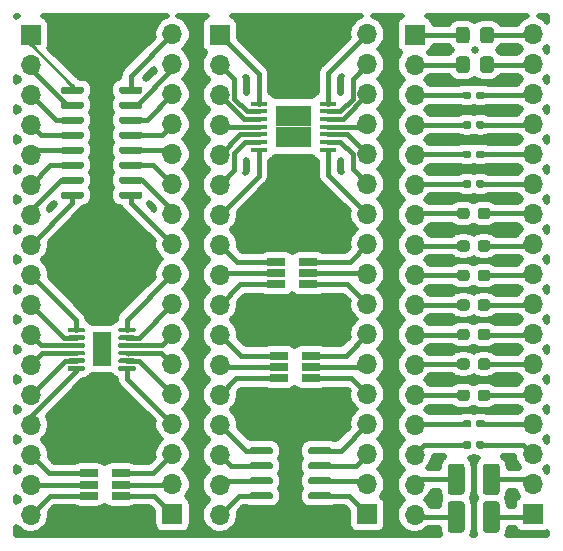
<source format=gtl>
%TF.GenerationSoftware,KiCad,Pcbnew,5.1.10*%
%TF.CreationDate,2021-10-22T01:18:59+03:00*%
%TF.ProjectId,breakouts,62726561-6b6f-4757-9473-2e6b69636164,rev?*%
%TF.SameCoordinates,Original*%
%TF.FileFunction,Copper,L1,Top*%
%TF.FilePolarity,Positive*%
%FSLAX46Y46*%
G04 Gerber Fmt 4.6, Leading zero omitted, Abs format (unit mm)*
G04 Created by KiCad (PCBNEW 5.1.10) date 2021-10-22 01:18:59*
%MOMM*%
%LPD*%
G01*
G04 APERTURE LIST*
%TA.AperFunction,SMDPad,CuDef*%
%ADD10R,1.650000X2.850000*%
%TD*%
%TA.AperFunction,ComponentPad*%
%ADD11O,1.700000X1.700000*%
%TD*%
%TA.AperFunction,ComponentPad*%
%ADD12R,1.700000X1.700000*%
%TD*%
%TA.AperFunction,SMDPad,CuDef*%
%ADD13R,1.560000X0.650000*%
%TD*%
%TA.AperFunction,SMDPad,CuDef*%
%ADD14R,1.500000X1.800000*%
%TD*%
%TA.AperFunction,SMDPad,CuDef*%
%ADD15R,1.450000X0.450000*%
%TD*%
%TA.AperFunction,Conductor*%
%ADD16C,0.400000*%
%TD*%
%TA.AperFunction,Conductor*%
%ADD17C,0.250000*%
%TD*%
%TA.AperFunction,NonConductor*%
%ADD18C,0.508000*%
%TD*%
%TA.AperFunction,NonConductor*%
%ADD19C,0.100000*%
%TD*%
G04 APERTURE END LIST*
D10*
%TO.P,J20,13*%
%TO.N,N/C*%
X44500000Y-73500000D03*
%TO.P,J20,12*%
%TO.N,Net-(J12-Pad9)*%
%TA.AperFunction,SMDPad,CuDef*%
G36*
G01*
X45925000Y-71975000D02*
X45925000Y-71775000D01*
G75*
G02*
X46025000Y-71675000I100000J0D01*
G01*
X47275000Y-71675000D01*
G75*
G02*
X47375000Y-71775000I0J-100000D01*
G01*
X47375000Y-71975000D01*
G75*
G02*
X47275000Y-72075000I-100000J0D01*
G01*
X46025000Y-72075000D01*
G75*
G02*
X45925000Y-71975000I0J100000D01*
G01*
G37*
%TD.AperFunction*%
%TO.P,J20,11*%
%TO.N,Net-(J12-Pad8)*%
%TA.AperFunction,SMDPad,CuDef*%
G36*
G01*
X45925000Y-72625000D02*
X45925000Y-72425000D01*
G75*
G02*
X46025000Y-72325000I100000J0D01*
G01*
X47275000Y-72325000D01*
G75*
G02*
X47375000Y-72425000I0J-100000D01*
G01*
X47375000Y-72625000D01*
G75*
G02*
X47275000Y-72725000I-100000J0D01*
G01*
X46025000Y-72725000D01*
G75*
G02*
X45925000Y-72625000I0J100000D01*
G01*
G37*
%TD.AperFunction*%
%TO.P,J20,10*%
%TO.N,Net-(J12-Pad7)*%
%TA.AperFunction,SMDPad,CuDef*%
G36*
G01*
X45925000Y-73275000D02*
X45925000Y-73075000D01*
G75*
G02*
X46025000Y-72975000I100000J0D01*
G01*
X47275000Y-72975000D01*
G75*
G02*
X47375000Y-73075000I0J-100000D01*
G01*
X47375000Y-73275000D01*
G75*
G02*
X47275000Y-73375000I-100000J0D01*
G01*
X46025000Y-73375000D01*
G75*
G02*
X45925000Y-73275000I0J100000D01*
G01*
G37*
%TD.AperFunction*%
%TO.P,J20,9*%
%TO.N,Net-(J12-Pad6)*%
%TA.AperFunction,SMDPad,CuDef*%
G36*
G01*
X45925000Y-73925000D02*
X45925000Y-73725000D01*
G75*
G02*
X46025000Y-73625000I100000J0D01*
G01*
X47275000Y-73625000D01*
G75*
G02*
X47375000Y-73725000I0J-100000D01*
G01*
X47375000Y-73925000D01*
G75*
G02*
X47275000Y-74025000I-100000J0D01*
G01*
X46025000Y-74025000D01*
G75*
G02*
X45925000Y-73925000I0J100000D01*
G01*
G37*
%TD.AperFunction*%
%TO.P,J20,8*%
%TO.N,Net-(J12-Pad5)*%
%TA.AperFunction,SMDPad,CuDef*%
G36*
G01*
X45925000Y-74575000D02*
X45925000Y-74375000D01*
G75*
G02*
X46025000Y-74275000I100000J0D01*
G01*
X47275000Y-74275000D01*
G75*
G02*
X47375000Y-74375000I0J-100000D01*
G01*
X47375000Y-74575000D01*
G75*
G02*
X47275000Y-74675000I-100000J0D01*
G01*
X46025000Y-74675000D01*
G75*
G02*
X45925000Y-74575000I0J100000D01*
G01*
G37*
%TD.AperFunction*%
%TO.P,J20,7*%
%TO.N,Net-(J12-Pad4)*%
%TA.AperFunction,SMDPad,CuDef*%
G36*
G01*
X45925000Y-75225000D02*
X45925000Y-75025000D01*
G75*
G02*
X46025000Y-74925000I100000J0D01*
G01*
X47275000Y-74925000D01*
G75*
G02*
X47375000Y-75025000I0J-100000D01*
G01*
X47375000Y-75225000D01*
G75*
G02*
X47275000Y-75325000I-100000J0D01*
G01*
X46025000Y-75325000D01*
G75*
G02*
X45925000Y-75225000I0J100000D01*
G01*
G37*
%TD.AperFunction*%
%TO.P,J20,6*%
%TO.N,Net-(J11-Pad14)*%
%TA.AperFunction,SMDPad,CuDef*%
G36*
G01*
X41625000Y-75225000D02*
X41625000Y-75025000D01*
G75*
G02*
X41725000Y-74925000I100000J0D01*
G01*
X42975000Y-74925000D01*
G75*
G02*
X43075000Y-75025000I0J-100000D01*
G01*
X43075000Y-75225000D01*
G75*
G02*
X42975000Y-75325000I-100000J0D01*
G01*
X41725000Y-75325000D01*
G75*
G02*
X41625000Y-75225000I0J100000D01*
G01*
G37*
%TD.AperFunction*%
%TO.P,J20,5*%
%TO.N,Net-(J11-Pad13)*%
%TA.AperFunction,SMDPad,CuDef*%
G36*
G01*
X41625000Y-74575000D02*
X41625000Y-74375000D01*
G75*
G02*
X41725000Y-74275000I100000J0D01*
G01*
X42975000Y-74275000D01*
G75*
G02*
X43075000Y-74375000I0J-100000D01*
G01*
X43075000Y-74575000D01*
G75*
G02*
X42975000Y-74675000I-100000J0D01*
G01*
X41725000Y-74675000D01*
G75*
G02*
X41625000Y-74575000I0J100000D01*
G01*
G37*
%TD.AperFunction*%
%TO.P,J20,4*%
%TO.N,Net-(J11-Pad12)*%
%TA.AperFunction,SMDPad,CuDef*%
G36*
G01*
X41625000Y-73925000D02*
X41625000Y-73725000D01*
G75*
G02*
X41725000Y-73625000I100000J0D01*
G01*
X42975000Y-73625000D01*
G75*
G02*
X43075000Y-73725000I0J-100000D01*
G01*
X43075000Y-73925000D01*
G75*
G02*
X42975000Y-74025000I-100000J0D01*
G01*
X41725000Y-74025000D01*
G75*
G02*
X41625000Y-73925000I0J100000D01*
G01*
G37*
%TD.AperFunction*%
%TO.P,J20,3*%
%TO.N,Net-(J11-Pad11)*%
%TA.AperFunction,SMDPad,CuDef*%
G36*
G01*
X41625000Y-73275000D02*
X41625000Y-73075000D01*
G75*
G02*
X41725000Y-72975000I100000J0D01*
G01*
X42975000Y-72975000D01*
G75*
G02*
X43075000Y-73075000I0J-100000D01*
G01*
X43075000Y-73275000D01*
G75*
G02*
X42975000Y-73375000I-100000J0D01*
G01*
X41725000Y-73375000D01*
G75*
G02*
X41625000Y-73275000I0J100000D01*
G01*
G37*
%TD.AperFunction*%
%TO.P,J20,2*%
%TO.N,Net-(J11-Pad10)*%
%TA.AperFunction,SMDPad,CuDef*%
G36*
G01*
X41625000Y-72625000D02*
X41625000Y-72425000D01*
G75*
G02*
X41725000Y-72325000I100000J0D01*
G01*
X42975000Y-72325000D01*
G75*
G02*
X43075000Y-72425000I0J-100000D01*
G01*
X43075000Y-72625000D01*
G75*
G02*
X42975000Y-72725000I-100000J0D01*
G01*
X41725000Y-72725000D01*
G75*
G02*
X41625000Y-72625000I0J100000D01*
G01*
G37*
%TD.AperFunction*%
%TO.P,J20,1*%
%TO.N,Net-(J11-Pad9)*%
%TA.AperFunction,SMDPad,CuDef*%
G36*
G01*
X41625000Y-71975000D02*
X41625000Y-71775000D01*
G75*
G02*
X41725000Y-71675000I100000J0D01*
G01*
X42975000Y-71675000D01*
G75*
G02*
X43075000Y-71775000I0J-100000D01*
G01*
X43075000Y-71975000D01*
G75*
G02*
X42975000Y-72075000I-100000J0D01*
G01*
X41725000Y-72075000D01*
G75*
G02*
X41625000Y-71975000I0J100000D01*
G01*
G37*
%TD.AperFunction*%
%TD*%
D11*
%TO.P,J18,17*%
%TO.N,Net-(J18-Pad17)*%
X81000000Y-46824999D03*
%TO.P,J18,16*%
%TO.N,Net-(J18-Pad16)*%
X81000000Y-49364999D03*
%TO.P,J18,15*%
%TO.N,Net-(J18-Pad15)*%
X81000000Y-51904999D03*
%TO.P,J18,14*%
%TO.N,Net-(J18-Pad14)*%
X81000000Y-54444999D03*
%TO.P,J18,13*%
%TO.N,Net-(J18-Pad13)*%
X81000000Y-56984999D03*
%TO.P,J18,12*%
%TO.N,Net-(J18-Pad12)*%
X81000000Y-59524999D03*
%TO.P,J18,11*%
%TO.N,Net-(J18-Pad11)*%
X81000000Y-62064999D03*
%TO.P,J18,10*%
%TO.N,Net-(J10-Pad2)*%
X81000000Y-64604999D03*
%TO.P,J18,9*%
%TO.N,Net-(J17-Pad2)*%
X81000000Y-67144999D03*
%TO.P,J18,8*%
%TO.N,Net-(J18-Pad8)*%
X81000000Y-69684999D03*
%TO.P,J18,7*%
%TO.N,Net-(J18-Pad7)*%
X81000000Y-72224999D03*
%TO.P,J18,6*%
%TO.N,Net-(J18-Pad6)*%
X81000000Y-74764999D03*
%TO.P,J18,5*%
%TO.N,Net-(J18-Pad5)*%
X81000000Y-77304999D03*
%TO.P,J18,4*%
%TO.N,Net-(J1-Pad2)*%
X81000000Y-79844999D03*
%TO.P,J18,3*%
%TO.N,Net-(J18-Pad3)*%
X81000000Y-82384999D03*
%TO.P,J18,2*%
%TO.N,Net-(J18-Pad2)*%
X81000000Y-84924999D03*
D12*
%TO.P,J18,1*%
%TO.N,Net-(J18-Pad1)*%
X81000000Y-87464999D03*
%TD*%
D11*
%TO.P,J16,17*%
%TO.N,Net-(J16-Pad17)*%
X71000000Y-87504999D03*
%TO.P,J16,16*%
%TO.N,Net-(J16-Pad16)*%
X71000000Y-84964999D03*
%TO.P,J16,15*%
%TO.N,Net-(J16-Pad15)*%
X71000000Y-82424999D03*
%TO.P,J16,14*%
%TO.N,Net-(J1-Pad1)*%
X71000000Y-79884999D03*
%TO.P,J16,13*%
%TO.N,Net-(J16-Pad13)*%
X71000000Y-77344999D03*
%TO.P,J16,12*%
%TO.N,Net-(J16-Pad12)*%
X71000000Y-74804999D03*
%TO.P,J16,11*%
%TO.N,Net-(J16-Pad11)*%
X71000000Y-72264999D03*
%TO.P,J16,10*%
%TO.N,Net-(J16-Pad10)*%
X71000000Y-69724999D03*
%TO.P,J16,9*%
%TO.N,Net-(J16-Pad9)*%
X71000000Y-67184999D03*
%TO.P,J16,8*%
%TO.N,Net-(J10-Pad1)*%
X71000000Y-64644999D03*
%TO.P,J16,7*%
%TO.N,Net-(J16-Pad7)*%
X71000000Y-62104999D03*
%TO.P,J16,6*%
%TO.N,Net-(J16-Pad6)*%
X71000000Y-59564999D03*
%TO.P,J16,5*%
%TO.N,Net-(J16-Pad5)*%
X71000000Y-57024999D03*
%TO.P,J16,4*%
%TO.N,Net-(J16-Pad4)*%
X71000000Y-54484999D03*
%TO.P,J16,3*%
%TO.N,Net-(J16-Pad3)*%
X71000000Y-51944999D03*
%TO.P,J16,2*%
%TO.N,Net-(J16-Pad2)*%
X71000000Y-49404999D03*
D12*
%TO.P,J16,1*%
%TO.N,Net-(J16-Pad1)*%
X71000000Y-46864999D03*
%TD*%
D11*
%TO.P,J15,17*%
%TO.N,Net-(J15-Pad17)*%
X67000000Y-46824999D03*
%TO.P,J15,16*%
%TO.N,Net-(J15-Pad16)*%
X67000000Y-49364999D03*
%TO.P,J15,15*%
%TO.N,Net-(J15-Pad15)*%
X67000000Y-51904999D03*
%TO.P,J15,14*%
%TO.N,Net-(J15-Pad14)*%
X67000000Y-54444999D03*
%TO.P,J15,13*%
%TO.N,Net-(J15-Pad13)*%
X67000000Y-56984999D03*
%TO.P,J15,12*%
%TO.N,Net-(J15-Pad12)*%
X67000000Y-59524999D03*
%TO.P,J15,11*%
%TO.N,Net-(J15-Pad11)*%
X67000000Y-62064999D03*
%TO.P,J15,10*%
%TO.N,Net-(J14-Pad6)*%
X67000000Y-64604999D03*
%TO.P,J15,9*%
%TO.N,Net-(J14-Pad5)*%
X67000000Y-67144999D03*
%TO.P,J15,8*%
%TO.N,Net-(J14-Pad4)*%
X67000000Y-69684999D03*
%TO.P,J15,7*%
%TO.N,Net-(J15-Pad7)*%
X67000000Y-72224999D03*
%TO.P,J15,6*%
%TO.N,Net-(J15-Pad6)*%
X67000000Y-74764999D03*
%TO.P,J15,5*%
%TO.N,Net-(J15-Pad5)*%
X67000000Y-77304999D03*
%TO.P,J15,4*%
%TO.N,Net-(J15-Pad4)*%
X67000000Y-79844999D03*
%TO.P,J15,3*%
%TO.N,Net-(J15-Pad3)*%
X67000000Y-82384999D03*
%TO.P,J15,2*%
%TO.N,Net-(J15-Pad2)*%
X67000000Y-84924999D03*
D12*
%TO.P,J15,1*%
%TO.N,Net-(J15-Pad1)*%
X67000000Y-87464999D03*
%TD*%
D11*
%TO.P,J13,17*%
%TO.N,Net-(J13-Pad17)*%
X54500000Y-87504999D03*
%TO.P,J13,16*%
%TO.N,Net-(J13-Pad16)*%
X54500000Y-84964999D03*
%TO.P,J13,15*%
%TO.N,Net-(J13-Pad15)*%
X54500000Y-82424999D03*
%TO.P,J13,14*%
%TO.N,Net-(J13-Pad14)*%
X54500000Y-79884999D03*
%TO.P,J13,13*%
%TO.N,Net-(J13-Pad13)*%
X54500000Y-77344999D03*
%TO.P,J13,12*%
%TO.N,Net-(J13-Pad12)*%
X54500000Y-74804999D03*
%TO.P,J13,11*%
%TO.N,Net-(J13-Pad11)*%
X54500000Y-72264999D03*
%TO.P,J13,10*%
%TO.N,Net-(J13-Pad10)*%
X54500000Y-69724999D03*
%TO.P,J13,9*%
%TO.N,Net-(J13-Pad9)*%
X54500000Y-67184999D03*
%TO.P,J13,8*%
%TO.N,Net-(J13-Pad8)*%
X54500000Y-64644999D03*
%TO.P,J13,7*%
%TO.N,Net-(J13-Pad7)*%
X54500000Y-62104999D03*
%TO.P,J13,6*%
%TO.N,Net-(J13-Pad6)*%
X54500000Y-59564999D03*
%TO.P,J13,5*%
%TO.N,Net-(J13-Pad5)*%
X54500000Y-57024999D03*
%TO.P,J13,4*%
%TO.N,Net-(J13-Pad4)*%
X54500000Y-54484999D03*
%TO.P,J13,3*%
%TO.N,Net-(J13-Pad3)*%
X54500000Y-51944999D03*
%TO.P,J13,2*%
%TO.N,Net-(J13-Pad2)*%
X54500000Y-49404999D03*
D12*
%TO.P,J13,1*%
%TO.N,Net-(J13-Pad1)*%
X54500000Y-46864999D03*
%TD*%
D11*
%TO.P,J12,17*%
%TO.N,Net-(J12-Pad17)*%
X50500000Y-46824999D03*
%TO.P,J12,16*%
%TO.N,Net-(J12-Pad16)*%
X50500000Y-49364999D03*
%TO.P,J12,15*%
%TO.N,Net-(J12-Pad15)*%
X50500000Y-51904999D03*
%TO.P,J12,14*%
%TO.N,Net-(J12-Pad14)*%
X50500000Y-54444999D03*
%TO.P,J12,13*%
%TO.N,Net-(J12-Pad13)*%
X50500000Y-56984999D03*
%TO.P,J12,12*%
%TO.N,Net-(J12-Pad12)*%
X50500000Y-59524999D03*
%TO.P,J12,11*%
%TO.N,Net-(J12-Pad11)*%
X50500000Y-62064999D03*
%TO.P,J12,10*%
%TO.N,Net-(J12-Pad10)*%
X50500000Y-64604999D03*
%TO.P,J12,9*%
%TO.N,Net-(J12-Pad9)*%
X50500000Y-67144999D03*
%TO.P,J12,8*%
%TO.N,Net-(J12-Pad8)*%
X50500000Y-69684999D03*
%TO.P,J12,7*%
%TO.N,Net-(J12-Pad7)*%
X50500000Y-72224999D03*
%TO.P,J12,6*%
%TO.N,Net-(J12-Pad6)*%
X50500000Y-74764999D03*
%TO.P,J12,5*%
%TO.N,Net-(J12-Pad5)*%
X50500000Y-77304999D03*
%TO.P,J12,4*%
%TO.N,Net-(J12-Pad4)*%
X50500000Y-79844999D03*
%TO.P,J12,3*%
%TO.N,Net-(J12-Pad3)*%
X50500000Y-82384999D03*
%TO.P,J12,2*%
%TO.N,Net-(J12-Pad2)*%
X50500000Y-84924999D03*
D12*
%TO.P,J12,1*%
%TO.N,Net-(J12-Pad1)*%
X50500000Y-87464999D03*
%TD*%
D11*
%TO.P,J11,17*%
%TO.N,Net-(J11-Pad17)*%
X38500000Y-87504999D03*
%TO.P,J11,16*%
%TO.N,Net-(J11-Pad16)*%
X38500000Y-84964999D03*
%TO.P,J11,15*%
%TO.N,Net-(J11-Pad15)*%
X38500000Y-82424999D03*
%TO.P,J11,14*%
%TO.N,Net-(J11-Pad14)*%
X38500000Y-79884999D03*
%TO.P,J11,13*%
%TO.N,Net-(J11-Pad13)*%
X38500000Y-77344999D03*
%TO.P,J11,12*%
%TO.N,Net-(J11-Pad12)*%
X38500000Y-74804999D03*
%TO.P,J11,11*%
%TO.N,Net-(J11-Pad11)*%
X38500000Y-72264999D03*
%TO.P,J11,10*%
%TO.N,Net-(J11-Pad10)*%
X38500000Y-69724999D03*
%TO.P,J11,9*%
%TO.N,Net-(J11-Pad9)*%
X38500000Y-67184999D03*
%TO.P,J11,8*%
%TO.N,Net-(J11-Pad8)*%
X38500000Y-64644999D03*
%TO.P,J11,7*%
%TO.N,Net-(J11-Pad7)*%
X38500000Y-62104999D03*
%TO.P,J11,6*%
%TO.N,Net-(J11-Pad6)*%
X38500000Y-59564999D03*
%TO.P,J11,5*%
%TO.N,Net-(J11-Pad5)*%
X38500000Y-57024999D03*
%TO.P,J11,4*%
%TO.N,Net-(J11-Pad4)*%
X38500000Y-54484999D03*
%TO.P,J11,3*%
%TO.N,Net-(J11-Pad3)*%
X38500000Y-51944999D03*
%TO.P,J11,2*%
%TO.N,Net-(J11-Pad2)*%
X38500000Y-49404999D03*
D12*
%TO.P,J11,1*%
%TO.N,Net-(J11-Pad1)*%
X38500000Y-46864999D03*
%TD*%
D13*
%TO.P,J28,5*%
%TO.N,Net-(J12-Pad2)*%
X46100000Y-84950000D03*
%TO.P,J28,6*%
%TO.N,Net-(J12-Pad3)*%
X46100000Y-84000000D03*
%TO.P,J28,4*%
%TO.N,Net-(J12-Pad1)*%
X46100000Y-85900000D03*
%TO.P,J28,3*%
%TO.N,Net-(J11-Pad17)*%
X43400000Y-85900000D03*
%TO.P,J28,2*%
%TO.N,Net-(J11-Pad16)*%
X43400000Y-84950000D03*
%TO.P,J28,1*%
%TO.N,Net-(J11-Pad15)*%
X43400000Y-84000000D03*
%TD*%
%TO.P,J26,8*%
%TO.N,Net-(J15-Pad4)*%
%TA.AperFunction,SMDPad,CuDef*%
G36*
G01*
X62000000Y-82245000D02*
X62000000Y-81945000D01*
G75*
G02*
X62150000Y-81795000I150000J0D01*
G01*
X63800000Y-81795000D01*
G75*
G02*
X63950000Y-81945000I0J-150000D01*
G01*
X63950000Y-82245000D01*
G75*
G02*
X63800000Y-82395000I-150000J0D01*
G01*
X62150000Y-82395000D01*
G75*
G02*
X62000000Y-82245000I0J150000D01*
G01*
G37*
%TD.AperFunction*%
%TO.P,J26,7*%
%TO.N,Net-(J15-Pad3)*%
%TA.AperFunction,SMDPad,CuDef*%
G36*
G01*
X62000000Y-83515000D02*
X62000000Y-83215000D01*
G75*
G02*
X62150000Y-83065000I150000J0D01*
G01*
X63800000Y-83065000D01*
G75*
G02*
X63950000Y-83215000I0J-150000D01*
G01*
X63950000Y-83515000D01*
G75*
G02*
X63800000Y-83665000I-150000J0D01*
G01*
X62150000Y-83665000D01*
G75*
G02*
X62000000Y-83515000I0J150000D01*
G01*
G37*
%TD.AperFunction*%
%TO.P,J26,6*%
%TO.N,Net-(J15-Pad2)*%
%TA.AperFunction,SMDPad,CuDef*%
G36*
G01*
X62000000Y-84785000D02*
X62000000Y-84485000D01*
G75*
G02*
X62150000Y-84335000I150000J0D01*
G01*
X63800000Y-84335000D01*
G75*
G02*
X63950000Y-84485000I0J-150000D01*
G01*
X63950000Y-84785000D01*
G75*
G02*
X63800000Y-84935000I-150000J0D01*
G01*
X62150000Y-84935000D01*
G75*
G02*
X62000000Y-84785000I0J150000D01*
G01*
G37*
%TD.AperFunction*%
%TO.P,J26,5*%
%TO.N,Net-(J15-Pad1)*%
%TA.AperFunction,SMDPad,CuDef*%
G36*
G01*
X62000000Y-86055000D02*
X62000000Y-85755000D01*
G75*
G02*
X62150000Y-85605000I150000J0D01*
G01*
X63800000Y-85605000D01*
G75*
G02*
X63950000Y-85755000I0J-150000D01*
G01*
X63950000Y-86055000D01*
G75*
G02*
X63800000Y-86205000I-150000J0D01*
G01*
X62150000Y-86205000D01*
G75*
G02*
X62000000Y-86055000I0J150000D01*
G01*
G37*
%TD.AperFunction*%
%TO.P,J26,4*%
%TO.N,Net-(J13-Pad17)*%
%TA.AperFunction,SMDPad,CuDef*%
G36*
G01*
X57050000Y-86055000D02*
X57050000Y-85755000D01*
G75*
G02*
X57200000Y-85605000I150000J0D01*
G01*
X58850000Y-85605000D01*
G75*
G02*
X59000000Y-85755000I0J-150000D01*
G01*
X59000000Y-86055000D01*
G75*
G02*
X58850000Y-86205000I-150000J0D01*
G01*
X57200000Y-86205000D01*
G75*
G02*
X57050000Y-86055000I0J150000D01*
G01*
G37*
%TD.AperFunction*%
%TO.P,J26,3*%
%TO.N,Net-(J13-Pad16)*%
%TA.AperFunction,SMDPad,CuDef*%
G36*
G01*
X57050000Y-84785000D02*
X57050000Y-84485000D01*
G75*
G02*
X57200000Y-84335000I150000J0D01*
G01*
X58850000Y-84335000D01*
G75*
G02*
X59000000Y-84485000I0J-150000D01*
G01*
X59000000Y-84785000D01*
G75*
G02*
X58850000Y-84935000I-150000J0D01*
G01*
X57200000Y-84935000D01*
G75*
G02*
X57050000Y-84785000I0J150000D01*
G01*
G37*
%TD.AperFunction*%
%TO.P,J26,2*%
%TO.N,Net-(J13-Pad15)*%
%TA.AperFunction,SMDPad,CuDef*%
G36*
G01*
X57050000Y-83515000D02*
X57050000Y-83215000D01*
G75*
G02*
X57200000Y-83065000I150000J0D01*
G01*
X58850000Y-83065000D01*
G75*
G02*
X59000000Y-83215000I0J-150000D01*
G01*
X59000000Y-83515000D01*
G75*
G02*
X58850000Y-83665000I-150000J0D01*
G01*
X57200000Y-83665000D01*
G75*
G02*
X57050000Y-83515000I0J150000D01*
G01*
G37*
%TD.AperFunction*%
%TO.P,J26,1*%
%TO.N,Net-(J13-Pad14)*%
%TA.AperFunction,SMDPad,CuDef*%
G36*
G01*
X57050000Y-82245000D02*
X57050000Y-81945000D01*
G75*
G02*
X57200000Y-81795000I150000J0D01*
G01*
X58850000Y-81795000D01*
G75*
G02*
X59000000Y-81945000I0J-150000D01*
G01*
X59000000Y-82245000D01*
G75*
G02*
X58850000Y-82395000I-150000J0D01*
G01*
X57200000Y-82395000D01*
G75*
G02*
X57050000Y-82245000I0J150000D01*
G01*
G37*
%TD.AperFunction*%
%TD*%
%TO.P,J22,5*%
%TO.N,Net-(J15-Pad6)*%
X62200000Y-75000000D03*
%TO.P,J22,6*%
%TO.N,Net-(J15-Pad7)*%
X62200000Y-74050000D03*
%TO.P,J22,4*%
%TO.N,Net-(J15-Pad5)*%
X62200000Y-75950000D03*
%TO.P,J22,3*%
%TO.N,Net-(J13-Pad13)*%
X59500000Y-75950000D03*
%TO.P,J22,2*%
%TO.N,Net-(J13-Pad12)*%
X59500000Y-75000000D03*
%TO.P,J22,1*%
%TO.N,Net-(J13-Pad11)*%
X59500000Y-74050000D03*
%TD*%
%TO.P,J21,2*%
%TO.N,Net-(J18-Pad7)*%
%TA.AperFunction,SMDPad,CuDef*%
G36*
G01*
X76350000Y-72487500D02*
X76350000Y-72012500D01*
G75*
G02*
X76587500Y-71775000I237500J0D01*
G01*
X77162500Y-71775000D01*
G75*
G02*
X77400000Y-72012500I0J-237500D01*
G01*
X77400000Y-72487500D01*
G75*
G02*
X77162500Y-72725000I-237500J0D01*
G01*
X76587500Y-72725000D01*
G75*
G02*
X76350000Y-72487500I0J237500D01*
G01*
G37*
%TD.AperFunction*%
%TO.P,J21,1*%
%TO.N,Net-(J16-Pad11)*%
%TA.AperFunction,SMDPad,CuDef*%
G36*
G01*
X74600000Y-72487500D02*
X74600000Y-72012500D01*
G75*
G02*
X74837500Y-71775000I237500J0D01*
G01*
X75412500Y-71775000D01*
G75*
G02*
X75650000Y-72012500I0J-237500D01*
G01*
X75650000Y-72487500D01*
G75*
G02*
X75412500Y-72725000I-237500J0D01*
G01*
X74837500Y-72725000D01*
G75*
G02*
X74600000Y-72487500I0J237500D01*
G01*
G37*
%TD.AperFunction*%
%TD*%
%TO.P,J19,2*%
%TO.N,Net-(J18-Pad8)*%
%TA.AperFunction,SMDPad,CuDef*%
G36*
G01*
X76350000Y-69987500D02*
X76350000Y-69512500D01*
G75*
G02*
X76587500Y-69275000I237500J0D01*
G01*
X77162500Y-69275000D01*
G75*
G02*
X77400000Y-69512500I0J-237500D01*
G01*
X77400000Y-69987500D01*
G75*
G02*
X77162500Y-70225000I-237500J0D01*
G01*
X76587500Y-70225000D01*
G75*
G02*
X76350000Y-69987500I0J237500D01*
G01*
G37*
%TD.AperFunction*%
%TO.P,J19,1*%
%TO.N,Net-(J16-Pad10)*%
%TA.AperFunction,SMDPad,CuDef*%
G36*
G01*
X74600000Y-69987500D02*
X74600000Y-69512500D01*
G75*
G02*
X74837500Y-69275000I237500J0D01*
G01*
X75412500Y-69275000D01*
G75*
G02*
X75650000Y-69512500I0J-237500D01*
G01*
X75650000Y-69987500D01*
G75*
G02*
X75412500Y-70225000I-237500J0D01*
G01*
X74837500Y-70225000D01*
G75*
G02*
X74600000Y-69987500I0J237500D01*
G01*
G37*
%TD.AperFunction*%
%TD*%
%TO.P,J17,2*%
%TO.N,Net-(J17-Pad2)*%
%TA.AperFunction,SMDPad,CuDef*%
G36*
G01*
X76350000Y-67487500D02*
X76350000Y-67012500D01*
G75*
G02*
X76587500Y-66775000I237500J0D01*
G01*
X77162500Y-66775000D01*
G75*
G02*
X77400000Y-67012500I0J-237500D01*
G01*
X77400000Y-67487500D01*
G75*
G02*
X77162500Y-67725000I-237500J0D01*
G01*
X76587500Y-67725000D01*
G75*
G02*
X76350000Y-67487500I0J237500D01*
G01*
G37*
%TD.AperFunction*%
%TO.P,J17,1*%
%TO.N,Net-(J16-Pad9)*%
%TA.AperFunction,SMDPad,CuDef*%
G36*
G01*
X74600000Y-67487500D02*
X74600000Y-67012500D01*
G75*
G02*
X74837500Y-66775000I237500J0D01*
G01*
X75412500Y-66775000D01*
G75*
G02*
X75650000Y-67012500I0J-237500D01*
G01*
X75650000Y-67487500D01*
G75*
G02*
X75412500Y-67725000I-237500J0D01*
G01*
X74837500Y-67725000D01*
G75*
G02*
X74600000Y-67487500I0J237500D01*
G01*
G37*
%TD.AperFunction*%
%TD*%
%TO.P,J8,1*%
%TO.N,Net-(J16-Pad6)*%
%TA.AperFunction,SMDPad,CuDef*%
G36*
G01*
X75045000Y-59660000D02*
X75045000Y-59340000D01*
G75*
G02*
X75205000Y-59180000I160000J0D01*
G01*
X75650000Y-59180000D01*
G75*
G02*
X75810000Y-59340000I0J-160000D01*
G01*
X75810000Y-59660000D01*
G75*
G02*
X75650000Y-59820000I-160000J0D01*
G01*
X75205000Y-59820000D01*
G75*
G02*
X75045000Y-59660000I0J160000D01*
G01*
G37*
%TD.AperFunction*%
%TO.P,J8,2*%
%TO.N,Net-(J18-Pad12)*%
%TA.AperFunction,SMDPad,CuDef*%
G36*
G01*
X76190000Y-59660000D02*
X76190000Y-59340000D01*
G75*
G02*
X76350000Y-59180000I160000J0D01*
G01*
X76795000Y-59180000D01*
G75*
G02*
X76955000Y-59340000I0J-160000D01*
G01*
X76955000Y-59660000D01*
G75*
G02*
X76795000Y-59820000I-160000J0D01*
G01*
X76350000Y-59820000D01*
G75*
G02*
X76190000Y-59660000I0J160000D01*
G01*
G37*
%TD.AperFunction*%
%TD*%
%TO.P,J7,1*%
%TO.N,Net-(J16-Pad5)*%
%TA.AperFunction,SMDPad,CuDef*%
G36*
G01*
X75045000Y-57160000D02*
X75045000Y-56840000D01*
G75*
G02*
X75205000Y-56680000I160000J0D01*
G01*
X75650000Y-56680000D01*
G75*
G02*
X75810000Y-56840000I0J-160000D01*
G01*
X75810000Y-57160000D01*
G75*
G02*
X75650000Y-57320000I-160000J0D01*
G01*
X75205000Y-57320000D01*
G75*
G02*
X75045000Y-57160000I0J160000D01*
G01*
G37*
%TD.AperFunction*%
%TO.P,J7,2*%
%TO.N,Net-(J18-Pad13)*%
%TA.AperFunction,SMDPad,CuDef*%
G36*
G01*
X76190000Y-57160000D02*
X76190000Y-56840000D01*
G75*
G02*
X76350000Y-56680000I160000J0D01*
G01*
X76795000Y-56680000D01*
G75*
G02*
X76955000Y-56840000I0J-160000D01*
G01*
X76955000Y-57160000D01*
G75*
G02*
X76795000Y-57320000I-160000J0D01*
G01*
X76350000Y-57320000D01*
G75*
G02*
X76190000Y-57160000I0J160000D01*
G01*
G37*
%TD.AperFunction*%
%TD*%
%TO.P,J30,2*%
%TO.N,Net-(J18-Pad1)*%
%TA.AperFunction,SMDPad,CuDef*%
G36*
G01*
X76775000Y-88775000D02*
X76775000Y-86625000D01*
G75*
G02*
X77025000Y-86375000I250000J0D01*
G01*
X77950000Y-86375000D01*
G75*
G02*
X78200000Y-86625000I0J-250000D01*
G01*
X78200000Y-88775000D01*
G75*
G02*
X77950000Y-89025000I-250000J0D01*
G01*
X77025000Y-89025000D01*
G75*
G02*
X76775000Y-88775000I0J250000D01*
G01*
G37*
%TD.AperFunction*%
%TO.P,J30,1*%
%TO.N,Net-(J16-Pad17)*%
%TA.AperFunction,SMDPad,CuDef*%
G36*
G01*
X73800000Y-88775000D02*
X73800000Y-86625000D01*
G75*
G02*
X74050000Y-86375000I250000J0D01*
G01*
X74975000Y-86375000D01*
G75*
G02*
X75225000Y-86625000I0J-250000D01*
G01*
X75225000Y-88775000D01*
G75*
G02*
X74975000Y-89025000I-250000J0D01*
G01*
X74050000Y-89025000D01*
G75*
G02*
X73800000Y-88775000I0J250000D01*
G01*
G37*
%TD.AperFunction*%
%TD*%
%TO.P,J29,2*%
%TO.N,Net-(J18-Pad2)*%
%TA.AperFunction,SMDPad,CuDef*%
G36*
G01*
X76775000Y-85575000D02*
X76775000Y-83425000D01*
G75*
G02*
X77025000Y-83175000I250000J0D01*
G01*
X77950000Y-83175000D01*
G75*
G02*
X78200000Y-83425000I0J-250000D01*
G01*
X78200000Y-85575000D01*
G75*
G02*
X77950000Y-85825000I-250000J0D01*
G01*
X77025000Y-85825000D01*
G75*
G02*
X76775000Y-85575000I0J250000D01*
G01*
G37*
%TD.AperFunction*%
%TO.P,J29,1*%
%TO.N,Net-(J16-Pad16)*%
%TA.AperFunction,SMDPad,CuDef*%
G36*
G01*
X73800000Y-85575000D02*
X73800000Y-83425000D01*
G75*
G02*
X74050000Y-83175000I250000J0D01*
G01*
X74975000Y-83175000D01*
G75*
G02*
X75225000Y-83425000I0J-250000D01*
G01*
X75225000Y-85575000D01*
G75*
G02*
X74975000Y-85825000I-250000J0D01*
G01*
X74050000Y-85825000D01*
G75*
G02*
X73800000Y-85575000I0J250000D01*
G01*
G37*
%TD.AperFunction*%
%TD*%
%TO.P,J14,5*%
%TO.N,Net-(J14-Pad5)*%
X62000000Y-67050000D03*
%TO.P,J14,6*%
%TO.N,Net-(J14-Pad6)*%
X62000000Y-66100000D03*
%TO.P,J14,4*%
%TO.N,Net-(J14-Pad4)*%
X62000000Y-68000000D03*
%TO.P,J14,3*%
%TO.N,Net-(J13-Pad10)*%
X59300000Y-68000000D03*
%TO.P,J14,2*%
%TO.N,Net-(J13-Pad9)*%
X59300000Y-67050000D03*
%TO.P,J14,1*%
%TO.N,Net-(J13-Pad8)*%
X59300000Y-66100000D03*
%TD*%
%TO.P,J27,2*%
%TO.N,Net-(J18-Pad16)*%
%TA.AperFunction,SMDPad,CuDef*%
G36*
G01*
X76550000Y-49850001D02*
X76550000Y-48949999D01*
G75*
G02*
X76799999Y-48700000I249999J0D01*
G01*
X77450001Y-48700000D01*
G75*
G02*
X77700000Y-48949999I0J-249999D01*
G01*
X77700000Y-49850001D01*
G75*
G02*
X77450001Y-50100000I-249999J0D01*
G01*
X76799999Y-50100000D01*
G75*
G02*
X76550000Y-49850001I0J249999D01*
G01*
G37*
%TD.AperFunction*%
%TO.P,J27,1*%
%TO.N,Net-(J16-Pad2)*%
%TA.AperFunction,SMDPad,CuDef*%
G36*
G01*
X74500000Y-49850001D02*
X74500000Y-48949999D01*
G75*
G02*
X74749999Y-48700000I249999J0D01*
G01*
X75400001Y-48700000D01*
G75*
G02*
X75650000Y-48949999I0J-249999D01*
G01*
X75650000Y-49850001D01*
G75*
G02*
X75400001Y-50100000I-249999J0D01*
G01*
X74749999Y-50100000D01*
G75*
G02*
X74500000Y-49850001I0J249999D01*
G01*
G37*
%TD.AperFunction*%
%TD*%
%TO.P,J25,2*%
%TO.N,Net-(J18-Pad17)*%
%TA.AperFunction,SMDPad,CuDef*%
G36*
G01*
X76550000Y-47350001D02*
X76550000Y-46449999D01*
G75*
G02*
X76799999Y-46200000I249999J0D01*
G01*
X77450001Y-46200000D01*
G75*
G02*
X77700000Y-46449999I0J-249999D01*
G01*
X77700000Y-47350001D01*
G75*
G02*
X77450001Y-47600000I-249999J0D01*
G01*
X76799999Y-47600000D01*
G75*
G02*
X76550000Y-47350001I0J249999D01*
G01*
G37*
%TD.AperFunction*%
%TO.P,J25,1*%
%TO.N,Net-(J16-Pad1)*%
%TA.AperFunction,SMDPad,CuDef*%
G36*
G01*
X74500000Y-47350001D02*
X74500000Y-46449999D01*
G75*
G02*
X74749999Y-46200000I249999J0D01*
G01*
X75400001Y-46200000D01*
G75*
G02*
X75650000Y-46449999I0J-249999D01*
G01*
X75650000Y-47350001D01*
G75*
G02*
X75400001Y-47600000I-249999J0D01*
G01*
X74749999Y-47600000D01*
G75*
G02*
X74500000Y-47350001I0J249999D01*
G01*
G37*
%TD.AperFunction*%
%TD*%
D14*
%TO.P,J5,15*%
%TO.N,N/C*%
X60000000Y-53750000D03*
D15*
%TO.P,J5,14*%
%TO.N,Net-(J15-Pad17)*%
X63700000Y-52700000D03*
%TO.P,J5,13*%
%TO.N,Net-(J15-Pad16)*%
X63700000Y-53350000D03*
%TO.P,J5,12*%
%TO.N,Net-(J15-Pad15)*%
X63700000Y-54000000D03*
%TO.P,J5,11*%
%TO.N,Net-(J15-Pad14)*%
X63700000Y-54650000D03*
%TO.P,J5,10*%
%TO.N,Net-(J15-Pad13)*%
X63700000Y-55300000D03*
%TO.P,J5,9*%
%TO.N,Net-(J15-Pad12)*%
X63700000Y-55950000D03*
%TO.P,J5,8*%
%TO.N,Net-(J15-Pad11)*%
X63700000Y-56600000D03*
%TO.P,J5,7*%
%TO.N,Net-(J13-Pad7)*%
X57800000Y-56600000D03*
%TO.P,J5,6*%
%TO.N,Net-(J13-Pad6)*%
X57800000Y-55950000D03*
%TO.P,J5,5*%
%TO.N,Net-(J13-Pad5)*%
X57800000Y-55300000D03*
%TO.P,J5,4*%
%TO.N,Net-(J13-Pad4)*%
X57800000Y-54650000D03*
%TO.P,J5,3*%
%TO.N,Net-(J13-Pad3)*%
X57800000Y-54000000D03*
%TO.P,J5,2*%
%TO.N,Net-(J13-Pad2)*%
X57800000Y-53350000D03*
%TO.P,J5,1*%
%TO.N,Net-(J13-Pad1)*%
X57800000Y-52700000D03*
D14*
%TO.P,J5,15*%
%TO.N,N/C*%
X61500000Y-53750000D03*
X61500000Y-55550000D03*
X60000000Y-55550000D03*
%TD*%
%TO.P,J24,2*%
%TO.N,Net-(J18-Pad5)*%
%TA.AperFunction,SMDPad,CuDef*%
G36*
G01*
X76350000Y-77637500D02*
X76350000Y-77162500D01*
G75*
G02*
X76587500Y-76925000I237500J0D01*
G01*
X77162500Y-76925000D01*
G75*
G02*
X77400000Y-77162500I0J-237500D01*
G01*
X77400000Y-77637500D01*
G75*
G02*
X77162500Y-77875000I-237500J0D01*
G01*
X76587500Y-77875000D01*
G75*
G02*
X76350000Y-77637500I0J237500D01*
G01*
G37*
%TD.AperFunction*%
%TO.P,J24,1*%
%TO.N,Net-(J16-Pad13)*%
%TA.AperFunction,SMDPad,CuDef*%
G36*
G01*
X74600000Y-77637500D02*
X74600000Y-77162500D01*
G75*
G02*
X74837500Y-76925000I237500J0D01*
G01*
X75412500Y-76925000D01*
G75*
G02*
X75650000Y-77162500I0J-237500D01*
G01*
X75650000Y-77637500D01*
G75*
G02*
X75412500Y-77875000I-237500J0D01*
G01*
X74837500Y-77875000D01*
G75*
G02*
X74600000Y-77637500I0J237500D01*
G01*
G37*
%TD.AperFunction*%
%TD*%
%TO.P,J23,2*%
%TO.N,Net-(J18-Pad6)*%
%TA.AperFunction,SMDPad,CuDef*%
G36*
G01*
X76350000Y-74987500D02*
X76350000Y-74512500D01*
G75*
G02*
X76587500Y-74275000I237500J0D01*
G01*
X77162500Y-74275000D01*
G75*
G02*
X77400000Y-74512500I0J-237500D01*
G01*
X77400000Y-74987500D01*
G75*
G02*
X77162500Y-75225000I-237500J0D01*
G01*
X76587500Y-75225000D01*
G75*
G02*
X76350000Y-74987500I0J237500D01*
G01*
G37*
%TD.AperFunction*%
%TO.P,J23,1*%
%TO.N,Net-(J16-Pad12)*%
%TA.AperFunction,SMDPad,CuDef*%
G36*
G01*
X74600000Y-74987500D02*
X74600000Y-74512500D01*
G75*
G02*
X74837500Y-74275000I237500J0D01*
G01*
X75412500Y-74275000D01*
G75*
G02*
X75650000Y-74512500I0J-237500D01*
G01*
X75650000Y-74987500D01*
G75*
G02*
X75412500Y-75225000I-237500J0D01*
G01*
X74837500Y-75225000D01*
G75*
G02*
X74600000Y-74987500I0J237500D01*
G01*
G37*
%TD.AperFunction*%
%TD*%
%TO.P,J10,2*%
%TO.N,Net-(J10-Pad2)*%
%TA.AperFunction,SMDPad,CuDef*%
G36*
G01*
X76350000Y-64987500D02*
X76350000Y-64512500D01*
G75*
G02*
X76587500Y-64275000I237500J0D01*
G01*
X77162500Y-64275000D01*
G75*
G02*
X77400000Y-64512500I0J-237500D01*
G01*
X77400000Y-64987500D01*
G75*
G02*
X77162500Y-65225000I-237500J0D01*
G01*
X76587500Y-65225000D01*
G75*
G02*
X76350000Y-64987500I0J237500D01*
G01*
G37*
%TD.AperFunction*%
%TO.P,J10,1*%
%TO.N,Net-(J10-Pad1)*%
%TA.AperFunction,SMDPad,CuDef*%
G36*
G01*
X74600000Y-64987500D02*
X74600000Y-64512500D01*
G75*
G02*
X74837500Y-64275000I237500J0D01*
G01*
X75412500Y-64275000D01*
G75*
G02*
X75650000Y-64512500I0J-237500D01*
G01*
X75650000Y-64987500D01*
G75*
G02*
X75412500Y-65225000I-237500J0D01*
G01*
X74837500Y-65225000D01*
G75*
G02*
X74600000Y-64987500I0J237500D01*
G01*
G37*
%TD.AperFunction*%
%TD*%
%TO.P,J9,2*%
%TO.N,Net-(J18-Pad11)*%
%TA.AperFunction,SMDPad,CuDef*%
G36*
G01*
X76350000Y-62237500D02*
X76350000Y-61762500D01*
G75*
G02*
X76587500Y-61525000I237500J0D01*
G01*
X77162500Y-61525000D01*
G75*
G02*
X77400000Y-61762500I0J-237500D01*
G01*
X77400000Y-62237500D01*
G75*
G02*
X77162500Y-62475000I-237500J0D01*
G01*
X76587500Y-62475000D01*
G75*
G02*
X76350000Y-62237500I0J237500D01*
G01*
G37*
%TD.AperFunction*%
%TO.P,J9,1*%
%TO.N,Net-(J16-Pad7)*%
%TA.AperFunction,SMDPad,CuDef*%
G36*
G01*
X74600000Y-62237500D02*
X74600000Y-61762500D01*
G75*
G02*
X74837500Y-61525000I237500J0D01*
G01*
X75412500Y-61525000D01*
G75*
G02*
X75650000Y-61762500I0J-237500D01*
G01*
X75650000Y-62237500D01*
G75*
G02*
X75412500Y-62475000I-237500J0D01*
G01*
X74837500Y-62475000D01*
G75*
G02*
X74600000Y-62237500I0J237500D01*
G01*
G37*
%TD.AperFunction*%
%TD*%
%TO.P,J6,1*%
%TO.N,Net-(J16-Pad4)*%
%TA.AperFunction,SMDPad,CuDef*%
G36*
G01*
X75045000Y-54660000D02*
X75045000Y-54340000D01*
G75*
G02*
X75205000Y-54180000I160000J0D01*
G01*
X75650000Y-54180000D01*
G75*
G02*
X75810000Y-54340000I0J-160000D01*
G01*
X75810000Y-54660000D01*
G75*
G02*
X75650000Y-54820000I-160000J0D01*
G01*
X75205000Y-54820000D01*
G75*
G02*
X75045000Y-54660000I0J160000D01*
G01*
G37*
%TD.AperFunction*%
%TO.P,J6,2*%
%TO.N,Net-(J18-Pad14)*%
%TA.AperFunction,SMDPad,CuDef*%
G36*
G01*
X76190000Y-54660000D02*
X76190000Y-54340000D01*
G75*
G02*
X76350000Y-54180000I160000J0D01*
G01*
X76795000Y-54180000D01*
G75*
G02*
X76955000Y-54340000I0J-160000D01*
G01*
X76955000Y-54660000D01*
G75*
G02*
X76795000Y-54820000I-160000J0D01*
G01*
X76350000Y-54820000D01*
G75*
G02*
X76190000Y-54660000I0J160000D01*
G01*
G37*
%TD.AperFunction*%
%TD*%
%TO.P,J3,1*%
%TO.N,Net-(J16-Pad3)*%
%TA.AperFunction,SMDPad,CuDef*%
G36*
G01*
X75045000Y-52160000D02*
X75045000Y-51840000D01*
G75*
G02*
X75205000Y-51680000I160000J0D01*
G01*
X75650000Y-51680000D01*
G75*
G02*
X75810000Y-51840000I0J-160000D01*
G01*
X75810000Y-52160000D01*
G75*
G02*
X75650000Y-52320000I-160000J0D01*
G01*
X75205000Y-52320000D01*
G75*
G02*
X75045000Y-52160000I0J160000D01*
G01*
G37*
%TD.AperFunction*%
%TO.P,J3,2*%
%TO.N,Net-(J18-Pad15)*%
%TA.AperFunction,SMDPad,CuDef*%
G36*
G01*
X76190000Y-52160000D02*
X76190000Y-51840000D01*
G75*
G02*
X76350000Y-51680000I160000J0D01*
G01*
X76795000Y-51680000D01*
G75*
G02*
X76955000Y-51840000I0J-160000D01*
G01*
X76955000Y-52160000D01*
G75*
G02*
X76795000Y-52320000I-160000J0D01*
G01*
X76350000Y-52320000D01*
G75*
G02*
X76190000Y-52160000I0J160000D01*
G01*
G37*
%TD.AperFunction*%
%TD*%
%TO.P,J2,1*%
%TO.N,Net-(J16-Pad15)*%
%TA.AperFunction,SMDPad,CuDef*%
G36*
G01*
X75045000Y-81760000D02*
X75045000Y-81440000D01*
G75*
G02*
X75205000Y-81280000I160000J0D01*
G01*
X75650000Y-81280000D01*
G75*
G02*
X75810000Y-81440000I0J-160000D01*
G01*
X75810000Y-81760000D01*
G75*
G02*
X75650000Y-81920000I-160000J0D01*
G01*
X75205000Y-81920000D01*
G75*
G02*
X75045000Y-81760000I0J160000D01*
G01*
G37*
%TD.AperFunction*%
%TO.P,J2,2*%
%TO.N,Net-(J18-Pad3)*%
%TA.AperFunction,SMDPad,CuDef*%
G36*
G01*
X76190000Y-81760000D02*
X76190000Y-81440000D01*
G75*
G02*
X76350000Y-81280000I160000J0D01*
G01*
X76795000Y-81280000D01*
G75*
G02*
X76955000Y-81440000I0J-160000D01*
G01*
X76955000Y-81760000D01*
G75*
G02*
X76795000Y-81920000I-160000J0D01*
G01*
X76350000Y-81920000D01*
G75*
G02*
X76190000Y-81760000I0J160000D01*
G01*
G37*
%TD.AperFunction*%
%TD*%
%TO.P,J4,1*%
%TO.N,Net-(J11-Pad1)*%
%TA.AperFunction,SMDPad,CuDef*%
G36*
G01*
X41050000Y-51705000D02*
X41050000Y-51405000D01*
G75*
G02*
X41200000Y-51255000I150000J0D01*
G01*
X42850000Y-51255000D01*
G75*
G02*
X43000000Y-51405000I0J-150000D01*
G01*
X43000000Y-51705000D01*
G75*
G02*
X42850000Y-51855000I-150000J0D01*
G01*
X41200000Y-51855000D01*
G75*
G02*
X41050000Y-51705000I0J150000D01*
G01*
G37*
%TD.AperFunction*%
%TO.P,J4,2*%
%TO.N,Net-(J11-Pad2)*%
%TA.AperFunction,SMDPad,CuDef*%
G36*
G01*
X41050000Y-52975000D02*
X41050000Y-52675000D01*
G75*
G02*
X41200000Y-52525000I150000J0D01*
G01*
X42850000Y-52525000D01*
G75*
G02*
X43000000Y-52675000I0J-150000D01*
G01*
X43000000Y-52975000D01*
G75*
G02*
X42850000Y-53125000I-150000J0D01*
G01*
X41200000Y-53125000D01*
G75*
G02*
X41050000Y-52975000I0J150000D01*
G01*
G37*
%TD.AperFunction*%
%TO.P,J4,3*%
%TO.N,Net-(J11-Pad3)*%
%TA.AperFunction,SMDPad,CuDef*%
G36*
G01*
X41050000Y-54245000D02*
X41050000Y-53945000D01*
G75*
G02*
X41200000Y-53795000I150000J0D01*
G01*
X42850000Y-53795000D01*
G75*
G02*
X43000000Y-53945000I0J-150000D01*
G01*
X43000000Y-54245000D01*
G75*
G02*
X42850000Y-54395000I-150000J0D01*
G01*
X41200000Y-54395000D01*
G75*
G02*
X41050000Y-54245000I0J150000D01*
G01*
G37*
%TD.AperFunction*%
%TO.P,J4,4*%
%TO.N,Net-(J11-Pad4)*%
%TA.AperFunction,SMDPad,CuDef*%
G36*
G01*
X41050000Y-55515000D02*
X41050000Y-55215000D01*
G75*
G02*
X41200000Y-55065000I150000J0D01*
G01*
X42850000Y-55065000D01*
G75*
G02*
X43000000Y-55215000I0J-150000D01*
G01*
X43000000Y-55515000D01*
G75*
G02*
X42850000Y-55665000I-150000J0D01*
G01*
X41200000Y-55665000D01*
G75*
G02*
X41050000Y-55515000I0J150000D01*
G01*
G37*
%TD.AperFunction*%
%TO.P,J4,5*%
%TO.N,Net-(J11-Pad5)*%
%TA.AperFunction,SMDPad,CuDef*%
G36*
G01*
X41050000Y-56785000D02*
X41050000Y-56485000D01*
G75*
G02*
X41200000Y-56335000I150000J0D01*
G01*
X42850000Y-56335000D01*
G75*
G02*
X43000000Y-56485000I0J-150000D01*
G01*
X43000000Y-56785000D01*
G75*
G02*
X42850000Y-56935000I-150000J0D01*
G01*
X41200000Y-56935000D01*
G75*
G02*
X41050000Y-56785000I0J150000D01*
G01*
G37*
%TD.AperFunction*%
%TO.P,J4,6*%
%TO.N,Net-(J11-Pad6)*%
%TA.AperFunction,SMDPad,CuDef*%
G36*
G01*
X41050000Y-58055000D02*
X41050000Y-57755000D01*
G75*
G02*
X41200000Y-57605000I150000J0D01*
G01*
X42850000Y-57605000D01*
G75*
G02*
X43000000Y-57755000I0J-150000D01*
G01*
X43000000Y-58055000D01*
G75*
G02*
X42850000Y-58205000I-150000J0D01*
G01*
X41200000Y-58205000D01*
G75*
G02*
X41050000Y-58055000I0J150000D01*
G01*
G37*
%TD.AperFunction*%
%TO.P,J4,7*%
%TO.N,Net-(J11-Pad7)*%
%TA.AperFunction,SMDPad,CuDef*%
G36*
G01*
X41050000Y-59325000D02*
X41050000Y-59025000D01*
G75*
G02*
X41200000Y-58875000I150000J0D01*
G01*
X42850000Y-58875000D01*
G75*
G02*
X43000000Y-59025000I0J-150000D01*
G01*
X43000000Y-59325000D01*
G75*
G02*
X42850000Y-59475000I-150000J0D01*
G01*
X41200000Y-59475000D01*
G75*
G02*
X41050000Y-59325000I0J150000D01*
G01*
G37*
%TD.AperFunction*%
%TO.P,J4,8*%
%TO.N,Net-(J11-Pad8)*%
%TA.AperFunction,SMDPad,CuDef*%
G36*
G01*
X41050000Y-60595000D02*
X41050000Y-60295000D01*
G75*
G02*
X41200000Y-60145000I150000J0D01*
G01*
X42850000Y-60145000D01*
G75*
G02*
X43000000Y-60295000I0J-150000D01*
G01*
X43000000Y-60595000D01*
G75*
G02*
X42850000Y-60745000I-150000J0D01*
G01*
X41200000Y-60745000D01*
G75*
G02*
X41050000Y-60595000I0J150000D01*
G01*
G37*
%TD.AperFunction*%
%TO.P,J4,9*%
%TO.N,Net-(J12-Pad10)*%
%TA.AperFunction,SMDPad,CuDef*%
G36*
G01*
X46000000Y-60595000D02*
X46000000Y-60295000D01*
G75*
G02*
X46150000Y-60145000I150000J0D01*
G01*
X47800000Y-60145000D01*
G75*
G02*
X47950000Y-60295000I0J-150000D01*
G01*
X47950000Y-60595000D01*
G75*
G02*
X47800000Y-60745000I-150000J0D01*
G01*
X46150000Y-60745000D01*
G75*
G02*
X46000000Y-60595000I0J150000D01*
G01*
G37*
%TD.AperFunction*%
%TO.P,J4,10*%
%TO.N,Net-(J12-Pad11)*%
%TA.AperFunction,SMDPad,CuDef*%
G36*
G01*
X46000000Y-59325000D02*
X46000000Y-59025000D01*
G75*
G02*
X46150000Y-58875000I150000J0D01*
G01*
X47800000Y-58875000D01*
G75*
G02*
X47950000Y-59025000I0J-150000D01*
G01*
X47950000Y-59325000D01*
G75*
G02*
X47800000Y-59475000I-150000J0D01*
G01*
X46150000Y-59475000D01*
G75*
G02*
X46000000Y-59325000I0J150000D01*
G01*
G37*
%TD.AperFunction*%
%TO.P,J4,11*%
%TO.N,Net-(J12-Pad12)*%
%TA.AperFunction,SMDPad,CuDef*%
G36*
G01*
X46000000Y-58055000D02*
X46000000Y-57755000D01*
G75*
G02*
X46150000Y-57605000I150000J0D01*
G01*
X47800000Y-57605000D01*
G75*
G02*
X47950000Y-57755000I0J-150000D01*
G01*
X47950000Y-58055000D01*
G75*
G02*
X47800000Y-58205000I-150000J0D01*
G01*
X46150000Y-58205000D01*
G75*
G02*
X46000000Y-58055000I0J150000D01*
G01*
G37*
%TD.AperFunction*%
%TO.P,J4,12*%
%TO.N,Net-(J12-Pad13)*%
%TA.AperFunction,SMDPad,CuDef*%
G36*
G01*
X46000000Y-56785000D02*
X46000000Y-56485000D01*
G75*
G02*
X46150000Y-56335000I150000J0D01*
G01*
X47800000Y-56335000D01*
G75*
G02*
X47950000Y-56485000I0J-150000D01*
G01*
X47950000Y-56785000D01*
G75*
G02*
X47800000Y-56935000I-150000J0D01*
G01*
X46150000Y-56935000D01*
G75*
G02*
X46000000Y-56785000I0J150000D01*
G01*
G37*
%TD.AperFunction*%
%TO.P,J4,13*%
%TO.N,Net-(J12-Pad14)*%
%TA.AperFunction,SMDPad,CuDef*%
G36*
G01*
X46000000Y-55515000D02*
X46000000Y-55215000D01*
G75*
G02*
X46150000Y-55065000I150000J0D01*
G01*
X47800000Y-55065000D01*
G75*
G02*
X47950000Y-55215000I0J-150000D01*
G01*
X47950000Y-55515000D01*
G75*
G02*
X47800000Y-55665000I-150000J0D01*
G01*
X46150000Y-55665000D01*
G75*
G02*
X46000000Y-55515000I0J150000D01*
G01*
G37*
%TD.AperFunction*%
%TO.P,J4,14*%
%TO.N,Net-(J12-Pad15)*%
%TA.AperFunction,SMDPad,CuDef*%
G36*
G01*
X46000000Y-54245000D02*
X46000000Y-53945000D01*
G75*
G02*
X46150000Y-53795000I150000J0D01*
G01*
X47800000Y-53795000D01*
G75*
G02*
X47950000Y-53945000I0J-150000D01*
G01*
X47950000Y-54245000D01*
G75*
G02*
X47800000Y-54395000I-150000J0D01*
G01*
X46150000Y-54395000D01*
G75*
G02*
X46000000Y-54245000I0J150000D01*
G01*
G37*
%TD.AperFunction*%
%TO.P,J4,15*%
%TO.N,Net-(J12-Pad16)*%
%TA.AperFunction,SMDPad,CuDef*%
G36*
G01*
X46000000Y-52975000D02*
X46000000Y-52675000D01*
G75*
G02*
X46150000Y-52525000I150000J0D01*
G01*
X47800000Y-52525000D01*
G75*
G02*
X47950000Y-52675000I0J-150000D01*
G01*
X47950000Y-52975000D01*
G75*
G02*
X47800000Y-53125000I-150000J0D01*
G01*
X46150000Y-53125000D01*
G75*
G02*
X46000000Y-52975000I0J150000D01*
G01*
G37*
%TD.AperFunction*%
%TO.P,J4,16*%
%TO.N,Net-(J12-Pad17)*%
%TA.AperFunction,SMDPad,CuDef*%
G36*
G01*
X46000000Y-51705000D02*
X46000000Y-51405000D01*
G75*
G02*
X46150000Y-51255000I150000J0D01*
G01*
X47800000Y-51255000D01*
G75*
G02*
X47950000Y-51405000I0J-150000D01*
G01*
X47950000Y-51705000D01*
G75*
G02*
X47800000Y-51855000I-150000J0D01*
G01*
X46150000Y-51855000D01*
G75*
G02*
X46000000Y-51705000I0J150000D01*
G01*
G37*
%TD.AperFunction*%
%TD*%
%TO.P,J1,1*%
%TO.N,Net-(J1-Pad1)*%
%TA.AperFunction,SMDPad,CuDef*%
G36*
G01*
X75045000Y-79960000D02*
X75045000Y-79640000D01*
G75*
G02*
X75205000Y-79480000I160000J0D01*
G01*
X75650000Y-79480000D01*
G75*
G02*
X75810000Y-79640000I0J-160000D01*
G01*
X75810000Y-79960000D01*
G75*
G02*
X75650000Y-80120000I-160000J0D01*
G01*
X75205000Y-80120000D01*
G75*
G02*
X75045000Y-79960000I0J160000D01*
G01*
G37*
%TD.AperFunction*%
%TO.P,J1,2*%
%TO.N,Net-(J1-Pad2)*%
%TA.AperFunction,SMDPad,CuDef*%
G36*
G01*
X76190000Y-79960000D02*
X76190000Y-79640000D01*
G75*
G02*
X76350000Y-79480000I160000J0D01*
G01*
X76795000Y-79480000D01*
G75*
G02*
X76955000Y-79640000I0J-160000D01*
G01*
X76955000Y-79960000D01*
G75*
G02*
X76795000Y-80120000I-160000J0D01*
G01*
X76350000Y-80120000D01*
G75*
G02*
X76190000Y-79960000I0J160000D01*
G01*
G37*
%TD.AperFunction*%
%TD*%
D16*
%TO.N,Net-(J1-Pad2)*%
X80955001Y-79800000D02*
X81000000Y-79844999D01*
X76572500Y-79800000D02*
X80955001Y-79800000D01*
%TO.N,Net-(J1-Pad1)*%
X71084999Y-79800000D02*
X71000000Y-79884999D01*
X75427500Y-79800000D02*
X71084999Y-79800000D01*
%TO.N,Net-(J10-Pad2)*%
X80854999Y-64750000D02*
X81000000Y-64604999D01*
X76875000Y-64750000D02*
X80854999Y-64750000D01*
%TO.N,Net-(J10-Pad1)*%
X71105001Y-64750000D02*
X71000000Y-64644999D01*
X75125000Y-64750000D02*
X71105001Y-64750000D01*
%TO.N,Net-(J12-Pad6)*%
X49684991Y-73949990D02*
X50500000Y-74764999D01*
D17*
X46650000Y-73850000D02*
X46749990Y-73949990D01*
D16*
X46650000Y-73825000D02*
X46650000Y-73850000D01*
X49560001Y-73825000D02*
X50500000Y-74764999D01*
X46650000Y-73825000D02*
X49560001Y-73825000D01*
%TO.N,Net-(J12-Pad5)*%
X50204999Y-77304999D02*
X50500000Y-77304999D01*
X46650000Y-74475000D02*
X47375000Y-74475000D01*
X47670001Y-74475000D02*
X50500000Y-77304999D01*
X46650000Y-74475000D02*
X47670001Y-74475000D01*
%TO.N,Net-(J12-Pad4)*%
X46650000Y-75994999D02*
X50500000Y-79844999D01*
X46650000Y-75125000D02*
X46650000Y-75994999D01*
%TO.N,Net-(J12-Pad3)*%
X48884999Y-84000000D02*
X50500000Y-82384999D01*
X46100000Y-84000000D02*
X48884999Y-84000000D01*
%TO.N,Net-(J12-Pad2)*%
X50474999Y-84950000D02*
X50500000Y-84924999D01*
X46100000Y-84950000D02*
X50474999Y-84950000D01*
%TO.N,Net-(J12-Pad1)*%
X48935001Y-85900000D02*
X50500000Y-87464999D01*
X46100000Y-85900000D02*
X48935001Y-85900000D01*
%TO.N,Net-(J13-Pad12)*%
X54695001Y-75000000D02*
X54500000Y-74804999D01*
X59500000Y-75000000D02*
X54695001Y-75000000D01*
%TO.N,Net-(J13-Pad11)*%
X56285001Y-74050000D02*
X54500000Y-72264999D01*
X59500000Y-74050000D02*
X56285001Y-74050000D01*
%TO.N,Net-(J13-Pad10)*%
X56224999Y-68000000D02*
X54500000Y-69724999D01*
X59300000Y-68000000D02*
X56224999Y-68000000D01*
%TO.N,Net-(J13-Pad9)*%
X54634999Y-67050000D02*
X54500000Y-67184999D01*
X59300000Y-67050000D02*
X54634999Y-67050000D01*
%TO.N,Net-(J13-Pad8)*%
X55955001Y-66100000D02*
X54500000Y-64644999D01*
X59300000Y-66100000D02*
X55955001Y-66100000D01*
%TO.N,Net-(J13-Pad7)*%
X57800000Y-58804999D02*
X54500000Y-62104999D01*
X57800000Y-56600000D02*
X57800000Y-58804999D01*
%TO.N,Net-(J17-Pad2)*%
X80894999Y-67250000D02*
X81000000Y-67144999D01*
X76875000Y-67250000D02*
X80894999Y-67250000D01*
%TO.N,Net-(J18-Pad16)*%
X80864999Y-49500000D02*
X81000000Y-49364999D01*
X80964999Y-49400000D02*
X81000000Y-49364999D01*
X77125000Y-49400000D02*
X80964999Y-49400000D01*
%TO.N,Net-(J16-Pad2)*%
X71095001Y-49500000D02*
X71000000Y-49404999D01*
X71004999Y-49400000D02*
X71000000Y-49404999D01*
X75075000Y-49400000D02*
X71004999Y-49400000D01*
%TO.N,Net-(J18-Pad15)*%
X80904999Y-52000000D02*
X81000000Y-51904999D01*
X76572500Y-52000000D02*
X80904999Y-52000000D01*
%TO.N,Net-(J16-Pad3)*%
X71055001Y-52000000D02*
X71000000Y-51944999D01*
X75427500Y-52000000D02*
X71055001Y-52000000D01*
%TO.N,Net-(J12-Pad17)*%
X46975000Y-50349999D02*
X50500000Y-46824999D01*
X46975000Y-51555000D02*
X46975000Y-50349999D01*
%TO.N,Net-(J12-Pad16)*%
X50500000Y-49782834D02*
X50500000Y-49364999D01*
X47457834Y-52825000D02*
X50500000Y-49782834D01*
X46975000Y-52825000D02*
X47457834Y-52825000D01*
%TO.N,Net-(J12-Pad15)*%
X48309999Y-54095000D02*
X50500000Y-51904999D01*
X46975000Y-54095000D02*
X48309999Y-54095000D01*
%TO.N,Net-(J12-Pad14)*%
X49579999Y-55365000D02*
X50500000Y-54444999D01*
X46975000Y-55365000D02*
X49579999Y-55365000D01*
%TO.N,Net-(J12-Pad13)*%
X50150001Y-56635000D02*
X50500000Y-56984999D01*
X46975000Y-56635000D02*
X50150001Y-56635000D01*
%TO.N,Net-(J12-Pad12)*%
X48880001Y-57905000D02*
X50500000Y-59524999D01*
X46975000Y-57905000D02*
X48880001Y-57905000D01*
%TO.N,Net-(J12-Pad11)*%
X47950000Y-59175000D02*
X50500000Y-61725000D01*
X50500000Y-61725000D02*
X50500000Y-62064999D01*
X46975000Y-59175000D02*
X47950000Y-59175000D01*
%TO.N,Net-(J12-Pad10)*%
X46975000Y-61079999D02*
X50500000Y-64604999D01*
X46975000Y-60445000D02*
X46975000Y-61079999D01*
%TO.N,Net-(J11-Pad8)*%
X42025000Y-61119999D02*
X38500000Y-64644999D01*
X42025000Y-60445000D02*
X42025000Y-61119999D01*
%TO.N,Net-(J11-Pad7)*%
X38500000Y-61725000D02*
X38500000Y-62104999D01*
X41050000Y-59175000D02*
X38500000Y-61725000D01*
X42025000Y-59175000D02*
X41050000Y-59175000D01*
%TO.N,Net-(J11-Pad6)*%
X40159999Y-57905000D02*
X38500000Y-59564999D01*
X42025000Y-57905000D02*
X40159999Y-57905000D01*
%TO.N,Net-(J11-Pad5)*%
X38889999Y-56635000D02*
X38500000Y-57024999D01*
X42025000Y-56635000D02*
X38889999Y-56635000D01*
%TO.N,Net-(J11-Pad4)*%
X39380001Y-55365000D02*
X38500000Y-54484999D01*
X42025000Y-55365000D02*
X39380001Y-55365000D01*
%TO.N,Net-(J11-Pad3)*%
X40650001Y-54095000D02*
X38500000Y-51944999D01*
X42025000Y-54095000D02*
X40650001Y-54095000D01*
%TO.N,Net-(J11-Pad2)*%
X38500000Y-49782834D02*
X38500000Y-49404999D01*
X41542166Y-52825000D02*
X38500000Y-49782834D01*
X42025000Y-52825000D02*
X41542166Y-52825000D01*
D17*
%TO.N,Net-(J11-Pad1)*%
X42025000Y-51190997D02*
X38500000Y-47665997D01*
D16*
X38500000Y-47665997D02*
X38500000Y-46864999D01*
X42025000Y-51555000D02*
X42025000Y-51190997D01*
%TO.N,Net-(J15-Pad17)*%
X63700000Y-50124999D02*
X67000000Y-46824999D01*
X63700000Y-52700000D02*
X63700000Y-50124999D01*
%TO.N,Net-(J15-Pad16)*%
X65749999Y-52306458D02*
X65749999Y-50615000D01*
X64706457Y-53350000D02*
X65749999Y-52306458D01*
X65749999Y-50615000D02*
X67000000Y-49364999D01*
X63700000Y-53350000D02*
X64706457Y-53350000D01*
%TO.N,Net-(J15-Pad15)*%
X64904999Y-54000000D02*
X67000000Y-51904999D01*
X63700000Y-54000000D02*
X64904999Y-54000000D01*
%TO.N,Net-(J15-Pad14)*%
X66794999Y-54650000D02*
X67000000Y-54444999D01*
X63700000Y-54650000D02*
X66794999Y-54650000D01*
%TO.N,Net-(J15-Pad13)*%
X65315001Y-55300000D02*
X67000000Y-56984999D01*
X63700000Y-55300000D02*
X65315001Y-55300000D01*
%TO.N,Net-(J15-Pad12)*%
X65749999Y-58274998D02*
X67000000Y-59524999D01*
X65749999Y-56979997D02*
X65749999Y-58274998D01*
X64720002Y-55950000D02*
X65749999Y-56979997D01*
X63700000Y-55950000D02*
X64720002Y-55950000D01*
%TO.N,Net-(J15-Pad11)*%
X63700000Y-58764999D02*
X67000000Y-62064999D01*
X63700000Y-56600000D02*
X63700000Y-58764999D01*
%TO.N,Net-(J13-Pad6)*%
X55750001Y-56849999D02*
X55750001Y-58314998D01*
X55750001Y-58314998D02*
X54500000Y-59564999D01*
X56650000Y-55950000D02*
X55750001Y-56849999D01*
X57800000Y-55950000D02*
X56650000Y-55950000D01*
%TO.N,Net-(J13-Pad5)*%
X56224999Y-55300000D02*
X54500000Y-57024999D01*
X57800000Y-55300000D02*
X56224999Y-55300000D01*
%TO.N,Net-(J13-Pad4)*%
X54665001Y-54650000D02*
X54500000Y-54484999D01*
X57800000Y-54650000D02*
X54665001Y-54650000D01*
%TO.N,Net-(J13-Pad3)*%
X56555001Y-54000000D02*
X54500000Y-51944999D01*
X57800000Y-54000000D02*
X56555001Y-54000000D01*
%TO.N,Net-(J13-Pad2)*%
X55750001Y-50655000D02*
X54500000Y-49404999D01*
X55750001Y-52320003D02*
X55750001Y-50655000D01*
X56779998Y-53350000D02*
X55750001Y-52320003D01*
X57800000Y-53350000D02*
X56779998Y-53350000D01*
%TO.N,Net-(J13-Pad1)*%
X57800000Y-50164999D02*
X54500000Y-46864999D01*
X57800000Y-52700000D02*
X57800000Y-50164999D01*
%TO.N,Net-(J18-Pad14)*%
X80944999Y-54500000D02*
X81000000Y-54444999D01*
X76572500Y-54500000D02*
X80944999Y-54500000D01*
%TO.N,Net-(J16-Pad4)*%
X71015001Y-54500000D02*
X71000000Y-54484999D01*
X75427500Y-54500000D02*
X71015001Y-54500000D01*
%TO.N,Net-(J18-Pad13)*%
X80984999Y-57000000D02*
X81000000Y-56984999D01*
X76572500Y-57000000D02*
X80984999Y-57000000D01*
%TO.N,Net-(J16-Pad5)*%
X71024999Y-57000000D02*
X71000000Y-57024999D01*
X75427500Y-57000000D02*
X71024999Y-57000000D01*
%TO.N,Net-(J18-Pad12)*%
X80975001Y-59500000D02*
X81000000Y-59524999D01*
X76572500Y-59500000D02*
X80975001Y-59500000D01*
%TO.N,Net-(J16-Pad6)*%
X71064999Y-59500000D02*
X71000000Y-59564999D01*
X75427500Y-59500000D02*
X71064999Y-59500000D01*
%TO.N,Net-(J18-Pad11)*%
X80935001Y-62000000D02*
X81000000Y-62064999D01*
X76875000Y-62000000D02*
X80935001Y-62000000D01*
%TO.N,Net-(J16-Pad7)*%
X71104999Y-62000000D02*
X71000000Y-62104999D01*
X75125000Y-62000000D02*
X71104999Y-62000000D01*
%TO.N,Net-(J14-Pad5)*%
X66905001Y-67050000D02*
X67000000Y-67144999D01*
X62000000Y-67050000D02*
X66905001Y-67050000D01*
%TO.N,Net-(J14-Pad6)*%
X65504999Y-66100000D02*
X67000000Y-64604999D01*
X62000000Y-66100000D02*
X65504999Y-66100000D01*
%TO.N,Net-(J14-Pad4)*%
X65315001Y-68000000D02*
X67000000Y-69684999D01*
X62000000Y-68000000D02*
X65315001Y-68000000D01*
%TO.N,Net-(J16-Pad9)*%
X71065001Y-67250000D02*
X71000000Y-67184999D01*
X75125000Y-67250000D02*
X71065001Y-67250000D01*
%TO.N,Net-(J18-Pad8)*%
X80934999Y-69750000D02*
X81000000Y-69684999D01*
X76875000Y-69750000D02*
X80934999Y-69750000D01*
%TO.N,Net-(J16-Pad10)*%
X71025001Y-69750000D02*
X71000000Y-69724999D01*
X75125000Y-69750000D02*
X71025001Y-69750000D01*
%TO.N,Net-(J12-Pad9)*%
X46650000Y-70994999D02*
X50500000Y-67144999D01*
X46650000Y-71875000D02*
X46650000Y-70994999D01*
%TO.N,Net-(J12-Pad8)*%
X50215001Y-69684999D02*
X50500000Y-69684999D01*
X46650000Y-72525000D02*
X47375000Y-72525000D01*
X47659999Y-72525000D02*
X50500000Y-69684999D01*
X46650000Y-72525000D02*
X47659999Y-72525000D01*
%TO.N,Net-(J12-Pad7)*%
X49674989Y-73050010D02*
X50500000Y-72224999D01*
D17*
X46825000Y-73175000D02*
X46949990Y-73050010D01*
D16*
X49599989Y-73125010D02*
X50500000Y-72224999D01*
X46874990Y-73125010D02*
X49599989Y-73125010D01*
X46825000Y-73175000D02*
X46874990Y-73125010D01*
X46650000Y-73175000D02*
X46825000Y-73175000D01*
%TO.N,Net-(J11-Pad14)*%
X38500000Y-79175000D02*
X38500000Y-79884999D01*
X42350000Y-75325000D02*
X38500000Y-79175000D01*
X42350000Y-75125000D02*
X42350000Y-75325000D01*
%TO.N,Net-(J11-Pad13)*%
X41369999Y-74475000D02*
X38500000Y-77344999D01*
X42350000Y-74475000D02*
X41369999Y-74475000D01*
%TO.N,Net-(J11-Pad12)*%
X39479999Y-73825000D02*
X38500000Y-74804999D01*
X42350000Y-73825000D02*
X39479999Y-73825000D01*
%TO.N,Net-(J11-Pad11)*%
X39410001Y-73175000D02*
X38500000Y-72264999D01*
X42350000Y-73175000D02*
X39410001Y-73175000D01*
%TO.N,Net-(J11-Pad10)*%
X41300001Y-72525000D02*
X38500000Y-69724999D01*
X42350000Y-72525000D02*
X41300001Y-72525000D01*
%TO.N,Net-(J11-Pad9)*%
X42350000Y-71034999D02*
X38500000Y-67184999D01*
X42350000Y-71875000D02*
X42350000Y-71034999D01*
%TO.N,Net-(J18-Pad7)*%
X80974999Y-72250000D02*
X81000000Y-72224999D01*
X76875000Y-72250000D02*
X80974999Y-72250000D01*
%TO.N,Net-(J16-Pad11)*%
X71014999Y-72250000D02*
X71000000Y-72264999D01*
X75125000Y-72250000D02*
X71014999Y-72250000D01*
%TO.N,Net-(J15-Pad6)*%
X66764999Y-75000000D02*
X67000000Y-74764999D01*
X62200000Y-75000000D02*
X66764999Y-75000000D01*
%TO.N,Net-(J15-Pad7)*%
X65174999Y-74050000D02*
X67000000Y-72224999D01*
X62200000Y-74050000D02*
X65174999Y-74050000D01*
%TO.N,Net-(J15-Pad5)*%
X65645001Y-75950000D02*
X67000000Y-77304999D01*
X62200000Y-75950000D02*
X65645001Y-75950000D01*
%TO.N,Net-(J13-Pad13)*%
X55894999Y-75950000D02*
X54500000Y-77344999D01*
X59500000Y-75950000D02*
X55894999Y-75950000D01*
%TO.N,Net-(J18-Pad6)*%
X80985001Y-74750000D02*
X81000000Y-74764999D01*
X76875000Y-74750000D02*
X80985001Y-74750000D01*
%TO.N,Net-(J16-Pad12)*%
X71054999Y-74750000D02*
X71000000Y-74804999D01*
X75125000Y-74750000D02*
X71054999Y-74750000D01*
%TO.N,Net-(J18-Pad5)*%
X80904999Y-77400000D02*
X81000000Y-77304999D01*
X76875000Y-77400000D02*
X80904999Y-77400000D01*
%TO.N,Net-(J16-Pad13)*%
X71055001Y-77400000D02*
X71000000Y-77344999D01*
X75125000Y-77400000D02*
X71055001Y-77400000D01*
%TO.N,Net-(J15-Pad4)*%
X64749999Y-82095000D02*
X67000000Y-79844999D01*
X62975000Y-82095000D02*
X64749999Y-82095000D01*
%TO.N,Net-(J15-Pad3)*%
X66019999Y-83365000D02*
X67000000Y-82384999D01*
X62975000Y-83365000D02*
X66019999Y-83365000D01*
%TO.N,Net-(J15-Pad2)*%
X66710001Y-84635000D02*
X67000000Y-84924999D01*
X62975000Y-84635000D02*
X66710001Y-84635000D01*
%TO.N,Net-(J15-Pad1)*%
X65440001Y-85905000D02*
X67000000Y-87464999D01*
X62975000Y-85905000D02*
X65440001Y-85905000D01*
%TO.N,Net-(J13-Pad17)*%
X56099999Y-85905000D02*
X54500000Y-87504999D01*
X58025000Y-85905000D02*
X56099999Y-85905000D01*
%TO.N,Net-(J13-Pad16)*%
X54829999Y-84635000D02*
X54500000Y-84964999D01*
X58025000Y-84635000D02*
X54829999Y-84635000D01*
%TO.N,Net-(J13-Pad15)*%
X55440001Y-83365000D02*
X54500000Y-82424999D01*
X58025000Y-83365000D02*
X55440001Y-83365000D01*
%TO.N,Net-(J13-Pad14)*%
X56710001Y-82095000D02*
X54500000Y-79884999D01*
X58025000Y-82095000D02*
X56710001Y-82095000D01*
%TO.N,Net-(J18-Pad3)*%
X80215001Y-81600000D02*
X81000000Y-82384999D01*
X76572500Y-81600000D02*
X80215001Y-81600000D01*
%TO.N,Net-(J16-Pad15)*%
X71824999Y-81600000D02*
X71000000Y-82424999D01*
X75427500Y-81600000D02*
X71824999Y-81600000D01*
%TO.N,Net-(J11-Pad17)*%
X40104999Y-85900000D02*
X38500000Y-87504999D01*
X43400000Y-85900000D02*
X40104999Y-85900000D01*
%TO.N,Net-(J11-Pad16)*%
X38514999Y-84950000D02*
X38500000Y-84964999D01*
X43400000Y-84950000D02*
X38514999Y-84950000D01*
%TO.N,Net-(J11-Pad15)*%
X40075001Y-84000000D02*
X38500000Y-82424999D01*
X43400000Y-84000000D02*
X40075001Y-84000000D01*
%TO.N,Net-(J18-Pad2)*%
X80575001Y-84500000D02*
X81000000Y-84924999D01*
X77487500Y-84500000D02*
X80575001Y-84500000D01*
%TO.N,Net-(J16-Pad16)*%
X71464999Y-84500000D02*
X71000000Y-84964999D01*
X74512500Y-84500000D02*
X71464999Y-84500000D01*
%TO.N,Net-(J18-Pad1)*%
X80764999Y-87700000D02*
X81000000Y-87464999D01*
X77487500Y-87700000D02*
X80764999Y-87700000D01*
%TO.N,Net-(J16-Pad17)*%
X71195001Y-87700000D02*
X71000000Y-87504999D01*
X74512500Y-87700000D02*
X71195001Y-87700000D01*
%TO.N,Net-(J16-Pad1)*%
X71135001Y-47000000D02*
X71000000Y-46864999D01*
X71035001Y-46900000D02*
X71000000Y-46864999D01*
X75075000Y-46900000D02*
X71035001Y-46900000D01*
%TO.N,Net-(J18-Pad17)*%
X80824999Y-47000000D02*
X81000000Y-46824999D01*
X80924999Y-46900000D02*
X81000000Y-46824999D01*
X77125000Y-46900000D02*
X80924999Y-46900000D01*
%TD*%
D18*
X79513355Y-88740391D02*
X79608578Y-88856421D01*
X79724608Y-88951644D01*
X79856985Y-89022401D01*
X80000622Y-89065973D01*
X80150000Y-89080685D01*
X81850000Y-89080685D01*
X81999378Y-89065973D01*
X82143015Y-89022401D01*
X82213001Y-88984993D01*
X82213001Y-89213000D01*
X78862013Y-89213000D01*
X78888372Y-89163686D01*
X78946170Y-88973151D01*
X78965686Y-88775000D01*
X78965686Y-88662000D01*
X79471454Y-88662000D01*
X79513355Y-88740391D01*
%TA.AperFunction,NonConductor*%
D19*
G36*
X79513355Y-88740391D02*
G01*
X79608578Y-88856421D01*
X79724608Y-88951644D01*
X79856985Y-89022401D01*
X80000622Y-89065973D01*
X80150000Y-89080685D01*
X81850000Y-89080685D01*
X81999378Y-89065973D01*
X82143015Y-89022401D01*
X82213001Y-88984993D01*
X82213001Y-89213000D01*
X78862013Y-89213000D01*
X78888372Y-89163686D01*
X78946170Y-88973151D01*
X78965686Y-88775000D01*
X78965686Y-88662000D01*
X79471454Y-88662000D01*
X79513355Y-88740391D01*
G37*
%TD.AperFunction*%
D18*
X76169408Y-82667899D02*
X76334404Y-82684150D01*
X76306802Y-82706802D01*
X76180488Y-82860715D01*
X76086628Y-83036314D01*
X76028830Y-83226849D01*
X76009314Y-83425000D01*
X76009314Y-85575000D01*
X76028830Y-85773151D01*
X76086628Y-85963686D01*
X76159490Y-86100000D01*
X76086628Y-86236314D01*
X76028830Y-86426849D01*
X76009314Y-86625000D01*
X76009314Y-88775000D01*
X76028830Y-88973151D01*
X76086628Y-89163686D01*
X76112987Y-89213000D01*
X75887013Y-89213000D01*
X75913372Y-89163686D01*
X75971170Y-88973151D01*
X75990686Y-88775000D01*
X75990686Y-86625000D01*
X75971170Y-86426849D01*
X75913372Y-86236314D01*
X75840510Y-86100000D01*
X75913372Y-85963686D01*
X75971170Y-85773151D01*
X75990686Y-85575000D01*
X75990686Y-83425000D01*
X75971170Y-83226849D01*
X75913372Y-83036314D01*
X75819512Y-82860715D01*
X75693198Y-82706802D01*
X75665596Y-82684150D01*
X75830592Y-82667899D01*
X76000000Y-82616510D01*
X76169408Y-82667899D01*
%TA.AperFunction,NonConductor*%
D19*
G36*
X76169408Y-82667899D02*
G01*
X76334404Y-82684150D01*
X76306802Y-82706802D01*
X76180488Y-82860715D01*
X76086628Y-83036314D01*
X76028830Y-83226849D01*
X76009314Y-83425000D01*
X76009314Y-85575000D01*
X76028830Y-85773151D01*
X76086628Y-85963686D01*
X76159490Y-86100000D01*
X76086628Y-86236314D01*
X76028830Y-86426849D01*
X76009314Y-86625000D01*
X76009314Y-88775000D01*
X76028830Y-88973151D01*
X76086628Y-89163686D01*
X76112987Y-89213000D01*
X75887013Y-89213000D01*
X75913372Y-89163686D01*
X75971170Y-88973151D01*
X75990686Y-88775000D01*
X75990686Y-86625000D01*
X75971170Y-86426849D01*
X75913372Y-86236314D01*
X75840510Y-86100000D01*
X75913372Y-85963686D01*
X75971170Y-85773151D01*
X75990686Y-85575000D01*
X75990686Y-83425000D01*
X75971170Y-83226849D01*
X75913372Y-83036314D01*
X75819512Y-82860715D01*
X75693198Y-82706802D01*
X75665596Y-82684150D01*
X75830592Y-82667899D01*
X76000000Y-82616510D01*
X76169408Y-82667899D01*
G37*
%TD.AperFunction*%
D18*
X53356985Y-45307597D02*
X53224608Y-45378354D01*
X53108578Y-45473577D01*
X53013355Y-45589607D01*
X52942598Y-45721984D01*
X52899026Y-45865621D01*
X52884314Y-46014999D01*
X52884314Y-47714999D01*
X52899026Y-47864377D01*
X52942598Y-48008014D01*
X53013355Y-48140391D01*
X53108578Y-48256421D01*
X53224608Y-48351644D01*
X53256563Y-48368724D01*
X53247878Y-48377409D01*
X53071464Y-48641431D01*
X52949948Y-48934796D01*
X52888000Y-49246231D01*
X52888000Y-49563767D01*
X52949948Y-49875202D01*
X53071464Y-50168567D01*
X53247878Y-50432589D01*
X53472410Y-50657121D01*
X53499166Y-50674999D01*
X53472410Y-50692877D01*
X53247878Y-50917409D01*
X53071464Y-51181431D01*
X52949948Y-51474796D01*
X52888000Y-51786231D01*
X52888000Y-52103767D01*
X52949948Y-52415202D01*
X53071464Y-52708567D01*
X53247878Y-52972589D01*
X53472410Y-53197121D01*
X53499166Y-53214999D01*
X53472410Y-53232877D01*
X53247878Y-53457409D01*
X53071464Y-53721431D01*
X52949948Y-54014796D01*
X52888000Y-54326231D01*
X52888000Y-54643767D01*
X52949948Y-54955202D01*
X53071464Y-55248567D01*
X53247878Y-55512589D01*
X53472410Y-55737121D01*
X53499166Y-55754999D01*
X53472410Y-55772877D01*
X53247878Y-55997409D01*
X53071464Y-56261431D01*
X52949948Y-56554796D01*
X52888000Y-56866231D01*
X52888000Y-57183767D01*
X52949948Y-57495202D01*
X53071464Y-57788567D01*
X53247878Y-58052589D01*
X53472410Y-58277121D01*
X53499166Y-58294999D01*
X53472410Y-58312877D01*
X53247878Y-58537409D01*
X53071464Y-58801431D01*
X52949948Y-59094796D01*
X52888000Y-59406231D01*
X52888000Y-59723767D01*
X52949948Y-60035202D01*
X53071464Y-60328567D01*
X53247878Y-60592589D01*
X53472410Y-60817121D01*
X53499166Y-60834999D01*
X53472410Y-60852877D01*
X53247878Y-61077409D01*
X53071464Y-61341431D01*
X52949948Y-61634796D01*
X52888000Y-61946231D01*
X52888000Y-62263767D01*
X52949948Y-62575202D01*
X53071464Y-62868567D01*
X53247878Y-63132589D01*
X53472410Y-63357121D01*
X53499166Y-63374999D01*
X53472410Y-63392877D01*
X53247878Y-63617409D01*
X53071464Y-63881431D01*
X52949948Y-64174796D01*
X52888000Y-64486231D01*
X52888000Y-64803767D01*
X52949948Y-65115202D01*
X53071464Y-65408567D01*
X53247878Y-65672589D01*
X53472410Y-65897121D01*
X53499166Y-65914999D01*
X53472410Y-65932877D01*
X53247878Y-66157409D01*
X53071464Y-66421431D01*
X52949948Y-66714796D01*
X52888000Y-67026231D01*
X52888000Y-67343767D01*
X52949948Y-67655202D01*
X53071464Y-67948567D01*
X53247878Y-68212589D01*
X53472410Y-68437121D01*
X53499166Y-68454999D01*
X53472410Y-68472877D01*
X53247878Y-68697409D01*
X53071464Y-68961431D01*
X52949948Y-69254796D01*
X52888000Y-69566231D01*
X52888000Y-69883767D01*
X52949948Y-70195202D01*
X53071464Y-70488567D01*
X53247878Y-70752589D01*
X53472410Y-70977121D01*
X53499166Y-70994999D01*
X53472410Y-71012877D01*
X53247878Y-71237409D01*
X53071464Y-71501431D01*
X52949948Y-71794796D01*
X52888000Y-72106231D01*
X52888000Y-72423767D01*
X52949948Y-72735202D01*
X53071464Y-73028567D01*
X53247878Y-73292589D01*
X53472410Y-73517121D01*
X53499166Y-73534999D01*
X53472410Y-73552877D01*
X53247878Y-73777409D01*
X53071464Y-74041431D01*
X52949948Y-74334796D01*
X52888000Y-74646231D01*
X52888000Y-74963767D01*
X52949948Y-75275202D01*
X53071464Y-75568567D01*
X53247878Y-75832589D01*
X53472410Y-76057121D01*
X53499166Y-76074999D01*
X53472410Y-76092877D01*
X53247878Y-76317409D01*
X53071464Y-76581431D01*
X52949948Y-76874796D01*
X52888000Y-77186231D01*
X52888000Y-77503767D01*
X52949948Y-77815202D01*
X53071464Y-78108567D01*
X53247878Y-78372589D01*
X53472410Y-78597121D01*
X53499166Y-78614999D01*
X53472410Y-78632877D01*
X53247878Y-78857409D01*
X53071464Y-79121431D01*
X52949948Y-79414796D01*
X52888000Y-79726231D01*
X52888000Y-80043767D01*
X52949948Y-80355202D01*
X53071464Y-80648567D01*
X53247878Y-80912589D01*
X53472410Y-81137121D01*
X53499166Y-81154999D01*
X53472410Y-81172877D01*
X53247878Y-81397409D01*
X53071464Y-81661431D01*
X52949948Y-81954796D01*
X52888000Y-82266231D01*
X52888000Y-82583767D01*
X52949948Y-82895202D01*
X53071464Y-83188567D01*
X53247878Y-83452589D01*
X53472410Y-83677121D01*
X53499166Y-83694999D01*
X53472410Y-83712877D01*
X53247878Y-83937409D01*
X53071464Y-84201431D01*
X52949948Y-84494796D01*
X52888000Y-84806231D01*
X52888000Y-85123767D01*
X52949948Y-85435202D01*
X53071464Y-85728567D01*
X53247878Y-85992589D01*
X53472410Y-86217121D01*
X53499166Y-86234999D01*
X53472410Y-86252877D01*
X53247878Y-86477409D01*
X53071464Y-86741431D01*
X52949948Y-87034796D01*
X52888000Y-87346231D01*
X52888000Y-87663767D01*
X52949948Y-87975202D01*
X53071464Y-88268567D01*
X53247878Y-88532589D01*
X53472410Y-88757121D01*
X53736432Y-88933535D01*
X54029797Y-89055051D01*
X54341232Y-89116999D01*
X54658768Y-89116999D01*
X54970203Y-89055051D01*
X55263568Y-88933535D01*
X55527590Y-88757121D01*
X55752122Y-88532589D01*
X55928536Y-88268567D01*
X56050052Y-87975202D01*
X56112000Y-87663767D01*
X56112000Y-87346231D01*
X56096610Y-87268862D01*
X56498473Y-86867000D01*
X56786003Y-86867000D01*
X56849582Y-86900984D01*
X57021359Y-86953091D01*
X57200000Y-86970686D01*
X58850000Y-86970686D01*
X59028641Y-86953091D01*
X59200418Y-86900984D01*
X59358728Y-86816365D01*
X59497488Y-86702488D01*
X59611365Y-86563728D01*
X59695984Y-86405418D01*
X59748091Y-86233641D01*
X59765686Y-86055000D01*
X59765686Y-85755000D01*
X59748091Y-85576359D01*
X59695984Y-85404582D01*
X59624048Y-85270000D01*
X59695984Y-85135418D01*
X59748091Y-84963641D01*
X59765686Y-84785000D01*
X59765686Y-84485000D01*
X59748091Y-84306359D01*
X59695984Y-84134582D01*
X59624048Y-84000000D01*
X59695984Y-83865418D01*
X59748091Y-83693641D01*
X59765686Y-83515000D01*
X59765686Y-83215000D01*
X59748091Y-83036359D01*
X59695984Y-82864582D01*
X59624048Y-82730000D01*
X59695984Y-82595418D01*
X59748091Y-82423641D01*
X59765686Y-82245000D01*
X59765686Y-81945000D01*
X59748091Y-81766359D01*
X59695984Y-81594582D01*
X59611365Y-81436272D01*
X59497488Y-81297512D01*
X59358728Y-81183635D01*
X59200418Y-81099016D01*
X59028641Y-81046909D01*
X58850000Y-81029314D01*
X57200000Y-81029314D01*
X57022292Y-81046817D01*
X56096610Y-80121136D01*
X56112000Y-80043767D01*
X56112000Y-79726231D01*
X56050052Y-79414796D01*
X55928536Y-79121431D01*
X55752122Y-78857409D01*
X55527590Y-78632877D01*
X55500834Y-78614999D01*
X55527590Y-78597121D01*
X55752122Y-78372589D01*
X55928536Y-78108567D01*
X56050052Y-77815202D01*
X56112000Y-77503767D01*
X56112000Y-77186231D01*
X56096610Y-77108861D01*
X56293472Y-76912000D01*
X58295272Y-76912000D01*
X58426985Y-76982402D01*
X58570622Y-77025974D01*
X58720000Y-77040686D01*
X60280000Y-77040686D01*
X60429378Y-77025974D01*
X60573015Y-76982402D01*
X60705392Y-76911645D01*
X60821422Y-76816422D01*
X60850000Y-76781599D01*
X60878578Y-76816422D01*
X60994608Y-76911645D01*
X61126985Y-76982402D01*
X61270622Y-77025974D01*
X61420000Y-77040686D01*
X62980000Y-77040686D01*
X63129378Y-77025974D01*
X63273015Y-76982402D01*
X63404728Y-76912000D01*
X65246529Y-76912000D01*
X65403390Y-77068861D01*
X65388000Y-77146231D01*
X65388000Y-77463767D01*
X65449948Y-77775202D01*
X65571464Y-78068567D01*
X65747878Y-78332589D01*
X65972410Y-78557121D01*
X65999166Y-78574999D01*
X65972410Y-78592877D01*
X65747878Y-78817409D01*
X65571464Y-79081431D01*
X65449948Y-79374796D01*
X65388000Y-79686231D01*
X65388000Y-80003767D01*
X65403390Y-80081137D01*
X64351527Y-81133000D01*
X64213997Y-81133000D01*
X64150418Y-81099016D01*
X63978641Y-81046909D01*
X63800000Y-81029314D01*
X62150000Y-81029314D01*
X61971359Y-81046909D01*
X61799582Y-81099016D01*
X61641272Y-81183635D01*
X61502512Y-81297512D01*
X61388635Y-81436272D01*
X61304016Y-81594582D01*
X61251909Y-81766359D01*
X61234314Y-81945000D01*
X61234314Y-82245000D01*
X61251909Y-82423641D01*
X61304016Y-82595418D01*
X61375952Y-82730000D01*
X61304016Y-82864582D01*
X61251909Y-83036359D01*
X61234314Y-83215000D01*
X61234314Y-83515000D01*
X61251909Y-83693641D01*
X61304016Y-83865418D01*
X61375952Y-84000000D01*
X61304016Y-84134582D01*
X61251909Y-84306359D01*
X61234314Y-84485000D01*
X61234314Y-84785000D01*
X61251909Y-84963641D01*
X61304016Y-85135418D01*
X61375952Y-85270000D01*
X61304016Y-85404582D01*
X61251909Y-85576359D01*
X61234314Y-85755000D01*
X61234314Y-86055000D01*
X61251909Y-86233641D01*
X61304016Y-86405418D01*
X61388635Y-86563728D01*
X61502512Y-86702488D01*
X61641272Y-86816365D01*
X61799582Y-86900984D01*
X61971359Y-86953091D01*
X62150000Y-86970686D01*
X63800000Y-86970686D01*
X63978641Y-86953091D01*
X64150418Y-86900984D01*
X64213997Y-86867000D01*
X65041529Y-86867000D01*
X65384314Y-87209785D01*
X65384314Y-88314999D01*
X65399026Y-88464377D01*
X65442598Y-88608014D01*
X65513355Y-88740391D01*
X65608578Y-88856421D01*
X65724608Y-88951644D01*
X65856985Y-89022401D01*
X66000622Y-89065973D01*
X66150000Y-89080685D01*
X67850000Y-89080685D01*
X67999378Y-89065973D01*
X68143015Y-89022401D01*
X68275392Y-88951644D01*
X68391422Y-88856421D01*
X68486645Y-88740391D01*
X68557402Y-88608014D01*
X68600974Y-88464377D01*
X68615686Y-88314999D01*
X68615686Y-86614999D01*
X68600974Y-86465621D01*
X68557402Y-86321984D01*
X68486645Y-86189607D01*
X68391422Y-86073577D01*
X68275392Y-85978354D01*
X68243437Y-85961274D01*
X68252122Y-85952589D01*
X68428536Y-85688567D01*
X68550052Y-85395202D01*
X68612000Y-85083767D01*
X68612000Y-84766231D01*
X68550052Y-84454796D01*
X68428536Y-84161431D01*
X68252122Y-83897409D01*
X68027590Y-83672877D01*
X68000834Y-83654999D01*
X68027590Y-83637121D01*
X68252122Y-83412589D01*
X68428536Y-83148567D01*
X68550052Y-82855202D01*
X68612000Y-82543767D01*
X68612000Y-82226231D01*
X68550052Y-81914796D01*
X68428536Y-81621431D01*
X68252122Y-81357409D01*
X68027590Y-81132877D01*
X68000834Y-81114999D01*
X68027590Y-81097121D01*
X68252122Y-80872589D01*
X68428536Y-80608567D01*
X68550052Y-80315202D01*
X68612000Y-80003767D01*
X68612000Y-79686231D01*
X68550052Y-79374796D01*
X68428536Y-79081431D01*
X68252122Y-78817409D01*
X68027590Y-78592877D01*
X68000834Y-78574999D01*
X68027590Y-78557121D01*
X68252122Y-78332589D01*
X68428536Y-78068567D01*
X68550052Y-77775202D01*
X68612000Y-77463767D01*
X68612000Y-77146231D01*
X68550052Y-76834796D01*
X68428536Y-76541431D01*
X68252122Y-76277409D01*
X68027590Y-76052877D01*
X68000834Y-76034999D01*
X68027590Y-76017121D01*
X68252122Y-75792589D01*
X68428536Y-75528567D01*
X68550052Y-75235202D01*
X68612000Y-74923767D01*
X68612000Y-74606231D01*
X68550052Y-74294796D01*
X68428536Y-74001431D01*
X68252122Y-73737409D01*
X68027590Y-73512877D01*
X68000834Y-73494999D01*
X68027590Y-73477121D01*
X68252122Y-73252589D01*
X68428536Y-72988567D01*
X68550052Y-72695202D01*
X68612000Y-72383767D01*
X68612000Y-72066231D01*
X68550052Y-71754796D01*
X68428536Y-71461431D01*
X68252122Y-71197409D01*
X68027590Y-70972877D01*
X68000834Y-70954999D01*
X68027590Y-70937121D01*
X68252122Y-70712589D01*
X68428536Y-70448567D01*
X68550052Y-70155202D01*
X68612000Y-69843767D01*
X68612000Y-69526231D01*
X68550052Y-69214796D01*
X68428536Y-68921431D01*
X68252122Y-68657409D01*
X68027590Y-68432877D01*
X68000834Y-68414999D01*
X68027590Y-68397121D01*
X68252122Y-68172589D01*
X68428536Y-67908567D01*
X68550052Y-67615202D01*
X68612000Y-67303767D01*
X68612000Y-66986231D01*
X68550052Y-66674796D01*
X68428536Y-66381431D01*
X68252122Y-66117409D01*
X68027590Y-65892877D01*
X68000834Y-65874999D01*
X68027590Y-65857121D01*
X68252122Y-65632589D01*
X68428536Y-65368567D01*
X68550052Y-65075202D01*
X68612000Y-64763767D01*
X68612000Y-64446231D01*
X68550052Y-64134796D01*
X68428536Y-63841431D01*
X68252122Y-63577409D01*
X68027590Y-63352877D01*
X68000834Y-63334999D01*
X68027590Y-63317121D01*
X68252122Y-63092589D01*
X68428536Y-62828567D01*
X68550052Y-62535202D01*
X68612000Y-62223767D01*
X68612000Y-61906231D01*
X68550052Y-61594796D01*
X68428536Y-61301431D01*
X68252122Y-61037409D01*
X68027590Y-60812877D01*
X68000834Y-60794999D01*
X68027590Y-60777121D01*
X68252122Y-60552589D01*
X68428536Y-60288567D01*
X68550052Y-59995202D01*
X68612000Y-59683767D01*
X68612000Y-59366231D01*
X68550052Y-59054796D01*
X68428536Y-58761431D01*
X68252122Y-58497409D01*
X68027590Y-58272877D01*
X68000834Y-58254999D01*
X68027590Y-58237121D01*
X68252122Y-58012589D01*
X68428536Y-57748567D01*
X68550052Y-57455202D01*
X68612000Y-57143767D01*
X68612000Y-56826231D01*
X68550052Y-56514796D01*
X68428536Y-56221431D01*
X68252122Y-55957409D01*
X68027590Y-55732877D01*
X68000834Y-55714999D01*
X68027590Y-55697121D01*
X68252122Y-55472589D01*
X68428536Y-55208567D01*
X68550052Y-54915202D01*
X68612000Y-54603767D01*
X68612000Y-54286231D01*
X68550052Y-53974796D01*
X68428536Y-53681431D01*
X68252122Y-53417409D01*
X68027590Y-53192877D01*
X68000834Y-53174999D01*
X68027590Y-53157121D01*
X68252122Y-52932589D01*
X68428536Y-52668567D01*
X68550052Y-52375202D01*
X68612000Y-52063767D01*
X68612000Y-51746231D01*
X68550052Y-51434796D01*
X68428536Y-51141431D01*
X68252122Y-50877409D01*
X68027590Y-50652877D01*
X68000834Y-50634999D01*
X68027590Y-50617121D01*
X68252122Y-50392589D01*
X68428536Y-50128567D01*
X68550052Y-49835202D01*
X68612000Y-49523767D01*
X68612000Y-49206231D01*
X68550052Y-48894796D01*
X68428536Y-48601431D01*
X68252122Y-48337409D01*
X68027590Y-48112877D01*
X68000834Y-48094999D01*
X68027590Y-48077121D01*
X68252122Y-47852589D01*
X68428536Y-47588567D01*
X68550052Y-47295202D01*
X68612000Y-46983767D01*
X68612000Y-46666231D01*
X68550052Y-46354796D01*
X68428536Y-46061431D01*
X68252122Y-45797409D01*
X68027590Y-45572877D01*
X67763568Y-45396463D01*
X67499301Y-45287000D01*
X69924884Y-45287000D01*
X69856985Y-45307597D01*
X69724608Y-45378354D01*
X69608578Y-45473577D01*
X69513355Y-45589607D01*
X69442598Y-45721984D01*
X69399026Y-45865621D01*
X69384314Y-46014999D01*
X69384314Y-47714999D01*
X69399026Y-47864377D01*
X69442598Y-48008014D01*
X69513355Y-48140391D01*
X69608578Y-48256421D01*
X69724608Y-48351644D01*
X69756563Y-48368724D01*
X69747878Y-48377409D01*
X69571464Y-48641431D01*
X69449948Y-48934796D01*
X69388000Y-49246231D01*
X69388000Y-49563767D01*
X69449948Y-49875202D01*
X69571464Y-50168567D01*
X69747878Y-50432589D01*
X69972410Y-50657121D01*
X69999166Y-50674999D01*
X69972410Y-50692877D01*
X69747878Y-50917409D01*
X69571464Y-51181431D01*
X69449948Y-51474796D01*
X69388000Y-51786231D01*
X69388000Y-52103767D01*
X69449948Y-52415202D01*
X69571464Y-52708567D01*
X69747878Y-52972589D01*
X69972410Y-53197121D01*
X69999166Y-53214999D01*
X69972410Y-53232877D01*
X69747878Y-53457409D01*
X69571464Y-53721431D01*
X69449948Y-54014796D01*
X69388000Y-54326231D01*
X69388000Y-54643767D01*
X69449948Y-54955202D01*
X69571464Y-55248567D01*
X69747878Y-55512589D01*
X69972410Y-55737121D01*
X69999166Y-55754999D01*
X69972410Y-55772877D01*
X69747878Y-55997409D01*
X69571464Y-56261431D01*
X69449948Y-56554796D01*
X69388000Y-56866231D01*
X69388000Y-57183767D01*
X69449948Y-57495202D01*
X69571464Y-57788567D01*
X69747878Y-58052589D01*
X69972410Y-58277121D01*
X69999166Y-58294999D01*
X69972410Y-58312877D01*
X69747878Y-58537409D01*
X69571464Y-58801431D01*
X69449948Y-59094796D01*
X69388000Y-59406231D01*
X69388000Y-59723767D01*
X69449948Y-60035202D01*
X69571464Y-60328567D01*
X69747878Y-60592589D01*
X69972410Y-60817121D01*
X69999166Y-60834999D01*
X69972410Y-60852877D01*
X69747878Y-61077409D01*
X69571464Y-61341431D01*
X69449948Y-61634796D01*
X69388000Y-61946231D01*
X69388000Y-62263767D01*
X69449948Y-62575202D01*
X69571464Y-62868567D01*
X69747878Y-63132589D01*
X69972410Y-63357121D01*
X69999166Y-63374999D01*
X69972410Y-63392877D01*
X69747878Y-63617409D01*
X69571464Y-63881431D01*
X69449948Y-64174796D01*
X69388000Y-64486231D01*
X69388000Y-64803767D01*
X69449948Y-65115202D01*
X69571464Y-65408567D01*
X69747878Y-65672589D01*
X69972410Y-65897121D01*
X69999166Y-65914999D01*
X69972410Y-65932877D01*
X69747878Y-66157409D01*
X69571464Y-66421431D01*
X69449948Y-66714796D01*
X69388000Y-67026231D01*
X69388000Y-67343767D01*
X69449948Y-67655202D01*
X69571464Y-67948567D01*
X69747878Y-68212589D01*
X69972410Y-68437121D01*
X69999166Y-68454999D01*
X69972410Y-68472877D01*
X69747878Y-68697409D01*
X69571464Y-68961431D01*
X69449948Y-69254796D01*
X69388000Y-69566231D01*
X69388000Y-69883767D01*
X69449948Y-70195202D01*
X69571464Y-70488567D01*
X69747878Y-70752589D01*
X69972410Y-70977121D01*
X69999166Y-70994999D01*
X69972410Y-71012877D01*
X69747878Y-71237409D01*
X69571464Y-71501431D01*
X69449948Y-71794796D01*
X69388000Y-72106231D01*
X69388000Y-72423767D01*
X69449948Y-72735202D01*
X69571464Y-73028567D01*
X69747878Y-73292589D01*
X69972410Y-73517121D01*
X69999166Y-73534999D01*
X69972410Y-73552877D01*
X69747878Y-73777409D01*
X69571464Y-74041431D01*
X69449948Y-74334796D01*
X69388000Y-74646231D01*
X69388000Y-74963767D01*
X69449948Y-75275202D01*
X69571464Y-75568567D01*
X69747878Y-75832589D01*
X69972410Y-76057121D01*
X69999166Y-76074999D01*
X69972410Y-76092877D01*
X69747878Y-76317409D01*
X69571464Y-76581431D01*
X69449948Y-76874796D01*
X69388000Y-77186231D01*
X69388000Y-77503767D01*
X69449948Y-77815202D01*
X69571464Y-78108567D01*
X69747878Y-78372589D01*
X69972410Y-78597121D01*
X69999166Y-78614999D01*
X69972410Y-78632877D01*
X69747878Y-78857409D01*
X69571464Y-79121431D01*
X69449948Y-79414796D01*
X69388000Y-79726231D01*
X69388000Y-80043767D01*
X69449948Y-80355202D01*
X69571464Y-80648567D01*
X69747878Y-80912589D01*
X69972410Y-81137121D01*
X69999166Y-81154999D01*
X69972410Y-81172877D01*
X69747878Y-81397409D01*
X69571464Y-81661431D01*
X69449948Y-81954796D01*
X69388000Y-82266231D01*
X69388000Y-82583767D01*
X69449948Y-82895202D01*
X69571464Y-83188567D01*
X69747878Y-83452589D01*
X69972410Y-83677121D01*
X69999166Y-83694999D01*
X69972410Y-83712877D01*
X69747878Y-83937409D01*
X69571464Y-84201431D01*
X69449948Y-84494796D01*
X69388000Y-84806231D01*
X69388000Y-85123767D01*
X69449948Y-85435202D01*
X69571464Y-85728567D01*
X69747878Y-85992589D01*
X69972410Y-86217121D01*
X69999166Y-86234999D01*
X69972410Y-86252877D01*
X69747878Y-86477409D01*
X69571464Y-86741431D01*
X69449948Y-87034796D01*
X69388000Y-87346231D01*
X69388000Y-87663767D01*
X69449948Y-87975202D01*
X69571464Y-88268567D01*
X69747878Y-88532589D01*
X69972410Y-88757121D01*
X70236432Y-88933535D01*
X70529797Y-89055051D01*
X70841232Y-89116999D01*
X71158768Y-89116999D01*
X71470203Y-89055051D01*
X71763568Y-88933535D01*
X72027590Y-88757121D01*
X72122711Y-88662000D01*
X73034314Y-88662000D01*
X73034314Y-88775000D01*
X73053830Y-88973151D01*
X73111628Y-89163686D01*
X73137987Y-89213000D01*
X37287000Y-89213000D01*
X37287000Y-88571711D01*
X37472410Y-88757121D01*
X37736432Y-88933535D01*
X38029797Y-89055051D01*
X38341232Y-89116999D01*
X38658768Y-89116999D01*
X38970203Y-89055051D01*
X39263568Y-88933535D01*
X39527590Y-88757121D01*
X39752122Y-88532589D01*
X39928536Y-88268567D01*
X40050052Y-87975202D01*
X40112000Y-87663767D01*
X40112000Y-87346231D01*
X40096610Y-87268862D01*
X40503473Y-86862000D01*
X42195272Y-86862000D01*
X42326985Y-86932402D01*
X42470622Y-86975974D01*
X42620000Y-86990686D01*
X44180000Y-86990686D01*
X44329378Y-86975974D01*
X44473015Y-86932402D01*
X44605392Y-86861645D01*
X44721422Y-86766422D01*
X44750000Y-86731599D01*
X44778578Y-86766422D01*
X44894608Y-86861645D01*
X45026985Y-86932402D01*
X45170622Y-86975974D01*
X45320000Y-86990686D01*
X46880000Y-86990686D01*
X47029378Y-86975974D01*
X47173015Y-86932402D01*
X47304728Y-86862000D01*
X48536529Y-86862000D01*
X48884314Y-87209785D01*
X48884314Y-88314999D01*
X48899026Y-88464377D01*
X48942598Y-88608014D01*
X49013355Y-88740391D01*
X49108578Y-88856421D01*
X49224608Y-88951644D01*
X49356985Y-89022401D01*
X49500622Y-89065973D01*
X49650000Y-89080685D01*
X51350000Y-89080685D01*
X51499378Y-89065973D01*
X51643015Y-89022401D01*
X51775392Y-88951644D01*
X51891422Y-88856421D01*
X51986645Y-88740391D01*
X52057402Y-88608014D01*
X52100974Y-88464377D01*
X52115686Y-88314999D01*
X52115686Y-86614999D01*
X52100974Y-86465621D01*
X52057402Y-86321984D01*
X51986645Y-86189607D01*
X51891422Y-86073577D01*
X51775392Y-85978354D01*
X51743437Y-85961274D01*
X51752122Y-85952589D01*
X51928536Y-85688567D01*
X52050052Y-85395202D01*
X52112000Y-85083767D01*
X52112000Y-84766231D01*
X52050052Y-84454796D01*
X51928536Y-84161431D01*
X51752122Y-83897409D01*
X51527590Y-83672877D01*
X51500834Y-83654999D01*
X51527590Y-83637121D01*
X51752122Y-83412589D01*
X51928536Y-83148567D01*
X52050052Y-82855202D01*
X52112000Y-82543767D01*
X52112000Y-82226231D01*
X52050052Y-81914796D01*
X51928536Y-81621431D01*
X51752122Y-81357409D01*
X51527590Y-81132877D01*
X51500834Y-81114999D01*
X51527590Y-81097121D01*
X51752122Y-80872589D01*
X51928536Y-80608567D01*
X52050052Y-80315202D01*
X52112000Y-80003767D01*
X52112000Y-79686231D01*
X52050052Y-79374796D01*
X51928536Y-79081431D01*
X51752122Y-78817409D01*
X51527590Y-78592877D01*
X51500834Y-78574999D01*
X51527590Y-78557121D01*
X51752122Y-78332589D01*
X51928536Y-78068567D01*
X52050052Y-77775202D01*
X52112000Y-77463767D01*
X52112000Y-77146231D01*
X52050052Y-76834796D01*
X51928536Y-76541431D01*
X51752122Y-76277409D01*
X51527590Y-76052877D01*
X51500834Y-76034999D01*
X51527590Y-76017121D01*
X51752122Y-75792589D01*
X51928536Y-75528567D01*
X52050052Y-75235202D01*
X52112000Y-74923767D01*
X52112000Y-74606231D01*
X52050052Y-74294796D01*
X51928536Y-74001431D01*
X51752122Y-73737409D01*
X51527590Y-73512877D01*
X51500834Y-73494999D01*
X51527590Y-73477121D01*
X51752122Y-73252589D01*
X51928536Y-72988567D01*
X52050052Y-72695202D01*
X52112000Y-72383767D01*
X52112000Y-72066231D01*
X52050052Y-71754796D01*
X51928536Y-71461431D01*
X51752122Y-71197409D01*
X51527590Y-70972877D01*
X51500834Y-70954999D01*
X51527590Y-70937121D01*
X51752122Y-70712589D01*
X51928536Y-70448567D01*
X52050052Y-70155202D01*
X52112000Y-69843767D01*
X52112000Y-69526231D01*
X52050052Y-69214796D01*
X51928536Y-68921431D01*
X51752122Y-68657409D01*
X51527590Y-68432877D01*
X51500834Y-68414999D01*
X51527590Y-68397121D01*
X51752122Y-68172589D01*
X51928536Y-67908567D01*
X52050052Y-67615202D01*
X52112000Y-67303767D01*
X52112000Y-66986231D01*
X52050052Y-66674796D01*
X51928536Y-66381431D01*
X51752122Y-66117409D01*
X51527590Y-65892877D01*
X51500834Y-65874999D01*
X51527590Y-65857121D01*
X51752122Y-65632589D01*
X51928536Y-65368567D01*
X52050052Y-65075202D01*
X52112000Y-64763767D01*
X52112000Y-64446231D01*
X52050052Y-64134796D01*
X51928536Y-63841431D01*
X51752122Y-63577409D01*
X51527590Y-63352877D01*
X51500834Y-63334999D01*
X51527590Y-63317121D01*
X51752122Y-63092589D01*
X51928536Y-62828567D01*
X52050052Y-62535202D01*
X52112000Y-62223767D01*
X52112000Y-61906231D01*
X52050052Y-61594796D01*
X51928536Y-61301431D01*
X51752122Y-61037409D01*
X51527590Y-60812877D01*
X51500834Y-60794999D01*
X51527590Y-60777121D01*
X51752122Y-60552589D01*
X51928536Y-60288567D01*
X52050052Y-59995202D01*
X52112000Y-59683767D01*
X52112000Y-59366231D01*
X52050052Y-59054796D01*
X51928536Y-58761431D01*
X51752122Y-58497409D01*
X51527590Y-58272877D01*
X51500834Y-58254999D01*
X51527590Y-58237121D01*
X51752122Y-58012589D01*
X51928536Y-57748567D01*
X52050052Y-57455202D01*
X52112000Y-57143767D01*
X52112000Y-56826231D01*
X52050052Y-56514796D01*
X51928536Y-56221431D01*
X51752122Y-55957409D01*
X51527590Y-55732877D01*
X51500834Y-55714999D01*
X51527590Y-55697121D01*
X51752122Y-55472589D01*
X51928536Y-55208567D01*
X52050052Y-54915202D01*
X52112000Y-54603767D01*
X52112000Y-54286231D01*
X52050052Y-53974796D01*
X51928536Y-53681431D01*
X51752122Y-53417409D01*
X51527590Y-53192877D01*
X51500834Y-53174999D01*
X51527590Y-53157121D01*
X51752122Y-52932589D01*
X51928536Y-52668567D01*
X52050052Y-52375202D01*
X52112000Y-52063767D01*
X52112000Y-51746231D01*
X52050052Y-51434796D01*
X51928536Y-51141431D01*
X51752122Y-50877409D01*
X51527590Y-50652877D01*
X51500834Y-50634999D01*
X51527590Y-50617121D01*
X51752122Y-50392589D01*
X51928536Y-50128567D01*
X52050052Y-49835202D01*
X52112000Y-49523767D01*
X52112000Y-49206231D01*
X52050052Y-48894796D01*
X51928536Y-48601431D01*
X51752122Y-48337409D01*
X51527590Y-48112877D01*
X51500834Y-48094999D01*
X51527590Y-48077121D01*
X51752122Y-47852589D01*
X51928536Y-47588567D01*
X52050052Y-47295202D01*
X52112000Y-46983767D01*
X52112000Y-46666231D01*
X52050052Y-46354796D01*
X51928536Y-46061431D01*
X51752122Y-45797409D01*
X51527590Y-45572877D01*
X51263568Y-45396463D01*
X50999301Y-45287000D01*
X53424884Y-45287000D01*
X53356985Y-45307597D01*
%TA.AperFunction,NonConductor*%
D19*
G36*
X53356985Y-45307597D02*
G01*
X53224608Y-45378354D01*
X53108578Y-45473577D01*
X53013355Y-45589607D01*
X52942598Y-45721984D01*
X52899026Y-45865621D01*
X52884314Y-46014999D01*
X52884314Y-47714999D01*
X52899026Y-47864377D01*
X52942598Y-48008014D01*
X53013355Y-48140391D01*
X53108578Y-48256421D01*
X53224608Y-48351644D01*
X53256563Y-48368724D01*
X53247878Y-48377409D01*
X53071464Y-48641431D01*
X52949948Y-48934796D01*
X52888000Y-49246231D01*
X52888000Y-49563767D01*
X52949948Y-49875202D01*
X53071464Y-50168567D01*
X53247878Y-50432589D01*
X53472410Y-50657121D01*
X53499166Y-50674999D01*
X53472410Y-50692877D01*
X53247878Y-50917409D01*
X53071464Y-51181431D01*
X52949948Y-51474796D01*
X52888000Y-51786231D01*
X52888000Y-52103767D01*
X52949948Y-52415202D01*
X53071464Y-52708567D01*
X53247878Y-52972589D01*
X53472410Y-53197121D01*
X53499166Y-53214999D01*
X53472410Y-53232877D01*
X53247878Y-53457409D01*
X53071464Y-53721431D01*
X52949948Y-54014796D01*
X52888000Y-54326231D01*
X52888000Y-54643767D01*
X52949948Y-54955202D01*
X53071464Y-55248567D01*
X53247878Y-55512589D01*
X53472410Y-55737121D01*
X53499166Y-55754999D01*
X53472410Y-55772877D01*
X53247878Y-55997409D01*
X53071464Y-56261431D01*
X52949948Y-56554796D01*
X52888000Y-56866231D01*
X52888000Y-57183767D01*
X52949948Y-57495202D01*
X53071464Y-57788567D01*
X53247878Y-58052589D01*
X53472410Y-58277121D01*
X53499166Y-58294999D01*
X53472410Y-58312877D01*
X53247878Y-58537409D01*
X53071464Y-58801431D01*
X52949948Y-59094796D01*
X52888000Y-59406231D01*
X52888000Y-59723767D01*
X52949948Y-60035202D01*
X53071464Y-60328567D01*
X53247878Y-60592589D01*
X53472410Y-60817121D01*
X53499166Y-60834999D01*
X53472410Y-60852877D01*
X53247878Y-61077409D01*
X53071464Y-61341431D01*
X52949948Y-61634796D01*
X52888000Y-61946231D01*
X52888000Y-62263767D01*
X52949948Y-62575202D01*
X53071464Y-62868567D01*
X53247878Y-63132589D01*
X53472410Y-63357121D01*
X53499166Y-63374999D01*
X53472410Y-63392877D01*
X53247878Y-63617409D01*
X53071464Y-63881431D01*
X52949948Y-64174796D01*
X52888000Y-64486231D01*
X52888000Y-64803767D01*
X52949948Y-65115202D01*
X53071464Y-65408567D01*
X53247878Y-65672589D01*
X53472410Y-65897121D01*
X53499166Y-65914999D01*
X53472410Y-65932877D01*
X53247878Y-66157409D01*
X53071464Y-66421431D01*
X52949948Y-66714796D01*
X52888000Y-67026231D01*
X52888000Y-67343767D01*
X52949948Y-67655202D01*
X53071464Y-67948567D01*
X53247878Y-68212589D01*
X53472410Y-68437121D01*
X53499166Y-68454999D01*
X53472410Y-68472877D01*
X53247878Y-68697409D01*
X53071464Y-68961431D01*
X52949948Y-69254796D01*
X52888000Y-69566231D01*
X52888000Y-69883767D01*
X52949948Y-70195202D01*
X53071464Y-70488567D01*
X53247878Y-70752589D01*
X53472410Y-70977121D01*
X53499166Y-70994999D01*
X53472410Y-71012877D01*
X53247878Y-71237409D01*
X53071464Y-71501431D01*
X52949948Y-71794796D01*
X52888000Y-72106231D01*
X52888000Y-72423767D01*
X52949948Y-72735202D01*
X53071464Y-73028567D01*
X53247878Y-73292589D01*
X53472410Y-73517121D01*
X53499166Y-73534999D01*
X53472410Y-73552877D01*
X53247878Y-73777409D01*
X53071464Y-74041431D01*
X52949948Y-74334796D01*
X52888000Y-74646231D01*
X52888000Y-74963767D01*
X52949948Y-75275202D01*
X53071464Y-75568567D01*
X53247878Y-75832589D01*
X53472410Y-76057121D01*
X53499166Y-76074999D01*
X53472410Y-76092877D01*
X53247878Y-76317409D01*
X53071464Y-76581431D01*
X52949948Y-76874796D01*
X52888000Y-77186231D01*
X52888000Y-77503767D01*
X52949948Y-77815202D01*
X53071464Y-78108567D01*
X53247878Y-78372589D01*
X53472410Y-78597121D01*
X53499166Y-78614999D01*
X53472410Y-78632877D01*
X53247878Y-78857409D01*
X53071464Y-79121431D01*
X52949948Y-79414796D01*
X52888000Y-79726231D01*
X52888000Y-80043767D01*
X52949948Y-80355202D01*
X53071464Y-80648567D01*
X53247878Y-80912589D01*
X53472410Y-81137121D01*
X53499166Y-81154999D01*
X53472410Y-81172877D01*
X53247878Y-81397409D01*
X53071464Y-81661431D01*
X52949948Y-81954796D01*
X52888000Y-82266231D01*
X52888000Y-82583767D01*
X52949948Y-82895202D01*
X53071464Y-83188567D01*
X53247878Y-83452589D01*
X53472410Y-83677121D01*
X53499166Y-83694999D01*
X53472410Y-83712877D01*
X53247878Y-83937409D01*
X53071464Y-84201431D01*
X52949948Y-84494796D01*
X52888000Y-84806231D01*
X52888000Y-85123767D01*
X52949948Y-85435202D01*
X53071464Y-85728567D01*
X53247878Y-85992589D01*
X53472410Y-86217121D01*
X53499166Y-86234999D01*
X53472410Y-86252877D01*
X53247878Y-86477409D01*
X53071464Y-86741431D01*
X52949948Y-87034796D01*
X52888000Y-87346231D01*
X52888000Y-87663767D01*
X52949948Y-87975202D01*
X53071464Y-88268567D01*
X53247878Y-88532589D01*
X53472410Y-88757121D01*
X53736432Y-88933535D01*
X54029797Y-89055051D01*
X54341232Y-89116999D01*
X54658768Y-89116999D01*
X54970203Y-89055051D01*
X55263568Y-88933535D01*
X55527590Y-88757121D01*
X55752122Y-88532589D01*
X55928536Y-88268567D01*
X56050052Y-87975202D01*
X56112000Y-87663767D01*
X56112000Y-87346231D01*
X56096610Y-87268862D01*
X56498473Y-86867000D01*
X56786003Y-86867000D01*
X56849582Y-86900984D01*
X57021359Y-86953091D01*
X57200000Y-86970686D01*
X58850000Y-86970686D01*
X59028641Y-86953091D01*
X59200418Y-86900984D01*
X59358728Y-86816365D01*
X59497488Y-86702488D01*
X59611365Y-86563728D01*
X59695984Y-86405418D01*
X59748091Y-86233641D01*
X59765686Y-86055000D01*
X59765686Y-85755000D01*
X59748091Y-85576359D01*
X59695984Y-85404582D01*
X59624048Y-85270000D01*
X59695984Y-85135418D01*
X59748091Y-84963641D01*
X59765686Y-84785000D01*
X59765686Y-84485000D01*
X59748091Y-84306359D01*
X59695984Y-84134582D01*
X59624048Y-84000000D01*
X59695984Y-83865418D01*
X59748091Y-83693641D01*
X59765686Y-83515000D01*
X59765686Y-83215000D01*
X59748091Y-83036359D01*
X59695984Y-82864582D01*
X59624048Y-82730000D01*
X59695984Y-82595418D01*
X59748091Y-82423641D01*
X59765686Y-82245000D01*
X59765686Y-81945000D01*
X59748091Y-81766359D01*
X59695984Y-81594582D01*
X59611365Y-81436272D01*
X59497488Y-81297512D01*
X59358728Y-81183635D01*
X59200418Y-81099016D01*
X59028641Y-81046909D01*
X58850000Y-81029314D01*
X57200000Y-81029314D01*
X57022292Y-81046817D01*
X56096610Y-80121136D01*
X56112000Y-80043767D01*
X56112000Y-79726231D01*
X56050052Y-79414796D01*
X55928536Y-79121431D01*
X55752122Y-78857409D01*
X55527590Y-78632877D01*
X55500834Y-78614999D01*
X55527590Y-78597121D01*
X55752122Y-78372589D01*
X55928536Y-78108567D01*
X56050052Y-77815202D01*
X56112000Y-77503767D01*
X56112000Y-77186231D01*
X56096610Y-77108861D01*
X56293472Y-76912000D01*
X58295272Y-76912000D01*
X58426985Y-76982402D01*
X58570622Y-77025974D01*
X58720000Y-77040686D01*
X60280000Y-77040686D01*
X60429378Y-77025974D01*
X60573015Y-76982402D01*
X60705392Y-76911645D01*
X60821422Y-76816422D01*
X60850000Y-76781599D01*
X60878578Y-76816422D01*
X60994608Y-76911645D01*
X61126985Y-76982402D01*
X61270622Y-77025974D01*
X61420000Y-77040686D01*
X62980000Y-77040686D01*
X63129378Y-77025974D01*
X63273015Y-76982402D01*
X63404728Y-76912000D01*
X65246529Y-76912000D01*
X65403390Y-77068861D01*
X65388000Y-77146231D01*
X65388000Y-77463767D01*
X65449948Y-77775202D01*
X65571464Y-78068567D01*
X65747878Y-78332589D01*
X65972410Y-78557121D01*
X65999166Y-78574999D01*
X65972410Y-78592877D01*
X65747878Y-78817409D01*
X65571464Y-79081431D01*
X65449948Y-79374796D01*
X65388000Y-79686231D01*
X65388000Y-80003767D01*
X65403390Y-80081137D01*
X64351527Y-81133000D01*
X64213997Y-81133000D01*
X64150418Y-81099016D01*
X63978641Y-81046909D01*
X63800000Y-81029314D01*
X62150000Y-81029314D01*
X61971359Y-81046909D01*
X61799582Y-81099016D01*
X61641272Y-81183635D01*
X61502512Y-81297512D01*
X61388635Y-81436272D01*
X61304016Y-81594582D01*
X61251909Y-81766359D01*
X61234314Y-81945000D01*
X61234314Y-82245000D01*
X61251909Y-82423641D01*
X61304016Y-82595418D01*
X61375952Y-82730000D01*
X61304016Y-82864582D01*
X61251909Y-83036359D01*
X61234314Y-83215000D01*
X61234314Y-83515000D01*
X61251909Y-83693641D01*
X61304016Y-83865418D01*
X61375952Y-84000000D01*
X61304016Y-84134582D01*
X61251909Y-84306359D01*
X61234314Y-84485000D01*
X61234314Y-84785000D01*
X61251909Y-84963641D01*
X61304016Y-85135418D01*
X61375952Y-85270000D01*
X61304016Y-85404582D01*
X61251909Y-85576359D01*
X61234314Y-85755000D01*
X61234314Y-86055000D01*
X61251909Y-86233641D01*
X61304016Y-86405418D01*
X61388635Y-86563728D01*
X61502512Y-86702488D01*
X61641272Y-86816365D01*
X61799582Y-86900984D01*
X61971359Y-86953091D01*
X62150000Y-86970686D01*
X63800000Y-86970686D01*
X63978641Y-86953091D01*
X64150418Y-86900984D01*
X64213997Y-86867000D01*
X65041529Y-86867000D01*
X65384314Y-87209785D01*
X65384314Y-88314999D01*
X65399026Y-88464377D01*
X65442598Y-88608014D01*
X65513355Y-88740391D01*
X65608578Y-88856421D01*
X65724608Y-88951644D01*
X65856985Y-89022401D01*
X66000622Y-89065973D01*
X66150000Y-89080685D01*
X67850000Y-89080685D01*
X67999378Y-89065973D01*
X68143015Y-89022401D01*
X68275392Y-88951644D01*
X68391422Y-88856421D01*
X68486645Y-88740391D01*
X68557402Y-88608014D01*
X68600974Y-88464377D01*
X68615686Y-88314999D01*
X68615686Y-86614999D01*
X68600974Y-86465621D01*
X68557402Y-86321984D01*
X68486645Y-86189607D01*
X68391422Y-86073577D01*
X68275392Y-85978354D01*
X68243437Y-85961274D01*
X68252122Y-85952589D01*
X68428536Y-85688567D01*
X68550052Y-85395202D01*
X68612000Y-85083767D01*
X68612000Y-84766231D01*
X68550052Y-84454796D01*
X68428536Y-84161431D01*
X68252122Y-83897409D01*
X68027590Y-83672877D01*
X68000834Y-83654999D01*
X68027590Y-83637121D01*
X68252122Y-83412589D01*
X68428536Y-83148567D01*
X68550052Y-82855202D01*
X68612000Y-82543767D01*
X68612000Y-82226231D01*
X68550052Y-81914796D01*
X68428536Y-81621431D01*
X68252122Y-81357409D01*
X68027590Y-81132877D01*
X68000834Y-81114999D01*
X68027590Y-81097121D01*
X68252122Y-80872589D01*
X68428536Y-80608567D01*
X68550052Y-80315202D01*
X68612000Y-80003767D01*
X68612000Y-79686231D01*
X68550052Y-79374796D01*
X68428536Y-79081431D01*
X68252122Y-78817409D01*
X68027590Y-78592877D01*
X68000834Y-78574999D01*
X68027590Y-78557121D01*
X68252122Y-78332589D01*
X68428536Y-78068567D01*
X68550052Y-77775202D01*
X68612000Y-77463767D01*
X68612000Y-77146231D01*
X68550052Y-76834796D01*
X68428536Y-76541431D01*
X68252122Y-76277409D01*
X68027590Y-76052877D01*
X68000834Y-76034999D01*
X68027590Y-76017121D01*
X68252122Y-75792589D01*
X68428536Y-75528567D01*
X68550052Y-75235202D01*
X68612000Y-74923767D01*
X68612000Y-74606231D01*
X68550052Y-74294796D01*
X68428536Y-74001431D01*
X68252122Y-73737409D01*
X68027590Y-73512877D01*
X68000834Y-73494999D01*
X68027590Y-73477121D01*
X68252122Y-73252589D01*
X68428536Y-72988567D01*
X68550052Y-72695202D01*
X68612000Y-72383767D01*
X68612000Y-72066231D01*
X68550052Y-71754796D01*
X68428536Y-71461431D01*
X68252122Y-71197409D01*
X68027590Y-70972877D01*
X68000834Y-70954999D01*
X68027590Y-70937121D01*
X68252122Y-70712589D01*
X68428536Y-70448567D01*
X68550052Y-70155202D01*
X68612000Y-69843767D01*
X68612000Y-69526231D01*
X68550052Y-69214796D01*
X68428536Y-68921431D01*
X68252122Y-68657409D01*
X68027590Y-68432877D01*
X68000834Y-68414999D01*
X68027590Y-68397121D01*
X68252122Y-68172589D01*
X68428536Y-67908567D01*
X68550052Y-67615202D01*
X68612000Y-67303767D01*
X68612000Y-66986231D01*
X68550052Y-66674796D01*
X68428536Y-66381431D01*
X68252122Y-66117409D01*
X68027590Y-65892877D01*
X68000834Y-65874999D01*
X68027590Y-65857121D01*
X68252122Y-65632589D01*
X68428536Y-65368567D01*
X68550052Y-65075202D01*
X68612000Y-64763767D01*
X68612000Y-64446231D01*
X68550052Y-64134796D01*
X68428536Y-63841431D01*
X68252122Y-63577409D01*
X68027590Y-63352877D01*
X68000834Y-63334999D01*
X68027590Y-63317121D01*
X68252122Y-63092589D01*
X68428536Y-62828567D01*
X68550052Y-62535202D01*
X68612000Y-62223767D01*
X68612000Y-61906231D01*
X68550052Y-61594796D01*
X68428536Y-61301431D01*
X68252122Y-61037409D01*
X68027590Y-60812877D01*
X68000834Y-60794999D01*
X68027590Y-60777121D01*
X68252122Y-60552589D01*
X68428536Y-60288567D01*
X68550052Y-59995202D01*
X68612000Y-59683767D01*
X68612000Y-59366231D01*
X68550052Y-59054796D01*
X68428536Y-58761431D01*
X68252122Y-58497409D01*
X68027590Y-58272877D01*
X68000834Y-58254999D01*
X68027590Y-58237121D01*
X68252122Y-58012589D01*
X68428536Y-57748567D01*
X68550052Y-57455202D01*
X68612000Y-57143767D01*
X68612000Y-56826231D01*
X68550052Y-56514796D01*
X68428536Y-56221431D01*
X68252122Y-55957409D01*
X68027590Y-55732877D01*
X68000834Y-55714999D01*
X68027590Y-55697121D01*
X68252122Y-55472589D01*
X68428536Y-55208567D01*
X68550052Y-54915202D01*
X68612000Y-54603767D01*
X68612000Y-54286231D01*
X68550052Y-53974796D01*
X68428536Y-53681431D01*
X68252122Y-53417409D01*
X68027590Y-53192877D01*
X68000834Y-53174999D01*
X68027590Y-53157121D01*
X68252122Y-52932589D01*
X68428536Y-52668567D01*
X68550052Y-52375202D01*
X68612000Y-52063767D01*
X68612000Y-51746231D01*
X68550052Y-51434796D01*
X68428536Y-51141431D01*
X68252122Y-50877409D01*
X68027590Y-50652877D01*
X68000834Y-50634999D01*
X68027590Y-50617121D01*
X68252122Y-50392589D01*
X68428536Y-50128567D01*
X68550052Y-49835202D01*
X68612000Y-49523767D01*
X68612000Y-49206231D01*
X68550052Y-48894796D01*
X68428536Y-48601431D01*
X68252122Y-48337409D01*
X68027590Y-48112877D01*
X68000834Y-48094999D01*
X68027590Y-48077121D01*
X68252122Y-47852589D01*
X68428536Y-47588567D01*
X68550052Y-47295202D01*
X68612000Y-46983767D01*
X68612000Y-46666231D01*
X68550052Y-46354796D01*
X68428536Y-46061431D01*
X68252122Y-45797409D01*
X68027590Y-45572877D01*
X67763568Y-45396463D01*
X67499301Y-45287000D01*
X69924884Y-45287000D01*
X69856985Y-45307597D01*
X69724608Y-45378354D01*
X69608578Y-45473577D01*
X69513355Y-45589607D01*
X69442598Y-45721984D01*
X69399026Y-45865621D01*
X69384314Y-46014999D01*
X69384314Y-47714999D01*
X69399026Y-47864377D01*
X69442598Y-48008014D01*
X69513355Y-48140391D01*
X69608578Y-48256421D01*
X69724608Y-48351644D01*
X69756563Y-48368724D01*
X69747878Y-48377409D01*
X69571464Y-48641431D01*
X69449948Y-48934796D01*
X69388000Y-49246231D01*
X69388000Y-49563767D01*
X69449948Y-49875202D01*
X69571464Y-50168567D01*
X69747878Y-50432589D01*
X69972410Y-50657121D01*
X69999166Y-50674999D01*
X69972410Y-50692877D01*
X69747878Y-50917409D01*
X69571464Y-51181431D01*
X69449948Y-51474796D01*
X69388000Y-51786231D01*
X69388000Y-52103767D01*
X69449948Y-52415202D01*
X69571464Y-52708567D01*
X69747878Y-52972589D01*
X69972410Y-53197121D01*
X69999166Y-53214999D01*
X69972410Y-53232877D01*
X69747878Y-53457409D01*
X69571464Y-53721431D01*
X69449948Y-54014796D01*
X69388000Y-54326231D01*
X69388000Y-54643767D01*
X69449948Y-54955202D01*
X69571464Y-55248567D01*
X69747878Y-55512589D01*
X69972410Y-55737121D01*
X69999166Y-55754999D01*
X69972410Y-55772877D01*
X69747878Y-55997409D01*
X69571464Y-56261431D01*
X69449948Y-56554796D01*
X69388000Y-56866231D01*
X69388000Y-57183767D01*
X69449948Y-57495202D01*
X69571464Y-57788567D01*
X69747878Y-58052589D01*
X69972410Y-58277121D01*
X69999166Y-58294999D01*
X69972410Y-58312877D01*
X69747878Y-58537409D01*
X69571464Y-58801431D01*
X69449948Y-59094796D01*
X69388000Y-59406231D01*
X69388000Y-59723767D01*
X69449948Y-60035202D01*
X69571464Y-60328567D01*
X69747878Y-60592589D01*
X69972410Y-60817121D01*
X69999166Y-60834999D01*
X69972410Y-60852877D01*
X69747878Y-61077409D01*
X69571464Y-61341431D01*
X69449948Y-61634796D01*
X69388000Y-61946231D01*
X69388000Y-62263767D01*
X69449948Y-62575202D01*
X69571464Y-62868567D01*
X69747878Y-63132589D01*
X69972410Y-63357121D01*
X69999166Y-63374999D01*
X69972410Y-63392877D01*
X69747878Y-63617409D01*
X69571464Y-63881431D01*
X69449948Y-64174796D01*
X69388000Y-64486231D01*
X69388000Y-64803767D01*
X69449948Y-65115202D01*
X69571464Y-65408567D01*
X69747878Y-65672589D01*
X69972410Y-65897121D01*
X69999166Y-65914999D01*
X69972410Y-65932877D01*
X69747878Y-66157409D01*
X69571464Y-66421431D01*
X69449948Y-66714796D01*
X69388000Y-67026231D01*
X69388000Y-67343767D01*
X69449948Y-67655202D01*
X69571464Y-67948567D01*
X69747878Y-68212589D01*
X69972410Y-68437121D01*
X69999166Y-68454999D01*
X69972410Y-68472877D01*
X69747878Y-68697409D01*
X69571464Y-68961431D01*
X69449948Y-69254796D01*
X69388000Y-69566231D01*
X69388000Y-69883767D01*
X69449948Y-70195202D01*
X69571464Y-70488567D01*
X69747878Y-70752589D01*
X69972410Y-70977121D01*
X69999166Y-70994999D01*
X69972410Y-71012877D01*
X69747878Y-71237409D01*
X69571464Y-71501431D01*
X69449948Y-71794796D01*
X69388000Y-72106231D01*
X69388000Y-72423767D01*
X69449948Y-72735202D01*
X69571464Y-73028567D01*
X69747878Y-73292589D01*
X69972410Y-73517121D01*
X69999166Y-73534999D01*
X69972410Y-73552877D01*
X69747878Y-73777409D01*
X69571464Y-74041431D01*
X69449948Y-74334796D01*
X69388000Y-74646231D01*
X69388000Y-74963767D01*
X69449948Y-75275202D01*
X69571464Y-75568567D01*
X69747878Y-75832589D01*
X69972410Y-76057121D01*
X69999166Y-76074999D01*
X69972410Y-76092877D01*
X69747878Y-76317409D01*
X69571464Y-76581431D01*
X69449948Y-76874796D01*
X69388000Y-77186231D01*
X69388000Y-77503767D01*
X69449948Y-77815202D01*
X69571464Y-78108567D01*
X69747878Y-78372589D01*
X69972410Y-78597121D01*
X69999166Y-78614999D01*
X69972410Y-78632877D01*
X69747878Y-78857409D01*
X69571464Y-79121431D01*
X69449948Y-79414796D01*
X69388000Y-79726231D01*
X69388000Y-80043767D01*
X69449948Y-80355202D01*
X69571464Y-80648567D01*
X69747878Y-80912589D01*
X69972410Y-81137121D01*
X69999166Y-81154999D01*
X69972410Y-81172877D01*
X69747878Y-81397409D01*
X69571464Y-81661431D01*
X69449948Y-81954796D01*
X69388000Y-82266231D01*
X69388000Y-82583767D01*
X69449948Y-82895202D01*
X69571464Y-83188567D01*
X69747878Y-83452589D01*
X69972410Y-83677121D01*
X69999166Y-83694999D01*
X69972410Y-83712877D01*
X69747878Y-83937409D01*
X69571464Y-84201431D01*
X69449948Y-84494796D01*
X69388000Y-84806231D01*
X69388000Y-85123767D01*
X69449948Y-85435202D01*
X69571464Y-85728567D01*
X69747878Y-85992589D01*
X69972410Y-86217121D01*
X69999166Y-86234999D01*
X69972410Y-86252877D01*
X69747878Y-86477409D01*
X69571464Y-86741431D01*
X69449948Y-87034796D01*
X69388000Y-87346231D01*
X69388000Y-87663767D01*
X69449948Y-87975202D01*
X69571464Y-88268567D01*
X69747878Y-88532589D01*
X69972410Y-88757121D01*
X70236432Y-88933535D01*
X70529797Y-89055051D01*
X70841232Y-89116999D01*
X71158768Y-89116999D01*
X71470203Y-89055051D01*
X71763568Y-88933535D01*
X72027590Y-88757121D01*
X72122711Y-88662000D01*
X73034314Y-88662000D01*
X73034314Y-88775000D01*
X73053830Y-88973151D01*
X73111628Y-89163686D01*
X73137987Y-89213000D01*
X37287000Y-89213000D01*
X37287000Y-88571711D01*
X37472410Y-88757121D01*
X37736432Y-88933535D01*
X38029797Y-89055051D01*
X38341232Y-89116999D01*
X38658768Y-89116999D01*
X38970203Y-89055051D01*
X39263568Y-88933535D01*
X39527590Y-88757121D01*
X39752122Y-88532589D01*
X39928536Y-88268567D01*
X40050052Y-87975202D01*
X40112000Y-87663767D01*
X40112000Y-87346231D01*
X40096610Y-87268862D01*
X40503473Y-86862000D01*
X42195272Y-86862000D01*
X42326985Y-86932402D01*
X42470622Y-86975974D01*
X42620000Y-86990686D01*
X44180000Y-86990686D01*
X44329378Y-86975974D01*
X44473015Y-86932402D01*
X44605392Y-86861645D01*
X44721422Y-86766422D01*
X44750000Y-86731599D01*
X44778578Y-86766422D01*
X44894608Y-86861645D01*
X45026985Y-86932402D01*
X45170622Y-86975974D01*
X45320000Y-86990686D01*
X46880000Y-86990686D01*
X47029378Y-86975974D01*
X47173015Y-86932402D01*
X47304728Y-86862000D01*
X48536529Y-86862000D01*
X48884314Y-87209785D01*
X48884314Y-88314999D01*
X48899026Y-88464377D01*
X48942598Y-88608014D01*
X49013355Y-88740391D01*
X49108578Y-88856421D01*
X49224608Y-88951644D01*
X49356985Y-89022401D01*
X49500622Y-89065973D01*
X49650000Y-89080685D01*
X51350000Y-89080685D01*
X51499378Y-89065973D01*
X51643015Y-89022401D01*
X51775392Y-88951644D01*
X51891422Y-88856421D01*
X51986645Y-88740391D01*
X52057402Y-88608014D01*
X52100974Y-88464377D01*
X52115686Y-88314999D01*
X52115686Y-86614999D01*
X52100974Y-86465621D01*
X52057402Y-86321984D01*
X51986645Y-86189607D01*
X51891422Y-86073577D01*
X51775392Y-85978354D01*
X51743437Y-85961274D01*
X51752122Y-85952589D01*
X51928536Y-85688567D01*
X52050052Y-85395202D01*
X52112000Y-85083767D01*
X52112000Y-84766231D01*
X52050052Y-84454796D01*
X51928536Y-84161431D01*
X51752122Y-83897409D01*
X51527590Y-83672877D01*
X51500834Y-83654999D01*
X51527590Y-83637121D01*
X51752122Y-83412589D01*
X51928536Y-83148567D01*
X52050052Y-82855202D01*
X52112000Y-82543767D01*
X52112000Y-82226231D01*
X52050052Y-81914796D01*
X51928536Y-81621431D01*
X51752122Y-81357409D01*
X51527590Y-81132877D01*
X51500834Y-81114999D01*
X51527590Y-81097121D01*
X51752122Y-80872589D01*
X51928536Y-80608567D01*
X52050052Y-80315202D01*
X52112000Y-80003767D01*
X52112000Y-79686231D01*
X52050052Y-79374796D01*
X51928536Y-79081431D01*
X51752122Y-78817409D01*
X51527590Y-78592877D01*
X51500834Y-78574999D01*
X51527590Y-78557121D01*
X51752122Y-78332589D01*
X51928536Y-78068567D01*
X52050052Y-77775202D01*
X52112000Y-77463767D01*
X52112000Y-77146231D01*
X52050052Y-76834796D01*
X51928536Y-76541431D01*
X51752122Y-76277409D01*
X51527590Y-76052877D01*
X51500834Y-76034999D01*
X51527590Y-76017121D01*
X51752122Y-75792589D01*
X51928536Y-75528567D01*
X52050052Y-75235202D01*
X52112000Y-74923767D01*
X52112000Y-74606231D01*
X52050052Y-74294796D01*
X51928536Y-74001431D01*
X51752122Y-73737409D01*
X51527590Y-73512877D01*
X51500834Y-73494999D01*
X51527590Y-73477121D01*
X51752122Y-73252589D01*
X51928536Y-72988567D01*
X52050052Y-72695202D01*
X52112000Y-72383767D01*
X52112000Y-72066231D01*
X52050052Y-71754796D01*
X51928536Y-71461431D01*
X51752122Y-71197409D01*
X51527590Y-70972877D01*
X51500834Y-70954999D01*
X51527590Y-70937121D01*
X51752122Y-70712589D01*
X51928536Y-70448567D01*
X52050052Y-70155202D01*
X52112000Y-69843767D01*
X52112000Y-69526231D01*
X52050052Y-69214796D01*
X51928536Y-68921431D01*
X51752122Y-68657409D01*
X51527590Y-68432877D01*
X51500834Y-68414999D01*
X51527590Y-68397121D01*
X51752122Y-68172589D01*
X51928536Y-67908567D01*
X52050052Y-67615202D01*
X52112000Y-67303767D01*
X52112000Y-66986231D01*
X52050052Y-66674796D01*
X51928536Y-66381431D01*
X51752122Y-66117409D01*
X51527590Y-65892877D01*
X51500834Y-65874999D01*
X51527590Y-65857121D01*
X51752122Y-65632589D01*
X51928536Y-65368567D01*
X52050052Y-65075202D01*
X52112000Y-64763767D01*
X52112000Y-64446231D01*
X52050052Y-64134796D01*
X51928536Y-63841431D01*
X51752122Y-63577409D01*
X51527590Y-63352877D01*
X51500834Y-63334999D01*
X51527590Y-63317121D01*
X51752122Y-63092589D01*
X51928536Y-62828567D01*
X52050052Y-62535202D01*
X52112000Y-62223767D01*
X52112000Y-61906231D01*
X52050052Y-61594796D01*
X51928536Y-61301431D01*
X51752122Y-61037409D01*
X51527590Y-60812877D01*
X51500834Y-60794999D01*
X51527590Y-60777121D01*
X51752122Y-60552589D01*
X51928536Y-60288567D01*
X52050052Y-59995202D01*
X52112000Y-59683767D01*
X52112000Y-59366231D01*
X52050052Y-59054796D01*
X51928536Y-58761431D01*
X51752122Y-58497409D01*
X51527590Y-58272877D01*
X51500834Y-58254999D01*
X51527590Y-58237121D01*
X51752122Y-58012589D01*
X51928536Y-57748567D01*
X52050052Y-57455202D01*
X52112000Y-57143767D01*
X52112000Y-56826231D01*
X52050052Y-56514796D01*
X51928536Y-56221431D01*
X51752122Y-55957409D01*
X51527590Y-55732877D01*
X51500834Y-55714999D01*
X51527590Y-55697121D01*
X51752122Y-55472589D01*
X51928536Y-55208567D01*
X52050052Y-54915202D01*
X52112000Y-54603767D01*
X52112000Y-54286231D01*
X52050052Y-53974796D01*
X51928536Y-53681431D01*
X51752122Y-53417409D01*
X51527590Y-53192877D01*
X51500834Y-53174999D01*
X51527590Y-53157121D01*
X51752122Y-52932589D01*
X51928536Y-52668567D01*
X52050052Y-52375202D01*
X52112000Y-52063767D01*
X52112000Y-51746231D01*
X52050052Y-51434796D01*
X51928536Y-51141431D01*
X51752122Y-50877409D01*
X51527590Y-50652877D01*
X51500834Y-50634999D01*
X51527590Y-50617121D01*
X51752122Y-50392589D01*
X51928536Y-50128567D01*
X52050052Y-49835202D01*
X52112000Y-49523767D01*
X52112000Y-49206231D01*
X52050052Y-48894796D01*
X51928536Y-48601431D01*
X51752122Y-48337409D01*
X51527590Y-48112877D01*
X51500834Y-48094999D01*
X51527590Y-48077121D01*
X51752122Y-47852589D01*
X51928536Y-47588567D01*
X52050052Y-47295202D01*
X52112000Y-46983767D01*
X52112000Y-46666231D01*
X52050052Y-46354796D01*
X51928536Y-46061431D01*
X51752122Y-45797409D01*
X51527590Y-45572877D01*
X51263568Y-45396463D01*
X50999301Y-45287000D01*
X53424884Y-45287000D01*
X53356985Y-45307597D01*
G37*
%TD.AperFunction*%
D18*
X79571464Y-85688567D02*
X79747878Y-85952589D01*
X79756563Y-85961274D01*
X79724608Y-85978354D01*
X79608578Y-86073577D01*
X79513355Y-86189607D01*
X79442598Y-86321984D01*
X79399026Y-86465621D01*
X79384314Y-86614999D01*
X79384314Y-86738000D01*
X78965686Y-86738000D01*
X78965686Y-86625000D01*
X78946170Y-86426849D01*
X78888372Y-86236314D01*
X78815510Y-86100000D01*
X78888372Y-85963686D01*
X78946170Y-85773151D01*
X78965686Y-85575000D01*
X78965686Y-85462000D01*
X79477617Y-85462000D01*
X79571464Y-85688567D01*
%TA.AperFunction,NonConductor*%
D19*
G36*
X79571464Y-85688567D02*
G01*
X79747878Y-85952589D01*
X79756563Y-85961274D01*
X79724608Y-85978354D01*
X79608578Y-86073577D01*
X79513355Y-86189607D01*
X79442598Y-86321984D01*
X79399026Y-86465621D01*
X79384314Y-86614999D01*
X79384314Y-86738000D01*
X78965686Y-86738000D01*
X78965686Y-86625000D01*
X78946170Y-86426849D01*
X78888372Y-86236314D01*
X78815510Y-86100000D01*
X78888372Y-85963686D01*
X78946170Y-85773151D01*
X78965686Y-85575000D01*
X78965686Y-85462000D01*
X79477617Y-85462000D01*
X79571464Y-85688567D01*
G37*
%TD.AperFunction*%
D18*
X73034314Y-85575000D02*
X73053830Y-85773151D01*
X73111628Y-85963686D01*
X73184490Y-86100000D01*
X73111628Y-86236314D01*
X73053830Y-86426849D01*
X73034314Y-86625000D01*
X73034314Y-86738000D01*
X72426243Y-86738000D01*
X72252122Y-86477409D01*
X72027590Y-86252877D01*
X72000834Y-86234999D01*
X72027590Y-86217121D01*
X72252122Y-85992589D01*
X72428536Y-85728567D01*
X72538952Y-85462000D01*
X73034314Y-85462000D01*
X73034314Y-85575000D01*
%TA.AperFunction,NonConductor*%
D19*
G36*
X73034314Y-85575000D02*
G01*
X73053830Y-85773151D01*
X73111628Y-85963686D01*
X73184490Y-86100000D01*
X73111628Y-86236314D01*
X73053830Y-86426849D01*
X73034314Y-86625000D01*
X73034314Y-86738000D01*
X72426243Y-86738000D01*
X72252122Y-86477409D01*
X72027590Y-86252877D01*
X72000834Y-86234999D01*
X72027590Y-86217121D01*
X72252122Y-85992589D01*
X72428536Y-85728567D01*
X72538952Y-85462000D01*
X73034314Y-85462000D01*
X73034314Y-85575000D01*
G37*
%TD.AperFunction*%
D18*
X37472410Y-86217121D02*
X37499166Y-86234999D01*
X37472410Y-86252877D01*
X37287000Y-86438287D01*
X37287000Y-86031711D01*
X37472410Y-86217121D01*
%TA.AperFunction,NonConductor*%
D19*
G36*
X37472410Y-86217121D02*
G01*
X37499166Y-86234999D01*
X37472410Y-86252877D01*
X37287000Y-86438287D01*
X37287000Y-86031711D01*
X37472410Y-86217121D01*
G37*
%TD.AperFunction*%
D18*
X37472410Y-83677121D02*
X37499166Y-83694999D01*
X37472410Y-83712877D01*
X37287000Y-83898287D01*
X37287000Y-83491711D01*
X37472410Y-83677121D01*
%TA.AperFunction,NonConductor*%
D19*
G36*
X37472410Y-83677121D02*
G01*
X37499166Y-83694999D01*
X37472410Y-83712877D01*
X37287000Y-83898287D01*
X37287000Y-83491711D01*
X37472410Y-83677121D01*
G37*
%TD.AperFunction*%
D18*
X82213001Y-83858288D02*
X82027590Y-83672877D01*
X82000834Y-83654999D01*
X82027590Y-83637121D01*
X82213001Y-83451710D01*
X82213001Y-83858288D01*
%TA.AperFunction,NonConductor*%
D19*
G36*
X82213001Y-83858288D02*
G01*
X82027590Y-83672877D01*
X82000834Y-83654999D01*
X82027590Y-83637121D01*
X82213001Y-83451710D01*
X82213001Y-83858288D01*
G37*
%TD.AperFunction*%
D18*
X73485715Y-82580488D02*
X73331802Y-82706802D01*
X73205488Y-82860715D01*
X73111628Y-83036314D01*
X73053830Y-83226849D01*
X73034314Y-83425000D01*
X73034314Y-83538000D01*
X72166711Y-83538000D01*
X72252122Y-83452589D01*
X72428536Y-83188567D01*
X72550052Y-82895202D01*
X72612000Y-82583767D01*
X72612000Y-82562000D01*
X73520303Y-82562000D01*
X73485715Y-82580488D01*
%TA.AperFunction,NonConductor*%
D19*
G36*
X73485715Y-82580488D02*
G01*
X73331802Y-82706802D01*
X73205488Y-82860715D01*
X73111628Y-83036314D01*
X73053830Y-83226849D01*
X73034314Y-83425000D01*
X73034314Y-83538000D01*
X72166711Y-83538000D01*
X72252122Y-83452589D01*
X72428536Y-83188567D01*
X72550052Y-82895202D01*
X72612000Y-82583767D01*
X72612000Y-82562000D01*
X73520303Y-82562000D01*
X73485715Y-82580488D01*
G37*
%TD.AperFunction*%
D18*
X79449948Y-82855202D02*
X79571464Y-83148567D01*
X79747878Y-83412589D01*
X79873289Y-83538000D01*
X78965686Y-83538000D01*
X78965686Y-83425000D01*
X78946170Y-83226849D01*
X78888372Y-83036314D01*
X78794512Y-82860715D01*
X78668198Y-82706802D01*
X78514285Y-82580488D01*
X78479697Y-82562000D01*
X79391627Y-82562000D01*
X79449948Y-82855202D01*
%TA.AperFunction,NonConductor*%
D19*
G36*
X79449948Y-82855202D02*
G01*
X79571464Y-83148567D01*
X79747878Y-83412589D01*
X79873289Y-83538000D01*
X78965686Y-83538000D01*
X78965686Y-83425000D01*
X78946170Y-83226849D01*
X78888372Y-83036314D01*
X78794512Y-82860715D01*
X78668198Y-82706802D01*
X78514285Y-82580488D01*
X78479697Y-82562000D01*
X79391627Y-82562000D01*
X79449948Y-82855202D01*
G37*
%TD.AperFunction*%
D18*
X45305208Y-75705949D02*
X45412868Y-75837132D01*
X45544051Y-75944792D01*
X45685867Y-76020595D01*
X45688000Y-76042249D01*
X45688000Y-76042252D01*
X45701921Y-76183584D01*
X45717723Y-76235677D01*
X45756929Y-76364921D01*
X45846257Y-76532043D01*
X45853962Y-76541431D01*
X45966473Y-76678527D01*
X46003182Y-76708653D01*
X48903390Y-79608861D01*
X48888000Y-79686231D01*
X48888000Y-80003767D01*
X48949948Y-80315202D01*
X49071464Y-80608567D01*
X49247878Y-80872589D01*
X49472410Y-81097121D01*
X49499166Y-81114999D01*
X49472410Y-81132877D01*
X49247878Y-81357409D01*
X49071464Y-81621431D01*
X48949948Y-81914796D01*
X48888000Y-82226231D01*
X48888000Y-82543767D01*
X48903390Y-82621136D01*
X48486527Y-83038000D01*
X47304728Y-83038000D01*
X47173015Y-82967598D01*
X47029378Y-82924026D01*
X46880000Y-82909314D01*
X45320000Y-82909314D01*
X45170622Y-82924026D01*
X45026985Y-82967598D01*
X44894608Y-83038355D01*
X44778578Y-83133578D01*
X44750000Y-83168401D01*
X44721422Y-83133578D01*
X44605392Y-83038355D01*
X44473015Y-82967598D01*
X44329378Y-82924026D01*
X44180000Y-82909314D01*
X42620000Y-82909314D01*
X42470622Y-82924026D01*
X42326985Y-82967598D01*
X42195272Y-83038000D01*
X40473474Y-83038000D01*
X40096610Y-82661137D01*
X40112000Y-82583767D01*
X40112000Y-82266231D01*
X40050052Y-81954796D01*
X39928536Y-81661431D01*
X39752122Y-81397409D01*
X39527590Y-81172877D01*
X39500834Y-81154999D01*
X39527590Y-81137121D01*
X39752122Y-80912589D01*
X39928536Y-80648567D01*
X40050052Y-80355202D01*
X40112000Y-80043767D01*
X40112000Y-79726231D01*
X40050052Y-79414796D01*
X39928536Y-79121431D01*
X39922730Y-79112742D01*
X42944787Y-76090686D01*
X42975000Y-76090686D01*
X43143887Y-76074052D01*
X43306284Y-76024790D01*
X43455949Y-75944792D01*
X43587132Y-75837132D01*
X43694792Y-75705949D01*
X43702950Y-75690686D01*
X45297050Y-75690686D01*
X45305208Y-75705949D01*
%TA.AperFunction,NonConductor*%
D19*
G36*
X45305208Y-75705949D02*
G01*
X45412868Y-75837132D01*
X45544051Y-75944792D01*
X45685867Y-76020595D01*
X45688000Y-76042249D01*
X45688000Y-76042252D01*
X45701921Y-76183584D01*
X45717723Y-76235677D01*
X45756929Y-76364921D01*
X45846257Y-76532043D01*
X45853962Y-76541431D01*
X45966473Y-76678527D01*
X46003182Y-76708653D01*
X48903390Y-79608861D01*
X48888000Y-79686231D01*
X48888000Y-80003767D01*
X48949948Y-80315202D01*
X49071464Y-80608567D01*
X49247878Y-80872589D01*
X49472410Y-81097121D01*
X49499166Y-81114999D01*
X49472410Y-81132877D01*
X49247878Y-81357409D01*
X49071464Y-81621431D01*
X48949948Y-81914796D01*
X48888000Y-82226231D01*
X48888000Y-82543767D01*
X48903390Y-82621136D01*
X48486527Y-83038000D01*
X47304728Y-83038000D01*
X47173015Y-82967598D01*
X47029378Y-82924026D01*
X46880000Y-82909314D01*
X45320000Y-82909314D01*
X45170622Y-82924026D01*
X45026985Y-82967598D01*
X44894608Y-83038355D01*
X44778578Y-83133578D01*
X44750000Y-83168401D01*
X44721422Y-83133578D01*
X44605392Y-83038355D01*
X44473015Y-82967598D01*
X44329378Y-82924026D01*
X44180000Y-82909314D01*
X42620000Y-82909314D01*
X42470622Y-82924026D01*
X42326985Y-82967598D01*
X42195272Y-83038000D01*
X40473474Y-83038000D01*
X40096610Y-82661137D01*
X40112000Y-82583767D01*
X40112000Y-82266231D01*
X40050052Y-81954796D01*
X39928536Y-81661431D01*
X39752122Y-81397409D01*
X39527590Y-81172877D01*
X39500834Y-81154999D01*
X39527590Y-81137121D01*
X39752122Y-80912589D01*
X39928536Y-80648567D01*
X40050052Y-80355202D01*
X40112000Y-80043767D01*
X40112000Y-79726231D01*
X40050052Y-79414796D01*
X39928536Y-79121431D01*
X39922730Y-79112742D01*
X42944787Y-76090686D01*
X42975000Y-76090686D01*
X43143887Y-76074052D01*
X43306284Y-76024790D01*
X43455949Y-75944792D01*
X43587132Y-75837132D01*
X43694792Y-75705949D01*
X43702950Y-75690686D01*
X45297050Y-75690686D01*
X45305208Y-75705949D01*
G37*
%TD.AperFunction*%
D18*
X37472410Y-81137121D02*
X37499166Y-81154999D01*
X37472410Y-81172877D01*
X37287000Y-81358287D01*
X37287000Y-80951711D01*
X37472410Y-81137121D01*
%TA.AperFunction,NonConductor*%
D19*
G36*
X37472410Y-81137121D02*
G01*
X37499166Y-81154999D01*
X37472410Y-81172877D01*
X37287000Y-81358287D01*
X37287000Y-80951711D01*
X37472410Y-81137121D01*
G37*
%TD.AperFunction*%
D18*
X82213001Y-81318288D02*
X82027590Y-81132877D01*
X82000834Y-81114999D01*
X82027590Y-81097121D01*
X82213001Y-80911710D01*
X82213001Y-81318288D01*
%TA.AperFunction,NonConductor*%
D19*
G36*
X82213001Y-81318288D02*
G01*
X82027590Y-81132877D01*
X82000834Y-81114999D01*
X82027590Y-81097121D01*
X82213001Y-80911710D01*
X82213001Y-81318288D01*
G37*
%TD.AperFunction*%
D18*
X74280160Y-78471619D02*
X74453597Y-78564323D01*
X74641788Y-78621410D01*
X74837500Y-78640686D01*
X75412500Y-78640686D01*
X75608212Y-78621410D01*
X75796403Y-78564323D01*
X75969840Y-78471619D01*
X76000000Y-78446867D01*
X76030160Y-78471619D01*
X76203597Y-78564323D01*
X76391788Y-78621410D01*
X76587500Y-78640686D01*
X77162500Y-78640686D01*
X77358212Y-78621410D01*
X77546403Y-78564323D01*
X77719840Y-78471619D01*
X77853412Y-78362000D01*
X79777289Y-78362000D01*
X79972410Y-78557121D01*
X79999166Y-78574999D01*
X79972410Y-78592877D01*
X79747878Y-78817409D01*
X79734120Y-78838000D01*
X77248817Y-78838000D01*
X77149245Y-78784778D01*
X76975592Y-78732101D01*
X76795000Y-78714314D01*
X76350000Y-78714314D01*
X76169408Y-78732101D01*
X76000000Y-78783490D01*
X75830592Y-78732101D01*
X75650000Y-78714314D01*
X75205000Y-78714314D01*
X75024408Y-78732101D01*
X74850755Y-78784778D01*
X74751183Y-78838000D01*
X72232713Y-78838000D01*
X72027590Y-78632877D01*
X72000834Y-78614999D01*
X72027590Y-78597121D01*
X72252122Y-78372589D01*
X72259197Y-78362000D01*
X74146588Y-78362000D01*
X74280160Y-78471619D01*
%TA.AperFunction,NonConductor*%
D19*
G36*
X74280160Y-78471619D02*
G01*
X74453597Y-78564323D01*
X74641788Y-78621410D01*
X74837500Y-78640686D01*
X75412500Y-78640686D01*
X75608212Y-78621410D01*
X75796403Y-78564323D01*
X75969840Y-78471619D01*
X76000000Y-78446867D01*
X76030160Y-78471619D01*
X76203597Y-78564323D01*
X76391788Y-78621410D01*
X76587500Y-78640686D01*
X77162500Y-78640686D01*
X77358212Y-78621410D01*
X77546403Y-78564323D01*
X77719840Y-78471619D01*
X77853412Y-78362000D01*
X79777289Y-78362000D01*
X79972410Y-78557121D01*
X79999166Y-78574999D01*
X79972410Y-78592877D01*
X79747878Y-78817409D01*
X79734120Y-78838000D01*
X77248817Y-78838000D01*
X77149245Y-78784778D01*
X76975592Y-78732101D01*
X76795000Y-78714314D01*
X76350000Y-78714314D01*
X76169408Y-78732101D01*
X76000000Y-78783490D01*
X75830592Y-78732101D01*
X75650000Y-78714314D01*
X75205000Y-78714314D01*
X75024408Y-78732101D01*
X74850755Y-78784778D01*
X74751183Y-78838000D01*
X72232713Y-78838000D01*
X72027590Y-78632877D01*
X72000834Y-78614999D01*
X72027590Y-78597121D01*
X72252122Y-78372589D01*
X72259197Y-78362000D01*
X74146588Y-78362000D01*
X74280160Y-78471619D01*
G37*
%TD.AperFunction*%
D18*
X37472410Y-78597121D02*
X37499166Y-78614999D01*
X37472410Y-78632877D01*
X37287000Y-78818287D01*
X37287000Y-78411711D01*
X37472410Y-78597121D01*
%TA.AperFunction,NonConductor*%
D19*
G36*
X37472410Y-78597121D02*
G01*
X37499166Y-78614999D01*
X37472410Y-78632877D01*
X37287000Y-78818287D01*
X37287000Y-78411711D01*
X37472410Y-78597121D01*
G37*
%TD.AperFunction*%
D18*
X82213001Y-78778288D02*
X82027590Y-78592877D01*
X82000834Y-78574999D01*
X82027590Y-78557121D01*
X82213001Y-78371710D01*
X82213001Y-78778288D01*
%TA.AperFunction,NonConductor*%
D19*
G36*
X82213001Y-78778288D02*
G01*
X82027590Y-78592877D01*
X82000834Y-78574999D01*
X82027590Y-78557121D01*
X82213001Y-78371710D01*
X82213001Y-78778288D01*
G37*
%TD.AperFunction*%
D18*
X74280160Y-75821619D02*
X74453597Y-75914323D01*
X74641788Y-75971410D01*
X74837500Y-75990686D01*
X75412500Y-75990686D01*
X75608212Y-75971410D01*
X75796403Y-75914323D01*
X75969840Y-75821619D01*
X76000000Y-75796867D01*
X76030160Y-75821619D01*
X76203597Y-75914323D01*
X76391788Y-75971410D01*
X76587500Y-75990686D01*
X77162500Y-75990686D01*
X77358212Y-75971410D01*
X77546403Y-75914323D01*
X77719840Y-75821619D01*
X77853412Y-75712000D01*
X79694030Y-75712000D01*
X79747878Y-75792589D01*
X79972410Y-76017121D01*
X79999166Y-76034999D01*
X79972410Y-76052877D01*
X79747878Y-76277409D01*
X79640574Y-76438000D01*
X77853412Y-76438000D01*
X77719840Y-76328381D01*
X77546403Y-76235677D01*
X77358212Y-76178590D01*
X77162500Y-76159314D01*
X76587500Y-76159314D01*
X76391788Y-76178590D01*
X76203597Y-76235677D01*
X76030160Y-76328381D01*
X76000000Y-76353133D01*
X75969840Y-76328381D01*
X75796403Y-76235677D01*
X75608212Y-76178590D01*
X75412500Y-76159314D01*
X74837500Y-76159314D01*
X74641788Y-76178590D01*
X74453597Y-76235677D01*
X74280160Y-76328381D01*
X74146588Y-76438000D01*
X72332698Y-76438000D01*
X72252122Y-76317409D01*
X72027590Y-76092877D01*
X72000834Y-76074999D01*
X72027590Y-76057121D01*
X72252122Y-75832589D01*
X72332697Y-75712000D01*
X74146588Y-75712000D01*
X74280160Y-75821619D01*
%TA.AperFunction,NonConductor*%
D19*
G36*
X74280160Y-75821619D02*
G01*
X74453597Y-75914323D01*
X74641788Y-75971410D01*
X74837500Y-75990686D01*
X75412500Y-75990686D01*
X75608212Y-75971410D01*
X75796403Y-75914323D01*
X75969840Y-75821619D01*
X76000000Y-75796867D01*
X76030160Y-75821619D01*
X76203597Y-75914323D01*
X76391788Y-75971410D01*
X76587500Y-75990686D01*
X77162500Y-75990686D01*
X77358212Y-75971410D01*
X77546403Y-75914323D01*
X77719840Y-75821619D01*
X77853412Y-75712000D01*
X79694030Y-75712000D01*
X79747878Y-75792589D01*
X79972410Y-76017121D01*
X79999166Y-76034999D01*
X79972410Y-76052877D01*
X79747878Y-76277409D01*
X79640574Y-76438000D01*
X77853412Y-76438000D01*
X77719840Y-76328381D01*
X77546403Y-76235677D01*
X77358212Y-76178590D01*
X77162500Y-76159314D01*
X76587500Y-76159314D01*
X76391788Y-76178590D01*
X76203597Y-76235677D01*
X76030160Y-76328381D01*
X76000000Y-76353133D01*
X75969840Y-76328381D01*
X75796403Y-76235677D01*
X75608212Y-76178590D01*
X75412500Y-76159314D01*
X74837500Y-76159314D01*
X74641788Y-76178590D01*
X74453597Y-76235677D01*
X74280160Y-76328381D01*
X74146588Y-76438000D01*
X72332698Y-76438000D01*
X72252122Y-76317409D01*
X72027590Y-76092877D01*
X72000834Y-76074999D01*
X72027590Y-76057121D01*
X72252122Y-75832589D01*
X72332697Y-75712000D01*
X74146588Y-75712000D01*
X74280160Y-75821619D01*
G37*
%TD.AperFunction*%
D18*
X37472410Y-76057121D02*
X37499166Y-76074999D01*
X37472410Y-76092877D01*
X37287000Y-76278287D01*
X37287000Y-75871711D01*
X37472410Y-76057121D01*
%TA.AperFunction,NonConductor*%
D19*
G36*
X37472410Y-76057121D02*
G01*
X37499166Y-76074999D01*
X37472410Y-76092877D01*
X37287000Y-76278287D01*
X37287000Y-75871711D01*
X37472410Y-76057121D01*
G37*
%TD.AperFunction*%
D18*
X82213001Y-76238288D02*
X82027590Y-76052877D01*
X82000834Y-76034999D01*
X82027590Y-76017121D01*
X82213001Y-75831710D01*
X82213001Y-76238288D01*
%TA.AperFunction,NonConductor*%
D19*
G36*
X82213001Y-76238288D02*
G01*
X82027590Y-76052877D01*
X82000834Y-76034999D01*
X82027590Y-76017121D01*
X82213001Y-75831710D01*
X82213001Y-76238288D01*
G37*
%TD.AperFunction*%
D18*
X74280160Y-73321619D02*
X74453597Y-73414323D01*
X74641788Y-73471410D01*
X74837500Y-73490686D01*
X75412500Y-73490686D01*
X75608212Y-73471410D01*
X75796403Y-73414323D01*
X75969840Y-73321619D01*
X76000000Y-73296867D01*
X76030160Y-73321619D01*
X76203597Y-73414323D01*
X76391788Y-73471410D01*
X76587500Y-73490686D01*
X77162500Y-73490686D01*
X77358212Y-73471410D01*
X77546403Y-73414323D01*
X77719840Y-73321619D01*
X77853412Y-73212000D01*
X79720757Y-73212000D01*
X79747878Y-73252589D01*
X79972410Y-73477121D01*
X79999166Y-73494999D01*
X79972410Y-73512877D01*
X79747878Y-73737409D01*
X79714074Y-73788000D01*
X77853412Y-73788000D01*
X77719840Y-73678381D01*
X77546403Y-73585677D01*
X77358212Y-73528590D01*
X77162500Y-73509314D01*
X76587500Y-73509314D01*
X76391788Y-73528590D01*
X76203597Y-73585677D01*
X76030160Y-73678381D01*
X76000000Y-73703133D01*
X75969840Y-73678381D01*
X75796403Y-73585677D01*
X75608212Y-73528590D01*
X75412500Y-73509314D01*
X74837500Y-73509314D01*
X74641788Y-73528590D01*
X74453597Y-73585677D01*
X74280160Y-73678381D01*
X74146588Y-73788000D01*
X72259199Y-73788000D01*
X72252122Y-73777409D01*
X72027590Y-73552877D01*
X72000834Y-73534999D01*
X72027590Y-73517121D01*
X72252122Y-73292589D01*
X72305970Y-73212000D01*
X74146588Y-73212000D01*
X74280160Y-73321619D01*
%TA.AperFunction,NonConductor*%
D19*
G36*
X74280160Y-73321619D02*
G01*
X74453597Y-73414323D01*
X74641788Y-73471410D01*
X74837500Y-73490686D01*
X75412500Y-73490686D01*
X75608212Y-73471410D01*
X75796403Y-73414323D01*
X75969840Y-73321619D01*
X76000000Y-73296867D01*
X76030160Y-73321619D01*
X76203597Y-73414323D01*
X76391788Y-73471410D01*
X76587500Y-73490686D01*
X77162500Y-73490686D01*
X77358212Y-73471410D01*
X77546403Y-73414323D01*
X77719840Y-73321619D01*
X77853412Y-73212000D01*
X79720757Y-73212000D01*
X79747878Y-73252589D01*
X79972410Y-73477121D01*
X79999166Y-73494999D01*
X79972410Y-73512877D01*
X79747878Y-73737409D01*
X79714074Y-73788000D01*
X77853412Y-73788000D01*
X77719840Y-73678381D01*
X77546403Y-73585677D01*
X77358212Y-73528590D01*
X77162500Y-73509314D01*
X76587500Y-73509314D01*
X76391788Y-73528590D01*
X76203597Y-73585677D01*
X76030160Y-73678381D01*
X76000000Y-73703133D01*
X75969840Y-73678381D01*
X75796403Y-73585677D01*
X75608212Y-73528590D01*
X75412500Y-73509314D01*
X74837500Y-73509314D01*
X74641788Y-73528590D01*
X74453597Y-73585677D01*
X74280160Y-73678381D01*
X74146588Y-73788000D01*
X72259199Y-73788000D01*
X72252122Y-73777409D01*
X72027590Y-73552877D01*
X72000834Y-73534999D01*
X72027590Y-73517121D01*
X72252122Y-73292589D01*
X72305970Y-73212000D01*
X74146588Y-73212000D01*
X74280160Y-73321619D01*
G37*
%TD.AperFunction*%
D18*
X37472410Y-73517121D02*
X37499166Y-73534999D01*
X37472410Y-73552877D01*
X37287000Y-73738287D01*
X37287000Y-73331711D01*
X37472410Y-73517121D01*
%TA.AperFunction,NonConductor*%
D19*
G36*
X37472410Y-73517121D02*
G01*
X37499166Y-73534999D01*
X37472410Y-73552877D01*
X37287000Y-73738287D01*
X37287000Y-73331711D01*
X37472410Y-73517121D01*
G37*
%TD.AperFunction*%
D18*
X82213001Y-73698288D02*
X82027590Y-73512877D01*
X82000834Y-73494999D01*
X82027590Y-73477121D01*
X82213001Y-73291710D01*
X82213001Y-73698288D01*
%TA.AperFunction,NonConductor*%
D19*
G36*
X82213001Y-73698288D02*
G01*
X82027590Y-73512877D01*
X82000834Y-73494999D01*
X82027590Y-73477121D01*
X82213001Y-73291710D01*
X82213001Y-73698288D01*
G37*
%TD.AperFunction*%
D18*
X60678578Y-68866422D02*
X60794608Y-68961645D01*
X60926985Y-69032402D01*
X61070622Y-69075974D01*
X61220000Y-69090686D01*
X62780000Y-69090686D01*
X62929378Y-69075974D01*
X63073015Y-69032402D01*
X63204728Y-68962000D01*
X64916529Y-68962000D01*
X65403390Y-69448862D01*
X65388000Y-69526231D01*
X65388000Y-69843767D01*
X65449948Y-70155202D01*
X65571464Y-70448567D01*
X65747878Y-70712589D01*
X65972410Y-70937121D01*
X65999166Y-70954999D01*
X65972410Y-70972877D01*
X65747878Y-71197409D01*
X65571464Y-71461431D01*
X65449948Y-71754796D01*
X65388000Y-72066231D01*
X65388000Y-72383767D01*
X65403390Y-72461137D01*
X64776527Y-73088000D01*
X63404728Y-73088000D01*
X63273015Y-73017598D01*
X63129378Y-72974026D01*
X62980000Y-72959314D01*
X61420000Y-72959314D01*
X61270622Y-72974026D01*
X61126985Y-73017598D01*
X60994608Y-73088355D01*
X60878578Y-73183578D01*
X60850000Y-73218401D01*
X60821422Y-73183578D01*
X60705392Y-73088355D01*
X60573015Y-73017598D01*
X60429378Y-72974026D01*
X60280000Y-72959314D01*
X58720000Y-72959314D01*
X58570622Y-72974026D01*
X58426985Y-73017598D01*
X58295272Y-73088000D01*
X56683474Y-73088000D01*
X56096610Y-72501137D01*
X56112000Y-72423767D01*
X56112000Y-72106231D01*
X56050052Y-71794796D01*
X55928536Y-71501431D01*
X55752122Y-71237409D01*
X55527590Y-71012877D01*
X55500834Y-70994999D01*
X55527590Y-70977121D01*
X55752122Y-70752589D01*
X55928536Y-70488567D01*
X56050052Y-70195202D01*
X56112000Y-69883767D01*
X56112000Y-69566231D01*
X56096610Y-69488861D01*
X56623472Y-68962000D01*
X58095272Y-68962000D01*
X58226985Y-69032402D01*
X58370622Y-69075974D01*
X58520000Y-69090686D01*
X60080000Y-69090686D01*
X60229378Y-69075974D01*
X60373015Y-69032402D01*
X60505392Y-68961645D01*
X60621422Y-68866422D01*
X60650000Y-68831599D01*
X60678578Y-68866422D01*
%TA.AperFunction,NonConductor*%
D19*
G36*
X60678578Y-68866422D02*
G01*
X60794608Y-68961645D01*
X60926985Y-69032402D01*
X61070622Y-69075974D01*
X61220000Y-69090686D01*
X62780000Y-69090686D01*
X62929378Y-69075974D01*
X63073015Y-69032402D01*
X63204728Y-68962000D01*
X64916529Y-68962000D01*
X65403390Y-69448862D01*
X65388000Y-69526231D01*
X65388000Y-69843767D01*
X65449948Y-70155202D01*
X65571464Y-70448567D01*
X65747878Y-70712589D01*
X65972410Y-70937121D01*
X65999166Y-70954999D01*
X65972410Y-70972877D01*
X65747878Y-71197409D01*
X65571464Y-71461431D01*
X65449948Y-71754796D01*
X65388000Y-72066231D01*
X65388000Y-72383767D01*
X65403390Y-72461137D01*
X64776527Y-73088000D01*
X63404728Y-73088000D01*
X63273015Y-73017598D01*
X63129378Y-72974026D01*
X62980000Y-72959314D01*
X61420000Y-72959314D01*
X61270622Y-72974026D01*
X61126985Y-73017598D01*
X60994608Y-73088355D01*
X60878578Y-73183578D01*
X60850000Y-73218401D01*
X60821422Y-73183578D01*
X60705392Y-73088355D01*
X60573015Y-73017598D01*
X60429378Y-72974026D01*
X60280000Y-72959314D01*
X58720000Y-72959314D01*
X58570622Y-72974026D01*
X58426985Y-73017598D01*
X58295272Y-73088000D01*
X56683474Y-73088000D01*
X56096610Y-72501137D01*
X56112000Y-72423767D01*
X56112000Y-72106231D01*
X56050052Y-71794796D01*
X55928536Y-71501431D01*
X55752122Y-71237409D01*
X55527590Y-71012877D01*
X55500834Y-70994999D01*
X55527590Y-70977121D01*
X55752122Y-70752589D01*
X55928536Y-70488567D01*
X56050052Y-70195202D01*
X56112000Y-69883767D01*
X56112000Y-69566231D01*
X56096610Y-69488861D01*
X56623472Y-68962000D01*
X58095272Y-68962000D01*
X58226985Y-69032402D01*
X58370622Y-69075974D01*
X58520000Y-69090686D01*
X60080000Y-69090686D01*
X60229378Y-69075974D01*
X60373015Y-69032402D01*
X60505392Y-68961645D01*
X60621422Y-68866422D01*
X60650000Y-68831599D01*
X60678578Y-68866422D01*
G37*
%TD.AperFunction*%
D18*
X49736432Y-45396463D02*
X49472410Y-45572877D01*
X49247878Y-45797409D01*
X49071464Y-46061431D01*
X48949948Y-46354796D01*
X48888000Y-46666231D01*
X48888000Y-46983767D01*
X48903390Y-47061137D01*
X46328182Y-49636345D01*
X46291473Y-49666471D01*
X46235297Y-49734923D01*
X46171257Y-49812955D01*
X46088290Y-49968177D01*
X46081929Y-49980077D01*
X46026921Y-50161414D01*
X46025227Y-50178615D01*
X46008346Y-50349999D01*
X46013001Y-50397258D01*
X46013001Y-50502808D01*
X45971359Y-50506909D01*
X45799582Y-50559016D01*
X45641272Y-50643635D01*
X45502512Y-50757512D01*
X45388635Y-50896272D01*
X45304016Y-51054582D01*
X45251909Y-51226359D01*
X45234314Y-51405000D01*
X45234314Y-51705000D01*
X45251909Y-51883641D01*
X45304016Y-52055418D01*
X45375952Y-52190000D01*
X45304016Y-52324582D01*
X45251909Y-52496359D01*
X45234314Y-52675000D01*
X45234314Y-52975000D01*
X45251909Y-53153641D01*
X45304016Y-53325418D01*
X45375952Y-53460000D01*
X45304016Y-53594582D01*
X45251909Y-53766359D01*
X45234314Y-53945000D01*
X45234314Y-54245000D01*
X45251909Y-54423641D01*
X45304016Y-54595418D01*
X45375952Y-54730000D01*
X45304016Y-54864582D01*
X45251909Y-55036359D01*
X45234314Y-55215000D01*
X45234314Y-55515000D01*
X45251909Y-55693641D01*
X45304016Y-55865418D01*
X45375952Y-56000000D01*
X45304016Y-56134582D01*
X45251909Y-56306359D01*
X45234314Y-56485000D01*
X45234314Y-56785000D01*
X45251909Y-56963641D01*
X45304016Y-57135418D01*
X45375952Y-57270000D01*
X45304016Y-57404582D01*
X45251909Y-57576359D01*
X45234314Y-57755000D01*
X45234314Y-58055000D01*
X45251909Y-58233641D01*
X45304016Y-58405418D01*
X45375952Y-58540000D01*
X45304016Y-58674582D01*
X45251909Y-58846359D01*
X45234314Y-59025000D01*
X45234314Y-59325000D01*
X45251909Y-59503641D01*
X45304016Y-59675418D01*
X45375952Y-59810000D01*
X45304016Y-59944582D01*
X45251909Y-60116359D01*
X45234314Y-60295000D01*
X45234314Y-60595000D01*
X45251909Y-60773641D01*
X45304016Y-60945418D01*
X45388635Y-61103728D01*
X45502512Y-61242488D01*
X45641272Y-61356365D01*
X45799582Y-61440984D01*
X45971359Y-61493091D01*
X46112430Y-61506986D01*
X46171257Y-61617043D01*
X46221076Y-61677747D01*
X46291473Y-61763527D01*
X46328182Y-61793653D01*
X48903390Y-64368861D01*
X48888000Y-64446231D01*
X48888000Y-64763767D01*
X48949948Y-65075202D01*
X49071464Y-65368567D01*
X49247878Y-65632589D01*
X49472410Y-65857121D01*
X49499166Y-65874999D01*
X49472410Y-65892877D01*
X49247878Y-66117409D01*
X49071464Y-66381431D01*
X48949948Y-66674796D01*
X48888000Y-66986231D01*
X48888000Y-67303767D01*
X48903390Y-67381137D01*
X46003182Y-70281345D01*
X45966473Y-70311471D01*
X45919650Y-70368526D01*
X45846257Y-70457955D01*
X45795058Y-70553743D01*
X45756929Y-70625077D01*
X45701921Y-70806414D01*
X45691786Y-70909314D01*
X45684827Y-70979961D01*
X45544051Y-71055208D01*
X45412868Y-71162868D01*
X45305208Y-71294051D01*
X45297050Y-71309314D01*
X43702950Y-71309314D01*
X43694792Y-71294051D01*
X43587132Y-71162868D01*
X43455949Y-71055208D01*
X43311014Y-70977738D01*
X43308060Y-70947746D01*
X43298080Y-70846414D01*
X43243072Y-70665077D01*
X43231310Y-70643072D01*
X43153743Y-70497954D01*
X43109896Y-70444527D01*
X43033528Y-70351471D01*
X42996819Y-70321345D01*
X40096610Y-67421137D01*
X40112000Y-67343767D01*
X40112000Y-67026231D01*
X40050052Y-66714796D01*
X39928536Y-66421431D01*
X39752122Y-66157409D01*
X39527590Y-65932877D01*
X39500834Y-65914999D01*
X39527590Y-65897121D01*
X39752122Y-65672589D01*
X39928536Y-65408567D01*
X40050052Y-65115202D01*
X40112000Y-64803767D01*
X40112000Y-64486231D01*
X40096610Y-64408861D01*
X42671819Y-61833653D01*
X42708528Y-61803527D01*
X42828743Y-61657043D01*
X42910139Y-61504763D01*
X43028641Y-61493091D01*
X43200418Y-61440984D01*
X43358728Y-61356365D01*
X43497488Y-61242488D01*
X43611365Y-61103728D01*
X43695984Y-60945418D01*
X43748091Y-60773641D01*
X43765686Y-60595000D01*
X43765686Y-60295000D01*
X43748091Y-60116359D01*
X43695984Y-59944582D01*
X43624048Y-59810000D01*
X43695984Y-59675418D01*
X43748091Y-59503641D01*
X43765686Y-59325000D01*
X43765686Y-59025000D01*
X43748091Y-58846359D01*
X43695984Y-58674582D01*
X43624048Y-58540000D01*
X43695984Y-58405418D01*
X43748091Y-58233641D01*
X43765686Y-58055000D01*
X43765686Y-57755000D01*
X43748091Y-57576359D01*
X43695984Y-57404582D01*
X43624048Y-57270000D01*
X43695984Y-57135418D01*
X43748091Y-56963641D01*
X43765686Y-56785000D01*
X43765686Y-56485000D01*
X43748091Y-56306359D01*
X43695984Y-56134582D01*
X43624048Y-56000000D01*
X43695984Y-55865418D01*
X43748091Y-55693641D01*
X43765686Y-55515000D01*
X43765686Y-55215000D01*
X43748091Y-55036359D01*
X43695984Y-54864582D01*
X43624048Y-54730000D01*
X43695984Y-54595418D01*
X43748091Y-54423641D01*
X43765686Y-54245000D01*
X43765686Y-53945000D01*
X43748091Y-53766359D01*
X43695984Y-53594582D01*
X43624048Y-53460000D01*
X43695984Y-53325418D01*
X43748091Y-53153641D01*
X43765686Y-52975000D01*
X43765686Y-52675000D01*
X43748091Y-52496359D01*
X43695984Y-52324582D01*
X43624048Y-52190000D01*
X43695984Y-52055418D01*
X43748091Y-51883641D01*
X43765686Y-51705000D01*
X43765686Y-51405000D01*
X43748091Y-51226359D01*
X43695984Y-51054582D01*
X43611365Y-50896272D01*
X43497488Y-50757512D01*
X43358728Y-50643635D01*
X43200418Y-50559016D01*
X43028641Y-50506909D01*
X42850000Y-50489314D01*
X42686406Y-50489314D01*
X42562044Y-50387254D01*
X42394922Y-50297925D01*
X42382597Y-50294186D01*
X40066484Y-47978074D01*
X40100974Y-47864377D01*
X40115686Y-47714999D01*
X40115686Y-46014999D01*
X40100974Y-45865621D01*
X40057402Y-45721984D01*
X39986645Y-45589607D01*
X39891422Y-45473577D01*
X39775392Y-45378354D01*
X39643015Y-45307597D01*
X39575116Y-45287000D01*
X50000699Y-45287000D01*
X49736432Y-45396463D01*
%TA.AperFunction,NonConductor*%
D19*
G36*
X49736432Y-45396463D02*
G01*
X49472410Y-45572877D01*
X49247878Y-45797409D01*
X49071464Y-46061431D01*
X48949948Y-46354796D01*
X48888000Y-46666231D01*
X48888000Y-46983767D01*
X48903390Y-47061137D01*
X46328182Y-49636345D01*
X46291473Y-49666471D01*
X46235297Y-49734923D01*
X46171257Y-49812955D01*
X46088290Y-49968177D01*
X46081929Y-49980077D01*
X46026921Y-50161414D01*
X46025227Y-50178615D01*
X46008346Y-50349999D01*
X46013001Y-50397258D01*
X46013001Y-50502808D01*
X45971359Y-50506909D01*
X45799582Y-50559016D01*
X45641272Y-50643635D01*
X45502512Y-50757512D01*
X45388635Y-50896272D01*
X45304016Y-51054582D01*
X45251909Y-51226359D01*
X45234314Y-51405000D01*
X45234314Y-51705000D01*
X45251909Y-51883641D01*
X45304016Y-52055418D01*
X45375952Y-52190000D01*
X45304016Y-52324582D01*
X45251909Y-52496359D01*
X45234314Y-52675000D01*
X45234314Y-52975000D01*
X45251909Y-53153641D01*
X45304016Y-53325418D01*
X45375952Y-53460000D01*
X45304016Y-53594582D01*
X45251909Y-53766359D01*
X45234314Y-53945000D01*
X45234314Y-54245000D01*
X45251909Y-54423641D01*
X45304016Y-54595418D01*
X45375952Y-54730000D01*
X45304016Y-54864582D01*
X45251909Y-55036359D01*
X45234314Y-55215000D01*
X45234314Y-55515000D01*
X45251909Y-55693641D01*
X45304016Y-55865418D01*
X45375952Y-56000000D01*
X45304016Y-56134582D01*
X45251909Y-56306359D01*
X45234314Y-56485000D01*
X45234314Y-56785000D01*
X45251909Y-56963641D01*
X45304016Y-57135418D01*
X45375952Y-57270000D01*
X45304016Y-57404582D01*
X45251909Y-57576359D01*
X45234314Y-57755000D01*
X45234314Y-58055000D01*
X45251909Y-58233641D01*
X45304016Y-58405418D01*
X45375952Y-58540000D01*
X45304016Y-58674582D01*
X45251909Y-58846359D01*
X45234314Y-59025000D01*
X45234314Y-59325000D01*
X45251909Y-59503641D01*
X45304016Y-59675418D01*
X45375952Y-59810000D01*
X45304016Y-59944582D01*
X45251909Y-60116359D01*
X45234314Y-60295000D01*
X45234314Y-60595000D01*
X45251909Y-60773641D01*
X45304016Y-60945418D01*
X45388635Y-61103728D01*
X45502512Y-61242488D01*
X45641272Y-61356365D01*
X45799582Y-61440984D01*
X45971359Y-61493091D01*
X46112430Y-61506986D01*
X46171257Y-61617043D01*
X46221076Y-61677747D01*
X46291473Y-61763527D01*
X46328182Y-61793653D01*
X48903390Y-64368861D01*
X48888000Y-64446231D01*
X48888000Y-64763767D01*
X48949948Y-65075202D01*
X49071464Y-65368567D01*
X49247878Y-65632589D01*
X49472410Y-65857121D01*
X49499166Y-65874999D01*
X49472410Y-65892877D01*
X49247878Y-66117409D01*
X49071464Y-66381431D01*
X48949948Y-66674796D01*
X48888000Y-66986231D01*
X48888000Y-67303767D01*
X48903390Y-67381137D01*
X46003182Y-70281345D01*
X45966473Y-70311471D01*
X45919650Y-70368526D01*
X45846257Y-70457955D01*
X45795058Y-70553743D01*
X45756929Y-70625077D01*
X45701921Y-70806414D01*
X45691786Y-70909314D01*
X45684827Y-70979961D01*
X45544051Y-71055208D01*
X45412868Y-71162868D01*
X45305208Y-71294051D01*
X45297050Y-71309314D01*
X43702950Y-71309314D01*
X43694792Y-71294051D01*
X43587132Y-71162868D01*
X43455949Y-71055208D01*
X43311014Y-70977738D01*
X43308060Y-70947746D01*
X43298080Y-70846414D01*
X43243072Y-70665077D01*
X43231310Y-70643072D01*
X43153743Y-70497954D01*
X43109896Y-70444527D01*
X43033528Y-70351471D01*
X42996819Y-70321345D01*
X40096610Y-67421137D01*
X40112000Y-67343767D01*
X40112000Y-67026231D01*
X40050052Y-66714796D01*
X39928536Y-66421431D01*
X39752122Y-66157409D01*
X39527590Y-65932877D01*
X39500834Y-65914999D01*
X39527590Y-65897121D01*
X39752122Y-65672589D01*
X39928536Y-65408567D01*
X40050052Y-65115202D01*
X40112000Y-64803767D01*
X40112000Y-64486231D01*
X40096610Y-64408861D01*
X42671819Y-61833653D01*
X42708528Y-61803527D01*
X42828743Y-61657043D01*
X42910139Y-61504763D01*
X43028641Y-61493091D01*
X43200418Y-61440984D01*
X43358728Y-61356365D01*
X43497488Y-61242488D01*
X43611365Y-61103728D01*
X43695984Y-60945418D01*
X43748091Y-60773641D01*
X43765686Y-60595000D01*
X43765686Y-60295000D01*
X43748091Y-60116359D01*
X43695984Y-59944582D01*
X43624048Y-59810000D01*
X43695984Y-59675418D01*
X43748091Y-59503641D01*
X43765686Y-59325000D01*
X43765686Y-59025000D01*
X43748091Y-58846359D01*
X43695984Y-58674582D01*
X43624048Y-58540000D01*
X43695984Y-58405418D01*
X43748091Y-58233641D01*
X43765686Y-58055000D01*
X43765686Y-57755000D01*
X43748091Y-57576359D01*
X43695984Y-57404582D01*
X43624048Y-57270000D01*
X43695984Y-57135418D01*
X43748091Y-56963641D01*
X43765686Y-56785000D01*
X43765686Y-56485000D01*
X43748091Y-56306359D01*
X43695984Y-56134582D01*
X43624048Y-56000000D01*
X43695984Y-55865418D01*
X43748091Y-55693641D01*
X43765686Y-55515000D01*
X43765686Y-55215000D01*
X43748091Y-55036359D01*
X43695984Y-54864582D01*
X43624048Y-54730000D01*
X43695984Y-54595418D01*
X43748091Y-54423641D01*
X43765686Y-54245000D01*
X43765686Y-53945000D01*
X43748091Y-53766359D01*
X43695984Y-53594582D01*
X43624048Y-53460000D01*
X43695984Y-53325418D01*
X43748091Y-53153641D01*
X43765686Y-52975000D01*
X43765686Y-52675000D01*
X43748091Y-52496359D01*
X43695984Y-52324582D01*
X43624048Y-52190000D01*
X43695984Y-52055418D01*
X43748091Y-51883641D01*
X43765686Y-51705000D01*
X43765686Y-51405000D01*
X43748091Y-51226359D01*
X43695984Y-51054582D01*
X43611365Y-50896272D01*
X43497488Y-50757512D01*
X43358728Y-50643635D01*
X43200418Y-50559016D01*
X43028641Y-50506909D01*
X42850000Y-50489314D01*
X42686406Y-50489314D01*
X42562044Y-50387254D01*
X42394922Y-50297925D01*
X42382597Y-50294186D01*
X40066484Y-47978074D01*
X40100974Y-47864377D01*
X40115686Y-47714999D01*
X40115686Y-46014999D01*
X40100974Y-45865621D01*
X40057402Y-45721984D01*
X39986645Y-45589607D01*
X39891422Y-45473577D01*
X39775392Y-45378354D01*
X39643015Y-45307597D01*
X39575116Y-45287000D01*
X50000699Y-45287000D01*
X49736432Y-45396463D01*
G37*
%TD.AperFunction*%
D18*
X74280160Y-70821619D02*
X74453597Y-70914323D01*
X74641788Y-70971410D01*
X74837500Y-70990686D01*
X75412500Y-70990686D01*
X75608212Y-70971410D01*
X75796403Y-70914323D01*
X75969840Y-70821619D01*
X76000000Y-70796867D01*
X76030160Y-70821619D01*
X76203597Y-70914323D01*
X76391788Y-70971410D01*
X76587500Y-70990686D01*
X77162500Y-70990686D01*
X77358212Y-70971410D01*
X77546403Y-70914323D01*
X77719840Y-70821619D01*
X77853412Y-70712000D01*
X79747484Y-70712000D01*
X79747878Y-70712589D01*
X79972410Y-70937121D01*
X79999166Y-70954999D01*
X79972410Y-70972877D01*
X79747878Y-71197409D01*
X79687347Y-71288000D01*
X77853412Y-71288000D01*
X77719840Y-71178381D01*
X77546403Y-71085677D01*
X77358212Y-71028590D01*
X77162500Y-71009314D01*
X76587500Y-71009314D01*
X76391788Y-71028590D01*
X76203597Y-71085677D01*
X76030160Y-71178381D01*
X76000000Y-71203133D01*
X75969840Y-71178381D01*
X75796403Y-71085677D01*
X75608212Y-71028590D01*
X75412500Y-71009314D01*
X74837500Y-71009314D01*
X74641788Y-71028590D01*
X74453597Y-71085677D01*
X74280160Y-71178381D01*
X74146588Y-71288000D01*
X72285926Y-71288000D01*
X72252122Y-71237409D01*
X72027590Y-71012877D01*
X72000834Y-70994999D01*
X72027590Y-70977121D01*
X72252122Y-70752589D01*
X72279243Y-70712000D01*
X74146588Y-70712000D01*
X74280160Y-70821619D01*
%TA.AperFunction,NonConductor*%
D19*
G36*
X74280160Y-70821619D02*
G01*
X74453597Y-70914323D01*
X74641788Y-70971410D01*
X74837500Y-70990686D01*
X75412500Y-70990686D01*
X75608212Y-70971410D01*
X75796403Y-70914323D01*
X75969840Y-70821619D01*
X76000000Y-70796867D01*
X76030160Y-70821619D01*
X76203597Y-70914323D01*
X76391788Y-70971410D01*
X76587500Y-70990686D01*
X77162500Y-70990686D01*
X77358212Y-70971410D01*
X77546403Y-70914323D01*
X77719840Y-70821619D01*
X77853412Y-70712000D01*
X79747484Y-70712000D01*
X79747878Y-70712589D01*
X79972410Y-70937121D01*
X79999166Y-70954999D01*
X79972410Y-70972877D01*
X79747878Y-71197409D01*
X79687347Y-71288000D01*
X77853412Y-71288000D01*
X77719840Y-71178381D01*
X77546403Y-71085677D01*
X77358212Y-71028590D01*
X77162500Y-71009314D01*
X76587500Y-71009314D01*
X76391788Y-71028590D01*
X76203597Y-71085677D01*
X76030160Y-71178381D01*
X76000000Y-71203133D01*
X75969840Y-71178381D01*
X75796403Y-71085677D01*
X75608212Y-71028590D01*
X75412500Y-71009314D01*
X74837500Y-71009314D01*
X74641788Y-71028590D01*
X74453597Y-71085677D01*
X74280160Y-71178381D01*
X74146588Y-71288000D01*
X72285926Y-71288000D01*
X72252122Y-71237409D01*
X72027590Y-71012877D01*
X72000834Y-70994999D01*
X72027590Y-70977121D01*
X72252122Y-70752589D01*
X72279243Y-70712000D01*
X74146588Y-70712000D01*
X74280160Y-70821619D01*
G37*
%TD.AperFunction*%
D18*
X37472410Y-70977121D02*
X37499166Y-70994999D01*
X37472410Y-71012877D01*
X37287000Y-71198287D01*
X37287000Y-70791711D01*
X37472410Y-70977121D01*
%TA.AperFunction,NonConductor*%
D19*
G36*
X37472410Y-70977121D02*
G01*
X37499166Y-70994999D01*
X37472410Y-71012877D01*
X37287000Y-71198287D01*
X37287000Y-70791711D01*
X37472410Y-70977121D01*
G37*
%TD.AperFunction*%
D18*
X82213001Y-71158288D02*
X82027590Y-70972877D01*
X82000834Y-70954999D01*
X82027590Y-70937121D01*
X82213001Y-70751710D01*
X82213001Y-71158288D01*
%TA.AperFunction,NonConductor*%
D19*
G36*
X82213001Y-71158288D02*
G01*
X82027590Y-70972877D01*
X82000834Y-70954999D01*
X82027590Y-70937121D01*
X82213001Y-70751710D01*
X82213001Y-71158288D01*
G37*
%TD.AperFunction*%
D18*
X74280160Y-68321619D02*
X74453597Y-68414323D01*
X74641788Y-68471410D01*
X74837500Y-68490686D01*
X75412500Y-68490686D01*
X75608212Y-68471410D01*
X75796403Y-68414323D01*
X75969840Y-68321619D01*
X76000000Y-68296867D01*
X76030160Y-68321619D01*
X76203597Y-68414323D01*
X76391788Y-68471410D01*
X76587500Y-68490686D01*
X77162500Y-68490686D01*
X77358212Y-68471410D01*
X77546403Y-68414323D01*
X77719840Y-68321619D01*
X77853412Y-68212000D01*
X79787289Y-68212000D01*
X79972410Y-68397121D01*
X79999166Y-68414999D01*
X79972410Y-68432877D01*
X79747878Y-68657409D01*
X79660620Y-68788000D01*
X77853412Y-68788000D01*
X77719840Y-68678381D01*
X77546403Y-68585677D01*
X77358212Y-68528590D01*
X77162500Y-68509314D01*
X76587500Y-68509314D01*
X76391788Y-68528590D01*
X76203597Y-68585677D01*
X76030160Y-68678381D01*
X76000000Y-68703133D01*
X75969840Y-68678381D01*
X75796403Y-68585677D01*
X75608212Y-68528590D01*
X75412500Y-68509314D01*
X74837500Y-68509314D01*
X74641788Y-68528590D01*
X74453597Y-68585677D01*
X74280160Y-68678381D01*
X74146588Y-68788000D01*
X72312653Y-68788000D01*
X72252122Y-68697409D01*
X72027590Y-68472877D01*
X72000834Y-68454999D01*
X72027590Y-68437121D01*
X72252122Y-68212589D01*
X72252516Y-68212000D01*
X74146588Y-68212000D01*
X74280160Y-68321619D01*
%TA.AperFunction,NonConductor*%
D19*
G36*
X74280160Y-68321619D02*
G01*
X74453597Y-68414323D01*
X74641788Y-68471410D01*
X74837500Y-68490686D01*
X75412500Y-68490686D01*
X75608212Y-68471410D01*
X75796403Y-68414323D01*
X75969840Y-68321619D01*
X76000000Y-68296867D01*
X76030160Y-68321619D01*
X76203597Y-68414323D01*
X76391788Y-68471410D01*
X76587500Y-68490686D01*
X77162500Y-68490686D01*
X77358212Y-68471410D01*
X77546403Y-68414323D01*
X77719840Y-68321619D01*
X77853412Y-68212000D01*
X79787289Y-68212000D01*
X79972410Y-68397121D01*
X79999166Y-68414999D01*
X79972410Y-68432877D01*
X79747878Y-68657409D01*
X79660620Y-68788000D01*
X77853412Y-68788000D01*
X77719840Y-68678381D01*
X77546403Y-68585677D01*
X77358212Y-68528590D01*
X77162500Y-68509314D01*
X76587500Y-68509314D01*
X76391788Y-68528590D01*
X76203597Y-68585677D01*
X76030160Y-68678381D01*
X76000000Y-68703133D01*
X75969840Y-68678381D01*
X75796403Y-68585677D01*
X75608212Y-68528590D01*
X75412500Y-68509314D01*
X74837500Y-68509314D01*
X74641788Y-68528590D01*
X74453597Y-68585677D01*
X74280160Y-68678381D01*
X74146588Y-68788000D01*
X72312653Y-68788000D01*
X72252122Y-68697409D01*
X72027590Y-68472877D01*
X72000834Y-68454999D01*
X72027590Y-68437121D01*
X72252122Y-68212589D01*
X72252516Y-68212000D01*
X74146588Y-68212000D01*
X74280160Y-68321619D01*
G37*
%TD.AperFunction*%
D18*
X37472410Y-68437121D02*
X37499166Y-68454999D01*
X37472410Y-68472877D01*
X37287000Y-68658287D01*
X37287000Y-68251711D01*
X37472410Y-68437121D01*
%TA.AperFunction,NonConductor*%
D19*
G36*
X37472410Y-68437121D02*
G01*
X37499166Y-68454999D01*
X37472410Y-68472877D01*
X37287000Y-68658287D01*
X37287000Y-68251711D01*
X37472410Y-68437121D01*
G37*
%TD.AperFunction*%
D18*
X82213001Y-68618288D02*
X82027590Y-68432877D01*
X82000834Y-68414999D01*
X82027590Y-68397121D01*
X82213001Y-68211710D01*
X82213001Y-68618288D01*
%TA.AperFunction,NonConductor*%
D19*
G36*
X82213001Y-68618288D02*
G01*
X82027590Y-68432877D01*
X82000834Y-68414999D01*
X82027590Y-68397121D01*
X82213001Y-68211710D01*
X82213001Y-68618288D01*
G37*
%TD.AperFunction*%
D18*
X74280160Y-65821619D02*
X74453597Y-65914323D01*
X74641788Y-65971410D01*
X74837500Y-65990686D01*
X75412500Y-65990686D01*
X75608212Y-65971410D01*
X75796403Y-65914323D01*
X75969840Y-65821619D01*
X76000000Y-65796867D01*
X76030160Y-65821619D01*
X76203597Y-65914323D01*
X76391788Y-65971410D01*
X76587500Y-65990686D01*
X77162500Y-65990686D01*
X77358212Y-65971410D01*
X77546403Y-65914323D01*
X77719840Y-65821619D01*
X77853412Y-65712000D01*
X79827289Y-65712000D01*
X79972410Y-65857121D01*
X79999166Y-65874999D01*
X79972410Y-65892877D01*
X79747878Y-66117409D01*
X79633893Y-66288000D01*
X77853412Y-66288000D01*
X77719840Y-66178381D01*
X77546403Y-66085677D01*
X77358212Y-66028590D01*
X77162500Y-66009314D01*
X76587500Y-66009314D01*
X76391788Y-66028590D01*
X76203597Y-66085677D01*
X76030160Y-66178381D01*
X76000000Y-66203133D01*
X75969840Y-66178381D01*
X75796403Y-66085677D01*
X75608212Y-66028590D01*
X75412500Y-66009314D01*
X74837500Y-66009314D01*
X74641788Y-66028590D01*
X74453597Y-66085677D01*
X74280160Y-66178381D01*
X74146588Y-66288000D01*
X72339380Y-66288000D01*
X72252122Y-66157409D01*
X72027590Y-65932877D01*
X72000834Y-65914999D01*
X72027590Y-65897121D01*
X72212711Y-65712000D01*
X74146588Y-65712000D01*
X74280160Y-65821619D01*
%TA.AperFunction,NonConductor*%
D19*
G36*
X74280160Y-65821619D02*
G01*
X74453597Y-65914323D01*
X74641788Y-65971410D01*
X74837500Y-65990686D01*
X75412500Y-65990686D01*
X75608212Y-65971410D01*
X75796403Y-65914323D01*
X75969840Y-65821619D01*
X76000000Y-65796867D01*
X76030160Y-65821619D01*
X76203597Y-65914323D01*
X76391788Y-65971410D01*
X76587500Y-65990686D01*
X77162500Y-65990686D01*
X77358212Y-65971410D01*
X77546403Y-65914323D01*
X77719840Y-65821619D01*
X77853412Y-65712000D01*
X79827289Y-65712000D01*
X79972410Y-65857121D01*
X79999166Y-65874999D01*
X79972410Y-65892877D01*
X79747878Y-66117409D01*
X79633893Y-66288000D01*
X77853412Y-66288000D01*
X77719840Y-66178381D01*
X77546403Y-66085677D01*
X77358212Y-66028590D01*
X77162500Y-66009314D01*
X76587500Y-66009314D01*
X76391788Y-66028590D01*
X76203597Y-66085677D01*
X76030160Y-66178381D01*
X76000000Y-66203133D01*
X75969840Y-66178381D01*
X75796403Y-66085677D01*
X75608212Y-66028590D01*
X75412500Y-66009314D01*
X74837500Y-66009314D01*
X74641788Y-66028590D01*
X74453597Y-66085677D01*
X74280160Y-66178381D01*
X74146588Y-66288000D01*
X72339380Y-66288000D01*
X72252122Y-66157409D01*
X72027590Y-65932877D01*
X72000834Y-65914999D01*
X72027590Y-65897121D01*
X72212711Y-65712000D01*
X74146588Y-65712000D01*
X74280160Y-65821619D01*
G37*
%TD.AperFunction*%
D18*
X37472410Y-65897121D02*
X37499166Y-65914999D01*
X37472410Y-65932877D01*
X37287000Y-66118287D01*
X37287000Y-65711711D01*
X37472410Y-65897121D01*
%TA.AperFunction,NonConductor*%
D19*
G36*
X37472410Y-65897121D02*
G01*
X37499166Y-65914999D01*
X37472410Y-65932877D01*
X37287000Y-66118287D01*
X37287000Y-65711711D01*
X37472410Y-65897121D01*
G37*
%TD.AperFunction*%
D18*
X82213000Y-66078287D02*
X82027590Y-65892877D01*
X82000834Y-65874999D01*
X82027590Y-65857121D01*
X82213000Y-65671711D01*
X82213000Y-66078287D01*
%TA.AperFunction,NonConductor*%
D19*
G36*
X82213000Y-66078287D02*
G01*
X82027590Y-65892877D01*
X82000834Y-65874999D01*
X82027590Y-65857121D01*
X82213000Y-65671711D01*
X82213000Y-66078287D01*
G37*
%TD.AperFunction*%
D18*
X62338355Y-57250392D02*
X62433578Y-57366422D01*
X62549608Y-57461645D01*
X62681985Y-57532402D01*
X62738000Y-57549394D01*
X62738001Y-58717739D01*
X62733346Y-58764999D01*
X62744494Y-58878175D01*
X62751921Y-58953584D01*
X62764055Y-58993584D01*
X62806929Y-59134921D01*
X62896257Y-59302043D01*
X62946763Y-59363584D01*
X63016473Y-59448527D01*
X63053182Y-59478653D01*
X65403390Y-61828861D01*
X65388000Y-61906231D01*
X65388000Y-62223767D01*
X65449948Y-62535202D01*
X65571464Y-62828567D01*
X65747878Y-63092589D01*
X65972410Y-63317121D01*
X65999166Y-63334999D01*
X65972410Y-63352877D01*
X65747878Y-63577409D01*
X65571464Y-63841431D01*
X65449948Y-64134796D01*
X65388000Y-64446231D01*
X65388000Y-64763767D01*
X65403390Y-64841137D01*
X65106527Y-65138000D01*
X63204728Y-65138000D01*
X63073015Y-65067598D01*
X62929378Y-65024026D01*
X62780000Y-65009314D01*
X61220000Y-65009314D01*
X61070622Y-65024026D01*
X60926985Y-65067598D01*
X60794608Y-65138355D01*
X60678578Y-65233578D01*
X60650000Y-65268401D01*
X60621422Y-65233578D01*
X60505392Y-65138355D01*
X60373015Y-65067598D01*
X60229378Y-65024026D01*
X60080000Y-65009314D01*
X58520000Y-65009314D01*
X58370622Y-65024026D01*
X58226985Y-65067598D01*
X58095272Y-65138000D01*
X56353474Y-65138000D01*
X56096610Y-64881137D01*
X56112000Y-64803767D01*
X56112000Y-64486231D01*
X56050052Y-64174796D01*
X55928536Y-63881431D01*
X55752122Y-63617409D01*
X55527590Y-63392877D01*
X55500834Y-63374999D01*
X55527590Y-63357121D01*
X55752122Y-63132589D01*
X55928536Y-62868567D01*
X56050052Y-62575202D01*
X56112000Y-62263767D01*
X56112000Y-61946231D01*
X56096610Y-61868861D01*
X58446819Y-59518653D01*
X58483528Y-59488527D01*
X58603743Y-59342043D01*
X58693072Y-59174921D01*
X58748080Y-58993584D01*
X58762000Y-58852252D01*
X58762000Y-58852249D01*
X58766654Y-58804999D01*
X58762000Y-58757749D01*
X58762000Y-57549394D01*
X58818015Y-57532402D01*
X58950392Y-57461645D01*
X59066422Y-57366422D01*
X59161645Y-57250392D01*
X59183687Y-57209155D01*
X59250000Y-57215686D01*
X62250000Y-57215686D01*
X62316313Y-57209155D01*
X62338355Y-57250392D01*
%TA.AperFunction,NonConductor*%
D19*
G36*
X62338355Y-57250392D02*
G01*
X62433578Y-57366422D01*
X62549608Y-57461645D01*
X62681985Y-57532402D01*
X62738000Y-57549394D01*
X62738001Y-58717739D01*
X62733346Y-58764999D01*
X62744494Y-58878175D01*
X62751921Y-58953584D01*
X62764055Y-58993584D01*
X62806929Y-59134921D01*
X62896257Y-59302043D01*
X62946763Y-59363584D01*
X63016473Y-59448527D01*
X63053182Y-59478653D01*
X65403390Y-61828861D01*
X65388000Y-61906231D01*
X65388000Y-62223767D01*
X65449948Y-62535202D01*
X65571464Y-62828567D01*
X65747878Y-63092589D01*
X65972410Y-63317121D01*
X65999166Y-63334999D01*
X65972410Y-63352877D01*
X65747878Y-63577409D01*
X65571464Y-63841431D01*
X65449948Y-64134796D01*
X65388000Y-64446231D01*
X65388000Y-64763767D01*
X65403390Y-64841137D01*
X65106527Y-65138000D01*
X63204728Y-65138000D01*
X63073015Y-65067598D01*
X62929378Y-65024026D01*
X62780000Y-65009314D01*
X61220000Y-65009314D01*
X61070622Y-65024026D01*
X60926985Y-65067598D01*
X60794608Y-65138355D01*
X60678578Y-65233578D01*
X60650000Y-65268401D01*
X60621422Y-65233578D01*
X60505392Y-65138355D01*
X60373015Y-65067598D01*
X60229378Y-65024026D01*
X60080000Y-65009314D01*
X58520000Y-65009314D01*
X58370622Y-65024026D01*
X58226985Y-65067598D01*
X58095272Y-65138000D01*
X56353474Y-65138000D01*
X56096610Y-64881137D01*
X56112000Y-64803767D01*
X56112000Y-64486231D01*
X56050052Y-64174796D01*
X55928536Y-63881431D01*
X55752122Y-63617409D01*
X55527590Y-63392877D01*
X55500834Y-63374999D01*
X55527590Y-63357121D01*
X55752122Y-63132589D01*
X55928536Y-62868567D01*
X56050052Y-62575202D01*
X56112000Y-62263767D01*
X56112000Y-61946231D01*
X56096610Y-61868861D01*
X58446819Y-59518653D01*
X58483528Y-59488527D01*
X58603743Y-59342043D01*
X58693072Y-59174921D01*
X58748080Y-58993584D01*
X58762000Y-58852252D01*
X58762000Y-58852249D01*
X58766654Y-58804999D01*
X58762000Y-58757749D01*
X58762000Y-57549394D01*
X58818015Y-57532402D01*
X58950392Y-57461645D01*
X59066422Y-57366422D01*
X59161645Y-57250392D01*
X59183687Y-57209155D01*
X59250000Y-57215686D01*
X62250000Y-57215686D01*
X62316313Y-57209155D01*
X62338355Y-57250392D01*
G37*
%TD.AperFunction*%
D18*
X74280160Y-63071619D02*
X74453597Y-63164323D01*
X74641788Y-63221410D01*
X74837500Y-63240686D01*
X75412500Y-63240686D01*
X75608212Y-63221410D01*
X75796403Y-63164323D01*
X75969840Y-63071619D01*
X76000000Y-63046867D01*
X76030160Y-63071619D01*
X76203597Y-63164323D01*
X76391788Y-63221410D01*
X76587500Y-63240686D01*
X77162500Y-63240686D01*
X77358212Y-63221410D01*
X77546403Y-63164323D01*
X77719840Y-63071619D01*
X77853412Y-62962000D01*
X79660621Y-62962000D01*
X79747878Y-63092589D01*
X79972410Y-63317121D01*
X79999166Y-63334999D01*
X79972410Y-63352877D01*
X79747878Y-63577409D01*
X79607165Y-63788000D01*
X77853412Y-63788000D01*
X77719840Y-63678381D01*
X77546403Y-63585677D01*
X77358212Y-63528590D01*
X77162500Y-63509314D01*
X76587500Y-63509314D01*
X76391788Y-63528590D01*
X76203597Y-63585677D01*
X76030160Y-63678381D01*
X76000000Y-63703133D01*
X75969840Y-63678381D01*
X75796403Y-63585677D01*
X75608212Y-63528590D01*
X75412500Y-63509314D01*
X74837500Y-63509314D01*
X74641788Y-63528590D01*
X74453597Y-63585677D01*
X74280160Y-63678381D01*
X74146588Y-63788000D01*
X72366107Y-63788000D01*
X72252122Y-63617409D01*
X72027590Y-63392877D01*
X72000834Y-63374999D01*
X72027590Y-63357121D01*
X72252122Y-63132589D01*
X72366106Y-62962000D01*
X74146588Y-62962000D01*
X74280160Y-63071619D01*
%TA.AperFunction,NonConductor*%
D19*
G36*
X74280160Y-63071619D02*
G01*
X74453597Y-63164323D01*
X74641788Y-63221410D01*
X74837500Y-63240686D01*
X75412500Y-63240686D01*
X75608212Y-63221410D01*
X75796403Y-63164323D01*
X75969840Y-63071619D01*
X76000000Y-63046867D01*
X76030160Y-63071619D01*
X76203597Y-63164323D01*
X76391788Y-63221410D01*
X76587500Y-63240686D01*
X77162500Y-63240686D01*
X77358212Y-63221410D01*
X77546403Y-63164323D01*
X77719840Y-63071619D01*
X77853412Y-62962000D01*
X79660621Y-62962000D01*
X79747878Y-63092589D01*
X79972410Y-63317121D01*
X79999166Y-63334999D01*
X79972410Y-63352877D01*
X79747878Y-63577409D01*
X79607165Y-63788000D01*
X77853412Y-63788000D01*
X77719840Y-63678381D01*
X77546403Y-63585677D01*
X77358212Y-63528590D01*
X77162500Y-63509314D01*
X76587500Y-63509314D01*
X76391788Y-63528590D01*
X76203597Y-63585677D01*
X76030160Y-63678381D01*
X76000000Y-63703133D01*
X75969840Y-63678381D01*
X75796403Y-63585677D01*
X75608212Y-63528590D01*
X75412500Y-63509314D01*
X74837500Y-63509314D01*
X74641788Y-63528590D01*
X74453597Y-63585677D01*
X74280160Y-63678381D01*
X74146588Y-63788000D01*
X72366107Y-63788000D01*
X72252122Y-63617409D01*
X72027590Y-63392877D01*
X72000834Y-63374999D01*
X72027590Y-63357121D01*
X72252122Y-63132589D01*
X72366106Y-62962000D01*
X74146588Y-62962000D01*
X74280160Y-63071619D01*
G37*
%TD.AperFunction*%
D18*
X37472410Y-63357121D02*
X37499166Y-63374999D01*
X37472410Y-63392877D01*
X37287000Y-63578287D01*
X37287000Y-63171711D01*
X37472410Y-63357121D01*
%TA.AperFunction,NonConductor*%
D19*
G36*
X37472410Y-63357121D02*
G01*
X37499166Y-63374999D01*
X37472410Y-63392877D01*
X37287000Y-63578287D01*
X37287000Y-63171711D01*
X37472410Y-63357121D01*
G37*
%TD.AperFunction*%
D18*
X82213000Y-63538287D02*
X82027590Y-63352877D01*
X82000834Y-63334999D01*
X82027590Y-63317121D01*
X82213000Y-63131711D01*
X82213000Y-63538287D01*
%TA.AperFunction,NonConductor*%
D19*
G36*
X82213000Y-63538287D02*
G01*
X82027590Y-63352877D01*
X82000834Y-63334999D01*
X82027590Y-63317121D01*
X82213000Y-63131711D01*
X82213000Y-63538287D01*
G37*
%TD.AperFunction*%
D18*
X40547791Y-61236735D02*
X40066590Y-61717937D01*
X40050052Y-61634796D01*
X40020946Y-61564527D01*
X40458067Y-61127406D01*
X40547791Y-61236735D01*
%TA.AperFunction,NonConductor*%
D19*
G36*
X40547791Y-61236735D02*
G01*
X40066590Y-61717937D01*
X40050052Y-61634796D01*
X40020946Y-61564527D01*
X40458067Y-61127406D01*
X40547791Y-61236735D01*
G37*
%TD.AperFunction*%
D18*
X48967339Y-61552811D02*
X48949948Y-61594796D01*
X48933410Y-61677937D01*
X48470239Y-61214766D01*
X48541933Y-61127406D01*
X48967339Y-61552811D01*
%TA.AperFunction,NonConductor*%
D19*
G36*
X48967339Y-61552811D02*
G01*
X48949948Y-61594796D01*
X48933410Y-61677937D01*
X48470239Y-61214766D01*
X48541933Y-61127406D01*
X48967339Y-61552811D01*
G37*
%TD.AperFunction*%
D18*
X37472410Y-60817121D02*
X37499166Y-60834999D01*
X37472410Y-60852877D01*
X37287000Y-61038287D01*
X37287000Y-60631711D01*
X37472410Y-60817121D01*
%TA.AperFunction,NonConductor*%
D19*
G36*
X37472410Y-60817121D02*
G01*
X37499166Y-60834999D01*
X37472410Y-60852877D01*
X37287000Y-61038287D01*
X37287000Y-60631711D01*
X37472410Y-60817121D01*
G37*
%TD.AperFunction*%
D18*
X74850755Y-60515222D02*
X75024408Y-60567899D01*
X75205000Y-60585686D01*
X75650000Y-60585686D01*
X75830592Y-60567899D01*
X76000000Y-60516510D01*
X76169408Y-60567899D01*
X76350000Y-60585686D01*
X76795000Y-60585686D01*
X76975592Y-60567899D01*
X77149245Y-60515222D01*
X77248817Y-60462000D01*
X79687348Y-60462000D01*
X79747878Y-60552589D01*
X79972410Y-60777121D01*
X79999166Y-60794999D01*
X79972410Y-60812877D01*
X79747878Y-61037409D01*
X79747483Y-61038000D01*
X77853412Y-61038000D01*
X77719840Y-60928381D01*
X77546403Y-60835677D01*
X77358212Y-60778590D01*
X77162500Y-60759314D01*
X76587500Y-60759314D01*
X76391788Y-60778590D01*
X76203597Y-60835677D01*
X76030160Y-60928381D01*
X76000000Y-60953133D01*
X75969840Y-60928381D01*
X75796403Y-60835677D01*
X75608212Y-60778590D01*
X75412500Y-60759314D01*
X74837500Y-60759314D01*
X74641788Y-60778590D01*
X74453597Y-60835677D01*
X74280160Y-60928381D01*
X74146588Y-61038000D01*
X72212713Y-61038000D01*
X72027590Y-60852877D01*
X72000834Y-60834999D01*
X72027590Y-60817121D01*
X72252122Y-60592589D01*
X72339379Y-60462000D01*
X74751183Y-60462000D01*
X74850755Y-60515222D01*
%TA.AperFunction,NonConductor*%
D19*
G36*
X74850755Y-60515222D02*
G01*
X75024408Y-60567899D01*
X75205000Y-60585686D01*
X75650000Y-60585686D01*
X75830592Y-60567899D01*
X76000000Y-60516510D01*
X76169408Y-60567899D01*
X76350000Y-60585686D01*
X76795000Y-60585686D01*
X76975592Y-60567899D01*
X77149245Y-60515222D01*
X77248817Y-60462000D01*
X79687348Y-60462000D01*
X79747878Y-60552589D01*
X79972410Y-60777121D01*
X79999166Y-60794999D01*
X79972410Y-60812877D01*
X79747878Y-61037409D01*
X79747483Y-61038000D01*
X77853412Y-61038000D01*
X77719840Y-60928381D01*
X77546403Y-60835677D01*
X77358212Y-60778590D01*
X77162500Y-60759314D01*
X76587500Y-60759314D01*
X76391788Y-60778590D01*
X76203597Y-60835677D01*
X76030160Y-60928381D01*
X76000000Y-60953133D01*
X75969840Y-60928381D01*
X75796403Y-60835677D01*
X75608212Y-60778590D01*
X75412500Y-60759314D01*
X74837500Y-60759314D01*
X74641788Y-60778590D01*
X74453597Y-60835677D01*
X74280160Y-60928381D01*
X74146588Y-61038000D01*
X72212713Y-61038000D01*
X72027590Y-60852877D01*
X72000834Y-60834999D01*
X72027590Y-60817121D01*
X72252122Y-60592589D01*
X72339379Y-60462000D01*
X74751183Y-60462000D01*
X74850755Y-60515222D01*
G37*
%TD.AperFunction*%
D18*
X82213000Y-60998287D02*
X82027590Y-60812877D01*
X82000834Y-60794999D01*
X82027590Y-60777121D01*
X82213000Y-60591711D01*
X82213000Y-60998287D01*
%TA.AperFunction,NonConductor*%
D19*
G36*
X82213000Y-60998287D02*
G01*
X82027590Y-60812877D01*
X82000834Y-60794999D01*
X82027590Y-60777121D01*
X82213000Y-60591711D01*
X82213000Y-60998287D01*
G37*
%TD.AperFunction*%
D18*
X56781985Y-57532402D02*
X56838000Y-57549394D01*
X56838001Y-58406525D01*
X56679417Y-58565109D01*
X56698081Y-58503583D01*
X56712001Y-58362251D01*
X56712001Y-58362249D01*
X56716655Y-58314999D01*
X56712001Y-58267749D01*
X56712001Y-57494995D01*
X56781985Y-57532402D01*
%TA.AperFunction,NonConductor*%
D19*
G36*
X56781985Y-57532402D02*
G01*
X56838000Y-57549394D01*
X56838001Y-58406525D01*
X56679417Y-58565109D01*
X56698081Y-58503583D01*
X56712001Y-58362251D01*
X56712001Y-58362249D01*
X56716655Y-58314999D01*
X56712001Y-58267749D01*
X56712001Y-57494995D01*
X56781985Y-57532402D01*
G37*
%TD.AperFunction*%
D18*
X74850755Y-58015222D02*
X75024408Y-58067899D01*
X75205000Y-58085686D01*
X75650000Y-58085686D01*
X75830592Y-58067899D01*
X76000000Y-58016510D01*
X76169408Y-58067899D01*
X76350000Y-58085686D01*
X76795000Y-58085686D01*
X76975592Y-58067899D01*
X77149245Y-58015222D01*
X77248817Y-57962000D01*
X79714075Y-57962000D01*
X79747878Y-58012589D01*
X79972410Y-58237121D01*
X79999166Y-58254999D01*
X79972410Y-58272877D01*
X79747878Y-58497409D01*
X79720756Y-58538000D01*
X77248817Y-58538000D01*
X77149245Y-58484778D01*
X76975592Y-58432101D01*
X76795000Y-58414314D01*
X76350000Y-58414314D01*
X76169408Y-58432101D01*
X76000000Y-58483490D01*
X75830592Y-58432101D01*
X75650000Y-58414314D01*
X75205000Y-58414314D01*
X75024408Y-58432101D01*
X74850755Y-58484778D01*
X74751183Y-58538000D01*
X72252517Y-58538000D01*
X72252122Y-58537409D01*
X72027590Y-58312877D01*
X72000834Y-58294999D01*
X72027590Y-58277121D01*
X72252122Y-58052589D01*
X72312652Y-57962000D01*
X74751183Y-57962000D01*
X74850755Y-58015222D01*
%TA.AperFunction,NonConductor*%
D19*
G36*
X74850755Y-58015222D02*
G01*
X75024408Y-58067899D01*
X75205000Y-58085686D01*
X75650000Y-58085686D01*
X75830592Y-58067899D01*
X76000000Y-58016510D01*
X76169408Y-58067899D01*
X76350000Y-58085686D01*
X76795000Y-58085686D01*
X76975592Y-58067899D01*
X77149245Y-58015222D01*
X77248817Y-57962000D01*
X79714075Y-57962000D01*
X79747878Y-58012589D01*
X79972410Y-58237121D01*
X79999166Y-58254999D01*
X79972410Y-58272877D01*
X79747878Y-58497409D01*
X79720756Y-58538000D01*
X77248817Y-58538000D01*
X77149245Y-58484778D01*
X76975592Y-58432101D01*
X76795000Y-58414314D01*
X76350000Y-58414314D01*
X76169408Y-58432101D01*
X76000000Y-58483490D01*
X75830592Y-58432101D01*
X75650000Y-58414314D01*
X75205000Y-58414314D01*
X75024408Y-58432101D01*
X74850755Y-58484778D01*
X74751183Y-58538000D01*
X72252517Y-58538000D01*
X72252122Y-58537409D01*
X72027590Y-58312877D01*
X72000834Y-58294999D01*
X72027590Y-58277121D01*
X72252122Y-58052589D01*
X72312652Y-57962000D01*
X74751183Y-57962000D01*
X74850755Y-58015222D01*
G37*
%TD.AperFunction*%
D18*
X64788000Y-58227738D02*
X64783345Y-58274998D01*
X64796191Y-58405418D01*
X64801920Y-58463583D01*
X64820584Y-58525111D01*
X64662000Y-58366527D01*
X64662000Y-57549394D01*
X64718015Y-57532402D01*
X64787999Y-57494995D01*
X64788000Y-58227738D01*
%TA.AperFunction,NonConductor*%
D19*
G36*
X64788000Y-58227738D02*
G01*
X64783345Y-58274998D01*
X64796191Y-58405418D01*
X64801920Y-58463583D01*
X64820584Y-58525111D01*
X64662000Y-58366527D01*
X64662000Y-57549394D01*
X64718015Y-57532402D01*
X64787999Y-57494995D01*
X64788000Y-58227738D01*
G37*
%TD.AperFunction*%
D18*
X37472410Y-58277121D02*
X37499166Y-58294999D01*
X37472410Y-58312877D01*
X37287000Y-58498287D01*
X37287000Y-58091711D01*
X37472410Y-58277121D01*
%TA.AperFunction,NonConductor*%
D19*
G36*
X37472410Y-58277121D02*
G01*
X37499166Y-58294999D01*
X37472410Y-58312877D01*
X37287000Y-58498287D01*
X37287000Y-58091711D01*
X37472410Y-58277121D01*
G37*
%TD.AperFunction*%
D18*
X82213000Y-58458287D02*
X82027590Y-58272877D01*
X82000834Y-58254999D01*
X82027590Y-58237121D01*
X82213000Y-58051711D01*
X82213000Y-58458287D01*
%TA.AperFunction,NonConductor*%
D19*
G36*
X82213000Y-58458287D02*
G01*
X82027590Y-58272877D01*
X82000834Y-58254999D01*
X82027590Y-58237121D01*
X82213000Y-58051711D01*
X82213000Y-58458287D01*
G37*
%TD.AperFunction*%
D18*
X74850755Y-55515222D02*
X75024408Y-55567899D01*
X75205000Y-55585686D01*
X75650000Y-55585686D01*
X75830592Y-55567899D01*
X76000000Y-55516510D01*
X76169408Y-55567899D01*
X76350000Y-55585686D01*
X76795000Y-55585686D01*
X76975592Y-55567899D01*
X77149245Y-55515222D01*
X77248817Y-55462000D01*
X79740803Y-55462000D01*
X79747878Y-55472589D01*
X79972410Y-55697121D01*
X79999166Y-55714999D01*
X79972410Y-55732877D01*
X79747878Y-55957409D01*
X79694029Y-56038000D01*
X77248817Y-56038000D01*
X77149245Y-55984778D01*
X76975592Y-55932101D01*
X76795000Y-55914314D01*
X76350000Y-55914314D01*
X76169408Y-55932101D01*
X76000000Y-55983490D01*
X75830592Y-55932101D01*
X75650000Y-55914314D01*
X75205000Y-55914314D01*
X75024408Y-55932101D01*
X74850755Y-55984778D01*
X74751183Y-56038000D01*
X72279244Y-56038000D01*
X72252122Y-55997409D01*
X72027590Y-55772877D01*
X72000834Y-55754999D01*
X72027590Y-55737121D01*
X72252122Y-55512589D01*
X72285925Y-55462000D01*
X74751183Y-55462000D01*
X74850755Y-55515222D01*
%TA.AperFunction,NonConductor*%
D19*
G36*
X74850755Y-55515222D02*
G01*
X75024408Y-55567899D01*
X75205000Y-55585686D01*
X75650000Y-55585686D01*
X75830592Y-55567899D01*
X76000000Y-55516510D01*
X76169408Y-55567899D01*
X76350000Y-55585686D01*
X76795000Y-55585686D01*
X76975592Y-55567899D01*
X77149245Y-55515222D01*
X77248817Y-55462000D01*
X79740803Y-55462000D01*
X79747878Y-55472589D01*
X79972410Y-55697121D01*
X79999166Y-55714999D01*
X79972410Y-55732877D01*
X79747878Y-55957409D01*
X79694029Y-56038000D01*
X77248817Y-56038000D01*
X77149245Y-55984778D01*
X76975592Y-55932101D01*
X76795000Y-55914314D01*
X76350000Y-55914314D01*
X76169408Y-55932101D01*
X76000000Y-55983490D01*
X75830592Y-55932101D01*
X75650000Y-55914314D01*
X75205000Y-55914314D01*
X75024408Y-55932101D01*
X74850755Y-55984778D01*
X74751183Y-56038000D01*
X72279244Y-56038000D01*
X72252122Y-55997409D01*
X72027590Y-55772877D01*
X72000834Y-55754999D01*
X72027590Y-55737121D01*
X72252122Y-55512589D01*
X72285925Y-55462000D01*
X74751183Y-55462000D01*
X74850755Y-55515222D01*
G37*
%TD.AperFunction*%
D18*
X37472410Y-55737121D02*
X37499166Y-55754999D01*
X37472410Y-55772877D01*
X37287000Y-55958287D01*
X37287000Y-55551711D01*
X37472410Y-55737121D01*
%TA.AperFunction,NonConductor*%
D19*
G36*
X37472410Y-55737121D02*
G01*
X37499166Y-55754999D01*
X37472410Y-55772877D01*
X37287000Y-55958287D01*
X37287000Y-55551711D01*
X37472410Y-55737121D01*
G37*
%TD.AperFunction*%
D18*
X82213000Y-55918287D02*
X82027590Y-55732877D01*
X82000834Y-55714999D01*
X82027590Y-55697121D01*
X82213000Y-55511711D01*
X82213000Y-55918287D01*
%TA.AperFunction,NonConductor*%
D19*
G36*
X82213000Y-55918287D02*
G01*
X82027590Y-55732877D01*
X82000834Y-55714999D01*
X82027590Y-55697121D01*
X82213000Y-55511711D01*
X82213000Y-55918287D01*
G37*
%TD.AperFunction*%
D18*
X74850755Y-53015222D02*
X75024408Y-53067899D01*
X75205000Y-53085686D01*
X75650000Y-53085686D01*
X75830592Y-53067899D01*
X76000000Y-53016510D01*
X76169408Y-53067899D01*
X76350000Y-53085686D01*
X76795000Y-53085686D01*
X76975592Y-53067899D01*
X77149245Y-53015222D01*
X77248817Y-52962000D01*
X79777289Y-52962000D01*
X79972410Y-53157121D01*
X79999166Y-53174999D01*
X79972410Y-53192877D01*
X79747878Y-53417409D01*
X79667302Y-53538000D01*
X77248817Y-53538000D01*
X77149245Y-53484778D01*
X76975592Y-53432101D01*
X76795000Y-53414314D01*
X76350000Y-53414314D01*
X76169408Y-53432101D01*
X76000000Y-53483490D01*
X75830592Y-53432101D01*
X75650000Y-53414314D01*
X75205000Y-53414314D01*
X75024408Y-53432101D01*
X74850755Y-53484778D01*
X74751183Y-53538000D01*
X72305971Y-53538000D01*
X72252122Y-53457409D01*
X72027590Y-53232877D01*
X72000834Y-53214999D01*
X72027590Y-53197121D01*
X72252122Y-52972589D01*
X72259197Y-52962000D01*
X74751183Y-52962000D01*
X74850755Y-53015222D01*
%TA.AperFunction,NonConductor*%
D19*
G36*
X74850755Y-53015222D02*
G01*
X75024408Y-53067899D01*
X75205000Y-53085686D01*
X75650000Y-53085686D01*
X75830592Y-53067899D01*
X76000000Y-53016510D01*
X76169408Y-53067899D01*
X76350000Y-53085686D01*
X76795000Y-53085686D01*
X76975592Y-53067899D01*
X77149245Y-53015222D01*
X77248817Y-52962000D01*
X79777289Y-52962000D01*
X79972410Y-53157121D01*
X79999166Y-53174999D01*
X79972410Y-53192877D01*
X79747878Y-53417409D01*
X79667302Y-53538000D01*
X77248817Y-53538000D01*
X77149245Y-53484778D01*
X76975592Y-53432101D01*
X76795000Y-53414314D01*
X76350000Y-53414314D01*
X76169408Y-53432101D01*
X76000000Y-53483490D01*
X75830592Y-53432101D01*
X75650000Y-53414314D01*
X75205000Y-53414314D01*
X75024408Y-53432101D01*
X74850755Y-53484778D01*
X74751183Y-53538000D01*
X72305971Y-53538000D01*
X72252122Y-53457409D01*
X72027590Y-53232877D01*
X72000834Y-53214999D01*
X72027590Y-53197121D01*
X72252122Y-52972589D01*
X72259197Y-52962000D01*
X74751183Y-52962000D01*
X74850755Y-53015222D01*
G37*
%TD.AperFunction*%
D18*
X37472410Y-53197121D02*
X37499166Y-53214999D01*
X37472410Y-53232877D01*
X37287000Y-53418287D01*
X37287000Y-53011711D01*
X37472410Y-53197121D01*
%TA.AperFunction,NonConductor*%
D19*
G36*
X37472410Y-53197121D02*
G01*
X37499166Y-53214999D01*
X37472410Y-53232877D01*
X37287000Y-53418287D01*
X37287000Y-53011711D01*
X37472410Y-53197121D01*
G37*
%TD.AperFunction*%
D18*
X82213000Y-53378287D02*
X82027590Y-53192877D01*
X82000834Y-53174999D01*
X82027590Y-53157121D01*
X82213000Y-52971711D01*
X82213000Y-53378287D01*
%TA.AperFunction,NonConductor*%
D19*
G36*
X82213000Y-53378287D02*
G01*
X82027590Y-53192877D01*
X82000834Y-53174999D01*
X82027590Y-53157121D01*
X82213000Y-52971711D01*
X82213000Y-53378287D01*
G37*
%TD.AperFunction*%
D18*
X66236432Y-45396463D02*
X65972410Y-45572877D01*
X65747878Y-45797409D01*
X65571464Y-46061431D01*
X65449948Y-46354796D01*
X65388000Y-46666231D01*
X65388000Y-46983767D01*
X65403390Y-47061137D01*
X63053182Y-49411345D01*
X63016473Y-49441471D01*
X62968440Y-49500000D01*
X62896257Y-49587955D01*
X62806929Y-49755077D01*
X62762348Y-49902043D01*
X62751921Y-49936415D01*
X62733346Y-50124999D01*
X62738001Y-50172259D01*
X62738000Y-51750606D01*
X62681985Y-51767598D01*
X62549608Y-51838355D01*
X62433578Y-51933578D01*
X62338355Y-52049608D01*
X62316313Y-52090845D01*
X62250000Y-52084314D01*
X59250000Y-52084314D01*
X59183687Y-52090845D01*
X59161645Y-52049608D01*
X59066422Y-51933578D01*
X58950392Y-51838355D01*
X58818015Y-51767598D01*
X58762000Y-51750606D01*
X58762000Y-50212249D01*
X58766654Y-50164999D01*
X58759122Y-50088526D01*
X58748080Y-49976414D01*
X58693072Y-49795077D01*
X58603743Y-49627955D01*
X58483528Y-49481471D01*
X58446819Y-49451345D01*
X56115686Y-47120213D01*
X56115686Y-46014999D01*
X56100974Y-45865621D01*
X56057402Y-45721984D01*
X55986645Y-45589607D01*
X55891422Y-45473577D01*
X55775392Y-45378354D01*
X55643015Y-45307597D01*
X55575116Y-45287000D01*
X66500699Y-45287000D01*
X66236432Y-45396463D01*
%TA.AperFunction,NonConductor*%
D19*
G36*
X66236432Y-45396463D02*
G01*
X65972410Y-45572877D01*
X65747878Y-45797409D01*
X65571464Y-46061431D01*
X65449948Y-46354796D01*
X65388000Y-46666231D01*
X65388000Y-46983767D01*
X65403390Y-47061137D01*
X63053182Y-49411345D01*
X63016473Y-49441471D01*
X62968440Y-49500000D01*
X62896257Y-49587955D01*
X62806929Y-49755077D01*
X62762348Y-49902043D01*
X62751921Y-49936415D01*
X62733346Y-50124999D01*
X62738001Y-50172259D01*
X62738000Y-51750606D01*
X62681985Y-51767598D01*
X62549608Y-51838355D01*
X62433578Y-51933578D01*
X62338355Y-52049608D01*
X62316313Y-52090845D01*
X62250000Y-52084314D01*
X59250000Y-52084314D01*
X59183687Y-52090845D01*
X59161645Y-52049608D01*
X59066422Y-51933578D01*
X58950392Y-51838355D01*
X58818015Y-51767598D01*
X58762000Y-51750606D01*
X58762000Y-50212249D01*
X58766654Y-50164999D01*
X58759122Y-50088526D01*
X58748080Y-49976414D01*
X58693072Y-49795077D01*
X58603743Y-49627955D01*
X58483528Y-49481471D01*
X58446819Y-49451345D01*
X56115686Y-47120213D01*
X56115686Y-46014999D01*
X56100974Y-45865621D01*
X56057402Y-45721984D01*
X55986645Y-45589607D01*
X55891422Y-45473577D01*
X55775392Y-45378354D01*
X55643015Y-45307597D01*
X55575116Y-45287000D01*
X66500699Y-45287000D01*
X66236432Y-45396463D01*
G37*
%TD.AperFunction*%
D18*
X64801920Y-50426415D02*
X64801312Y-50432589D01*
X64783345Y-50615000D01*
X64788000Y-50662260D01*
X64787999Y-51805005D01*
X64718015Y-51767598D01*
X64662000Y-51750606D01*
X64662000Y-50523471D01*
X64820584Y-50364887D01*
X64801920Y-50426415D01*
%TA.AperFunction,NonConductor*%
D19*
G36*
X64801920Y-50426415D02*
G01*
X64801312Y-50432589D01*
X64783345Y-50615000D01*
X64788000Y-50662260D01*
X64787999Y-51805005D01*
X64718015Y-51767598D01*
X64662000Y-51750606D01*
X64662000Y-50523471D01*
X64820584Y-50364887D01*
X64801920Y-50426415D01*
G37*
%TD.AperFunction*%
D18*
X56838001Y-50563473D02*
X56838000Y-51750606D01*
X56781985Y-51767598D01*
X56712001Y-51805005D01*
X56712001Y-50702249D01*
X56716655Y-50654999D01*
X56709916Y-50586577D01*
X56698081Y-50466415D01*
X56679417Y-50404889D01*
X56838001Y-50563473D01*
%TA.AperFunction,NonConductor*%
D19*
G36*
X56838001Y-50563473D02*
G01*
X56838000Y-51750606D01*
X56781985Y-51767598D01*
X56712001Y-51805005D01*
X56712001Y-50702249D01*
X56716655Y-50654999D01*
X56709916Y-50586577D01*
X56698081Y-50466415D01*
X56679417Y-50404889D01*
X56838001Y-50563473D01*
G37*
%TD.AperFunction*%
D18*
X73905488Y-50414285D02*
X74031801Y-50568199D01*
X74185715Y-50694512D01*
X74361313Y-50788372D01*
X74551849Y-50846170D01*
X74749999Y-50865686D01*
X75400001Y-50865686D01*
X75598151Y-50846170D01*
X75788687Y-50788372D01*
X75964285Y-50694512D01*
X76100000Y-50583134D01*
X76235715Y-50694512D01*
X76411313Y-50788372D01*
X76601849Y-50846170D01*
X76799999Y-50865686D01*
X77450001Y-50865686D01*
X77648151Y-50846170D01*
X77838687Y-50788372D01*
X78014285Y-50694512D01*
X78168199Y-50568199D01*
X78294512Y-50414285D01*
X78322459Y-50362000D01*
X79727439Y-50362000D01*
X79747878Y-50392589D01*
X79972410Y-50617121D01*
X79999166Y-50634999D01*
X79972410Y-50652877D01*
X79747878Y-50877409D01*
X79640574Y-51038000D01*
X77248817Y-51038000D01*
X77149245Y-50984778D01*
X76975592Y-50932101D01*
X76795000Y-50914314D01*
X76350000Y-50914314D01*
X76169408Y-50932101D01*
X76000000Y-50983490D01*
X75830592Y-50932101D01*
X75650000Y-50914314D01*
X75205000Y-50914314D01*
X75024408Y-50932101D01*
X74850755Y-50984778D01*
X74751183Y-51038000D01*
X72332698Y-51038000D01*
X72252122Y-50917409D01*
X72027590Y-50692877D01*
X72000834Y-50674999D01*
X72027590Y-50657121D01*
X72252122Y-50432589D01*
X72299288Y-50362000D01*
X73877541Y-50362000D01*
X73905488Y-50414285D01*
%TA.AperFunction,NonConductor*%
D19*
G36*
X73905488Y-50414285D02*
G01*
X74031801Y-50568199D01*
X74185715Y-50694512D01*
X74361313Y-50788372D01*
X74551849Y-50846170D01*
X74749999Y-50865686D01*
X75400001Y-50865686D01*
X75598151Y-50846170D01*
X75788687Y-50788372D01*
X75964285Y-50694512D01*
X76100000Y-50583134D01*
X76235715Y-50694512D01*
X76411313Y-50788372D01*
X76601849Y-50846170D01*
X76799999Y-50865686D01*
X77450001Y-50865686D01*
X77648151Y-50846170D01*
X77838687Y-50788372D01*
X78014285Y-50694512D01*
X78168199Y-50568199D01*
X78294512Y-50414285D01*
X78322459Y-50362000D01*
X79727439Y-50362000D01*
X79747878Y-50392589D01*
X79972410Y-50617121D01*
X79999166Y-50634999D01*
X79972410Y-50652877D01*
X79747878Y-50877409D01*
X79640574Y-51038000D01*
X77248817Y-51038000D01*
X77149245Y-50984778D01*
X76975592Y-50932101D01*
X76795000Y-50914314D01*
X76350000Y-50914314D01*
X76169408Y-50932101D01*
X76000000Y-50983490D01*
X75830592Y-50932101D01*
X75650000Y-50914314D01*
X75205000Y-50914314D01*
X75024408Y-50932101D01*
X74850755Y-50984778D01*
X74751183Y-51038000D01*
X72332698Y-51038000D01*
X72252122Y-50917409D01*
X72027590Y-50692877D01*
X72000834Y-50674999D01*
X72027590Y-50657121D01*
X72252122Y-50432589D01*
X72299288Y-50362000D01*
X73877541Y-50362000D01*
X73905488Y-50414285D01*
G37*
%TD.AperFunction*%
D18*
X37472410Y-50657121D02*
X37499166Y-50674999D01*
X37472410Y-50692877D01*
X37287000Y-50878287D01*
X37287000Y-50471711D01*
X37472410Y-50657121D01*
%TA.AperFunction,NonConductor*%
D19*
G36*
X37472410Y-50657121D02*
G01*
X37499166Y-50674999D01*
X37472410Y-50692877D01*
X37287000Y-50878287D01*
X37287000Y-50471711D01*
X37472410Y-50657121D01*
G37*
%TD.AperFunction*%
D18*
X82213000Y-50838287D02*
X82027590Y-50652877D01*
X82000834Y-50634999D01*
X82027590Y-50617121D01*
X82213000Y-50431711D01*
X82213000Y-50838287D01*
%TA.AperFunction,NonConductor*%
D19*
G36*
X82213000Y-50838287D02*
G01*
X82027590Y-50652877D01*
X82000834Y-50634999D01*
X82027590Y-50617121D01*
X82213000Y-50431711D01*
X82213000Y-50838287D01*
G37*
%TD.AperFunction*%
D18*
X48949948Y-49835202D02*
X48990136Y-49932224D01*
X48289177Y-50633184D01*
X48150418Y-50559016D01*
X48132032Y-50553439D01*
X48933410Y-49752061D01*
X48949948Y-49835202D01*
%TA.AperFunction,NonConductor*%
D19*
G36*
X48949948Y-49835202D02*
G01*
X48990136Y-49932224D01*
X48289177Y-50633184D01*
X48150418Y-50559016D01*
X48132032Y-50553439D01*
X48933410Y-49752061D01*
X48949948Y-49835202D01*
G37*
%TD.AperFunction*%
D18*
X79972410Y-48077121D02*
X79999166Y-48094999D01*
X79972410Y-48112877D01*
X79747878Y-48337409D01*
X79680665Y-48438000D01*
X78322459Y-48438000D01*
X78294512Y-48385715D01*
X78168199Y-48231801D01*
X78068523Y-48150000D01*
X78168199Y-48068199D01*
X78294512Y-47914285D01*
X78322459Y-47862000D01*
X79757289Y-47862000D01*
X79972410Y-48077121D01*
%TA.AperFunction,NonConductor*%
D19*
G36*
X79972410Y-48077121D02*
G01*
X79999166Y-48094999D01*
X79972410Y-48112877D01*
X79747878Y-48337409D01*
X79680665Y-48438000D01*
X78322459Y-48438000D01*
X78294512Y-48385715D01*
X78168199Y-48231801D01*
X78068523Y-48150000D01*
X78168199Y-48068199D01*
X78294512Y-47914285D01*
X78322459Y-47862000D01*
X79757289Y-47862000D01*
X79972410Y-48077121D01*
G37*
%TD.AperFunction*%
D18*
X73905488Y-47914285D02*
X74031801Y-48068199D01*
X74131477Y-48150000D01*
X74031801Y-48231801D01*
X73905488Y-48385715D01*
X73877541Y-48438000D01*
X72292608Y-48438000D01*
X72252122Y-48377409D01*
X72243437Y-48368724D01*
X72275392Y-48351644D01*
X72391422Y-48256421D01*
X72486645Y-48140391D01*
X72557402Y-48008014D01*
X72600974Y-47864377D01*
X72601208Y-47862000D01*
X73877541Y-47862000D01*
X73905488Y-47914285D01*
%TA.AperFunction,NonConductor*%
D19*
G36*
X73905488Y-47914285D02*
G01*
X74031801Y-48068199D01*
X74131477Y-48150000D01*
X74031801Y-48231801D01*
X73905488Y-48385715D01*
X73877541Y-48438000D01*
X72292608Y-48438000D01*
X72252122Y-48377409D01*
X72243437Y-48368724D01*
X72275392Y-48351644D01*
X72391422Y-48256421D01*
X72486645Y-48140391D01*
X72557402Y-48008014D01*
X72600974Y-47864377D01*
X72601208Y-47862000D01*
X73877541Y-47862000D01*
X73905488Y-47914285D01*
G37*
%TD.AperFunction*%
D18*
X82213000Y-48298287D02*
X82027590Y-48112877D01*
X82000834Y-48094999D01*
X82027590Y-48077121D01*
X82213000Y-47891711D01*
X82213000Y-48298287D01*
%TA.AperFunction,NonConductor*%
D19*
G36*
X82213000Y-48298287D02*
G01*
X82027590Y-48112877D01*
X82000834Y-48094999D01*
X82027590Y-48077121D01*
X82213000Y-47891711D01*
X82213000Y-48298287D01*
G37*
%TD.AperFunction*%
D18*
X76181477Y-48150000D02*
X76100000Y-48216866D01*
X76018523Y-48150000D01*
X76100000Y-48083134D01*
X76181477Y-48150000D01*
%TA.AperFunction,NonConductor*%
D19*
G36*
X76181477Y-48150000D02*
G01*
X76100000Y-48216866D01*
X76018523Y-48150000D01*
X76100000Y-48083134D01*
X76181477Y-48150000D01*
G37*
%TD.AperFunction*%
D18*
X80236432Y-45396463D02*
X79972410Y-45572877D01*
X79747878Y-45797409D01*
X79653938Y-45938000D01*
X78322459Y-45938000D01*
X78294512Y-45885715D01*
X78168199Y-45731801D01*
X78014285Y-45605488D01*
X77838687Y-45511628D01*
X77648151Y-45453830D01*
X77450001Y-45434314D01*
X76799999Y-45434314D01*
X76601849Y-45453830D01*
X76411313Y-45511628D01*
X76235715Y-45605488D01*
X76100000Y-45716866D01*
X75964285Y-45605488D01*
X75788687Y-45511628D01*
X75598151Y-45453830D01*
X75400001Y-45434314D01*
X74749999Y-45434314D01*
X74551849Y-45453830D01*
X74361313Y-45511628D01*
X74185715Y-45605488D01*
X74031801Y-45731801D01*
X73905488Y-45885715D01*
X73877541Y-45938000D01*
X72608102Y-45938000D01*
X72600974Y-45865621D01*
X72557402Y-45721984D01*
X72486645Y-45589607D01*
X72391422Y-45473577D01*
X72275392Y-45378354D01*
X72143015Y-45307597D01*
X72075116Y-45287000D01*
X80500699Y-45287000D01*
X80236432Y-45396463D01*
%TA.AperFunction,NonConductor*%
D19*
G36*
X80236432Y-45396463D02*
G01*
X79972410Y-45572877D01*
X79747878Y-45797409D01*
X79653938Y-45938000D01*
X78322459Y-45938000D01*
X78294512Y-45885715D01*
X78168199Y-45731801D01*
X78014285Y-45605488D01*
X77838687Y-45511628D01*
X77648151Y-45453830D01*
X77450001Y-45434314D01*
X76799999Y-45434314D01*
X76601849Y-45453830D01*
X76411313Y-45511628D01*
X76235715Y-45605488D01*
X76100000Y-45716866D01*
X75964285Y-45605488D01*
X75788687Y-45511628D01*
X75598151Y-45453830D01*
X75400001Y-45434314D01*
X74749999Y-45434314D01*
X74551849Y-45453830D01*
X74361313Y-45511628D01*
X74185715Y-45605488D01*
X74031801Y-45731801D01*
X73905488Y-45885715D01*
X73877541Y-45938000D01*
X72608102Y-45938000D01*
X72600974Y-45865621D01*
X72557402Y-45721984D01*
X72486645Y-45589607D01*
X72391422Y-45473577D01*
X72275392Y-45378354D01*
X72143015Y-45307597D01*
X72075116Y-45287000D01*
X80500699Y-45287000D01*
X80236432Y-45396463D01*
G37*
%TD.AperFunction*%
D18*
X82213000Y-45758287D02*
X82027590Y-45572877D01*
X81763568Y-45396463D01*
X81499301Y-45287000D01*
X82213000Y-45287000D01*
X82213000Y-45758287D01*
%TA.AperFunction,NonConductor*%
D19*
G36*
X82213000Y-45758287D02*
G01*
X82027590Y-45572877D01*
X81763568Y-45396463D01*
X81499301Y-45287000D01*
X82213000Y-45287000D01*
X82213000Y-45758287D01*
G37*
%TD.AperFunction*%
D18*
X37356985Y-45307597D02*
X37287000Y-45345005D01*
X37287000Y-45287000D01*
X37424884Y-45287000D01*
X37356985Y-45307597D01*
%TA.AperFunction,NonConductor*%
D19*
G36*
X37356985Y-45307597D02*
G01*
X37287000Y-45345005D01*
X37287000Y-45287000D01*
X37424884Y-45287000D01*
X37356985Y-45307597D01*
G37*
%TD.AperFunction*%
M02*

</source>
